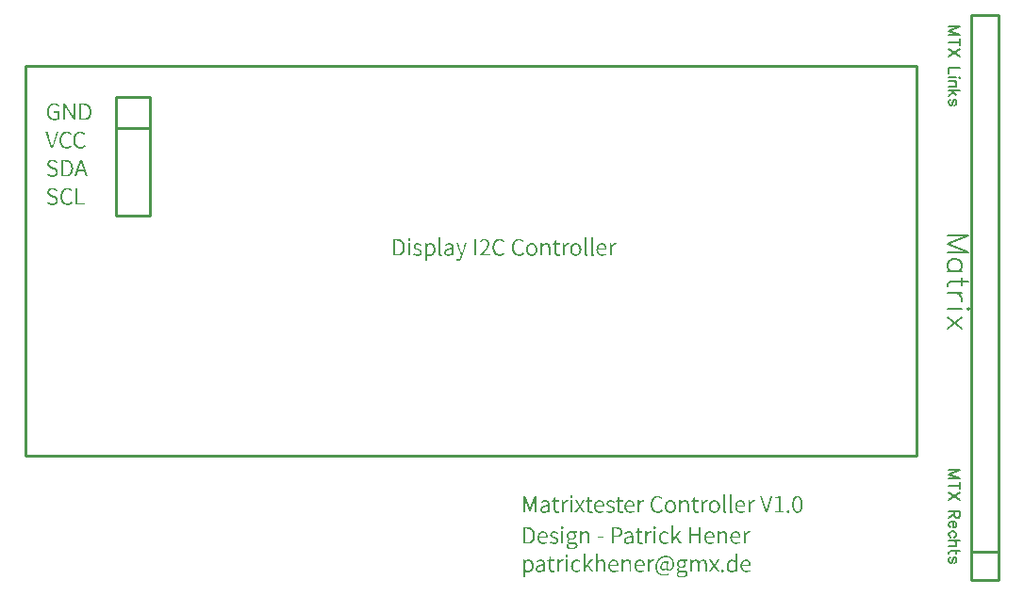
<source format=gto>
G04 Layer: TopSilkscreenLayer*
G04 EasyEDA v6.5.3, 2022-04-04 14:49:07*
G04 cbda9177925744229a5c16aaf3607e86,be635ba5e1a24524a6f9dddda72dafc0,10*
G04 Gerber Generator version 0.2*
G04 Scale: 100 percent, Rotated: No, Reflected: No *
G04 Dimensions in millimeters *
G04 leading zeros omitted , absolute positions ,4 integer and 5 decimal *
%FSLAX45Y45*%
%MOMM*%

%ADD10C,0.2540*%
%ADD19C,0.2032*%

%LPD*%
G36*
X-84871814Y61604398D02*
G01*
X-84871814Y61462666D01*
X-84870798Y61453014D01*
X-84867546Y61445952D01*
X-84861958Y61441533D01*
X-84853780Y61440060D01*
X-84848141Y61440415D01*
X-84843874Y61441329D01*
X-84846414Y61454284D01*
X-84848700Y61453826D01*
X-84850224Y61453776D01*
X-84852205Y61454233D01*
X-84853830Y61455604D01*
X-84854897Y61457941D01*
X-84855304Y61461396D01*
X-84855304Y61604398D01*
G37*
G36*
X-84815172Y61604398D02*
G01*
X-84815172Y61462666D01*
X-84814156Y61453014D01*
X-84810904Y61445952D01*
X-84805316Y61441533D01*
X-84797138Y61440060D01*
X-84791397Y61440415D01*
X-84787232Y61441329D01*
X-84789772Y61454284D01*
X-84792058Y61453826D01*
X-84793582Y61453776D01*
X-84795563Y61454233D01*
X-84797188Y61455604D01*
X-84798255Y61457941D01*
X-84798662Y61461396D01*
X-84798662Y61604398D01*
G37*
G36*
X-86236556Y61598555D02*
G01*
X-86241382Y61597794D01*
X-86245039Y61595558D01*
X-86247427Y61592002D01*
X-86248240Y61587379D01*
X-86247427Y61582604D01*
X-86245039Y61578998D01*
X-86241382Y61576712D01*
X-86236556Y61575950D01*
X-86232136Y61576712D01*
X-86228580Y61578998D01*
X-86226243Y61582604D01*
X-86225380Y61587379D01*
X-86226243Y61592002D01*
X-86228580Y61595558D01*
X-86232136Y61597794D01*
G37*
G36*
X-85460078Y61593984D02*
G01*
X-85465615Y61593780D01*
X-85471050Y61593120D01*
X-85476283Y61592053D01*
X-85481312Y61590580D01*
X-85486138Y61588650D01*
X-85490761Y61586364D01*
X-85495130Y61583722D01*
X-85499295Y61580623D01*
X-85503207Y61577220D01*
X-85506814Y61573410D01*
X-85510166Y61569244D01*
X-85513214Y61564723D01*
X-85515958Y61559897D01*
X-85518345Y61554715D01*
X-85520428Y61549178D01*
X-85522155Y61543387D01*
X-85523527Y61537240D01*
X-85524543Y61530788D01*
X-85525152Y61524032D01*
X-85525356Y61517022D01*
X-85525152Y61509910D01*
X-85524543Y61503153D01*
X-85523578Y61496651D01*
X-85522206Y61490504D01*
X-85520479Y61484611D01*
X-85518447Y61479125D01*
X-85516059Y61473943D01*
X-85513367Y61469066D01*
X-85510370Y61464596D01*
X-85507068Y61460430D01*
X-85503512Y61456671D01*
X-85499702Y61453268D01*
X-85495587Y61450220D01*
X-85491320Y61447578D01*
X-85486798Y61445292D01*
X-85482074Y61443412D01*
X-85477146Y61441990D01*
X-85472016Y61440923D01*
X-85466783Y61440263D01*
X-85461348Y61440060D01*
X-85454337Y61440415D01*
X-85447733Y61441482D01*
X-85441536Y61443209D01*
X-85435744Y61445597D01*
X-85430309Y61448594D01*
X-85425178Y61452252D01*
X-85420403Y61456519D01*
X-85415882Y61461396D01*
X-85425280Y61471810D01*
X-85428988Y61467949D01*
X-85432849Y61464545D01*
X-85436862Y61461650D01*
X-85441078Y61459211D01*
X-85445549Y61457281D01*
X-85450222Y61455909D01*
X-85455150Y61455096D01*
X-85460332Y61454792D01*
X-85465716Y61455096D01*
X-85470847Y61455909D01*
X-85475673Y61457281D01*
X-85480245Y61459160D01*
X-85484462Y61461548D01*
X-85488373Y61464444D01*
X-85491980Y61467796D01*
X-85495231Y61471657D01*
X-85498178Y61475924D01*
X-85500768Y61480649D01*
X-85502953Y61485779D01*
X-85504782Y61491317D01*
X-85506204Y61497260D01*
X-85507220Y61503560D01*
X-85507880Y61510265D01*
X-85508084Y61517276D01*
X-85507880Y61524286D01*
X-85507220Y61530941D01*
X-85506102Y61537240D01*
X-85504629Y61543133D01*
X-85502699Y61548670D01*
X-85500464Y61553750D01*
X-85497822Y61558424D01*
X-85494825Y61562640D01*
X-85491472Y61566450D01*
X-85487814Y61569752D01*
X-85483852Y61572597D01*
X-85479585Y61574984D01*
X-85475013Y61576813D01*
X-85470187Y61578185D01*
X-85465158Y61578998D01*
X-85459824Y61579252D01*
X-85450629Y61578185D01*
X-85442399Y61575289D01*
X-85435186Y61570768D01*
X-85428836Y61565028D01*
X-85419692Y61575950D01*
X-85423095Y61579404D01*
X-85427007Y61582757D01*
X-85431376Y61585805D01*
X-85436252Y61588497D01*
X-85441586Y61590732D01*
X-85447327Y61592510D01*
X-85453524Y61593577D01*
G37*
G36*
X-84206334Y61593984D02*
G01*
X-84211464Y61593679D01*
X-84216341Y61592815D01*
X-84220913Y61591342D01*
X-84225282Y61589310D01*
X-84229295Y61586618D01*
X-84233054Y61583366D01*
X-84236509Y61579556D01*
X-84239658Y61575086D01*
X-84242503Y61570057D01*
X-84244942Y61564367D01*
X-84247075Y61558119D01*
X-84248853Y61551210D01*
X-84250225Y61543742D01*
X-84251241Y61535614D01*
X-84251850Y61526877D01*
X-84252054Y61517529D01*
X-84236052Y61517529D01*
X-84235798Y61527893D01*
X-84235086Y61537291D01*
X-84233867Y61545673D01*
X-84232242Y61553140D01*
X-84230210Y61559694D01*
X-84227771Y61565332D01*
X-84224977Y61570006D01*
X-84221828Y61573867D01*
X-84218373Y61576762D01*
X-84214614Y61578896D01*
X-84210601Y61580115D01*
X-84206334Y61580522D01*
X-84202066Y61580115D01*
X-84198104Y61578896D01*
X-84194396Y61576762D01*
X-84190992Y61573867D01*
X-84187893Y61570006D01*
X-84185150Y61565332D01*
X-84182762Y61559694D01*
X-84180781Y61553140D01*
X-84179206Y61545673D01*
X-84178089Y61537291D01*
X-84177378Y61527893D01*
X-84177124Y61517529D01*
X-84177378Y61506963D01*
X-84178089Y61497413D01*
X-84179206Y61488828D01*
X-84180781Y61481207D01*
X-84182762Y61474553D01*
X-84185150Y61468812D01*
X-84187893Y61464037D01*
X-84190992Y61460126D01*
X-84194396Y61457078D01*
X-84198104Y61454944D01*
X-84202066Y61453674D01*
X-84206334Y61453268D01*
X-84210601Y61453674D01*
X-84214614Y61454944D01*
X-84218373Y61457078D01*
X-84221828Y61460126D01*
X-84224977Y61464037D01*
X-84227771Y61468812D01*
X-84230210Y61474553D01*
X-84232242Y61481207D01*
X-84233867Y61488828D01*
X-84235086Y61497413D01*
X-84235798Y61506963D01*
X-84236052Y61517529D01*
X-84252054Y61517529D01*
X-84251850Y61508081D01*
X-84251241Y61499242D01*
X-84250225Y61491063D01*
X-84248853Y61483443D01*
X-84247075Y61476483D01*
X-84244942Y61470133D01*
X-84242503Y61464393D01*
X-84239658Y61459262D01*
X-84236509Y61454741D01*
X-84233054Y61450829D01*
X-84229295Y61447527D01*
X-84225282Y61444835D01*
X-84220913Y61442752D01*
X-84216341Y61441228D01*
X-84211464Y61440364D01*
X-84206334Y61440060D01*
X-84201203Y61440364D01*
X-84196377Y61441228D01*
X-84191754Y61442752D01*
X-84187436Y61444835D01*
X-84183423Y61447527D01*
X-84179664Y61450829D01*
X-84176260Y61454741D01*
X-84173110Y61459262D01*
X-84170316Y61464393D01*
X-84167878Y61470133D01*
X-84165795Y61476483D01*
X-84164017Y61483443D01*
X-84162646Y61491063D01*
X-84161680Y61499242D01*
X-84161071Y61508081D01*
X-84160868Y61517529D01*
X-84161071Y61526877D01*
X-84161680Y61535614D01*
X-84162646Y61543742D01*
X-84164017Y61551210D01*
X-84165795Y61558119D01*
X-84167878Y61564367D01*
X-84170316Y61570057D01*
X-84173110Y61575086D01*
X-84176260Y61579556D01*
X-84179664Y61583366D01*
X-84183423Y61586618D01*
X-84187436Y61589310D01*
X-84191754Y61591342D01*
X-84196377Y61592815D01*
X-84201203Y61593679D01*
G37*
G36*
X-86669372Y61591444D02*
G01*
X-86669372Y61442600D01*
X-86654132Y61442600D01*
X-86654182Y61533430D01*
X-86655198Y61555629D01*
X-86656164Y61571631D01*
X-86655402Y61571631D01*
X-86643718Y61537850D01*
X-86614508Y61457840D01*
X-86602824Y61457840D01*
X-86573868Y61537850D01*
X-86561930Y61571631D01*
X-86561168Y61571631D01*
X-86562996Y61538713D01*
X-86563200Y61528452D01*
X-86563200Y61442600D01*
X-86547452Y61442600D01*
X-86547452Y61591444D01*
X-86568280Y61591444D01*
X-86597236Y61510164D01*
X-86607650Y61478414D01*
X-86608666Y61478414D01*
X-86619588Y61510164D01*
X-86648798Y61591444D01*
G37*
G36*
X-84543392Y61591444D02*
G01*
X-84495640Y61442600D01*
X-84476336Y61442600D01*
X-84428838Y61591444D01*
X-84445856Y61591444D01*
X-84485226Y61460126D01*
X-84485988Y61460126D01*
X-84493557Y61484611D01*
X-84500720Y61509148D01*
X-84525612Y61591444D01*
G37*
G36*
X-84373212Y61591444D02*
G01*
X-84379409Y61588091D01*
X-84386420Y61585297D01*
X-84394344Y61583062D01*
X-84403438Y61581284D01*
X-84403438Y61570362D01*
X-84377276Y61570362D01*
X-84377276Y61456316D01*
X-84410550Y61456316D01*
X-84410550Y61442600D01*
X-84330540Y61442600D01*
X-84330540Y61456316D01*
X-84360766Y61456316D01*
X-84360766Y61591444D01*
G37*
G36*
X-86391242Y61583316D02*
G01*
X-86393274Y61552328D01*
X-86410546Y61551312D01*
X-86410546Y61538612D01*
X-86394036Y61538612D01*
X-86394036Y61475620D01*
X-86393680Y61467949D01*
X-86392512Y61461040D01*
X-86390480Y61454995D01*
X-86387482Y61449864D01*
X-86383368Y61445698D01*
X-86378084Y61442600D01*
X-86371480Y61440720D01*
X-86363556Y61440060D01*
X-86358831Y61440415D01*
X-86353904Y61441329D01*
X-86344252Y61444124D01*
X-86347300Y61456570D01*
X-86353700Y61454487D01*
X-86357053Y61453776D01*
X-86360254Y61453522D01*
X-86368534Y61454995D01*
X-86373817Y61459262D01*
X-86376662Y61466069D01*
X-86377526Y61475112D01*
X-86377526Y61538612D01*
X-86347300Y61538612D01*
X-86347300Y61552328D01*
X-86377526Y61552328D01*
X-86377526Y61583316D01*
G37*
G36*
X-86091268Y61583316D02*
G01*
X-86093300Y61552328D01*
X-86110572Y61551312D01*
X-86110572Y61538612D01*
X-86093808Y61538612D01*
X-86093808Y61475620D01*
X-86093452Y61467949D01*
X-86092284Y61461040D01*
X-86090252Y61454995D01*
X-86087254Y61449864D01*
X-86083190Y61445698D01*
X-86077958Y61442600D01*
X-86071456Y61440720D01*
X-86063582Y61440060D01*
X-86058806Y61440415D01*
X-86053777Y61441329D01*
X-86044024Y61444124D01*
X-86047326Y61456570D01*
X-86050221Y61455452D01*
X-86053472Y61454487D01*
X-86056825Y61453776D01*
X-86060026Y61453522D01*
X-86068306Y61454995D01*
X-86073589Y61459262D01*
X-86076434Y61466069D01*
X-86077298Y61475112D01*
X-86077298Y61538612D01*
X-86047072Y61538612D01*
X-86047072Y61552328D01*
X-86077298Y61552328D01*
X-86077298Y61583316D01*
G37*
G36*
X-85817964Y61583316D02*
G01*
X-85819996Y61552328D01*
X-85837268Y61551312D01*
X-85837268Y61538612D01*
X-85820758Y61538612D01*
X-85820758Y61475620D01*
X-85820402Y61467949D01*
X-85819234Y61461040D01*
X-85817202Y61454995D01*
X-85814204Y61449864D01*
X-85810140Y61445698D01*
X-85804908Y61442600D01*
X-85798406Y61440720D01*
X-85790532Y61440060D01*
X-85785756Y61440415D01*
X-85780727Y61441329D01*
X-85770974Y61444124D01*
X-85774276Y61456570D01*
X-85777171Y61455452D01*
X-85780422Y61454487D01*
X-85783775Y61453776D01*
X-85786976Y61453522D01*
X-85795256Y61454995D01*
X-85800539Y61459262D01*
X-85803384Y61466069D01*
X-85804248Y61475112D01*
X-85804248Y61538612D01*
X-85774022Y61538612D01*
X-85774022Y61552328D01*
X-85804248Y61552328D01*
X-85804248Y61583316D01*
G37*
G36*
X-85138260Y61583316D02*
G01*
X-85140292Y61552328D01*
X-85157564Y61551312D01*
X-85157564Y61538612D01*
X-85140800Y61538612D01*
X-85140800Y61475620D01*
X-85140444Y61467949D01*
X-85139276Y61461040D01*
X-85137244Y61454995D01*
X-85134246Y61449864D01*
X-85130182Y61445698D01*
X-85124950Y61442600D01*
X-85118448Y61440720D01*
X-85110574Y61440060D01*
X-85105798Y61440415D01*
X-85100769Y61441329D01*
X-85091016Y61444124D01*
X-85094318Y61456570D01*
X-85097213Y61455452D01*
X-85100464Y61454487D01*
X-85103817Y61453776D01*
X-85107018Y61453522D01*
X-85115298Y61454995D01*
X-85120581Y61459262D01*
X-85123426Y61466069D01*
X-85124290Y61475112D01*
X-85124290Y61538612D01*
X-85094064Y61538612D01*
X-85094064Y61552328D01*
X-85124290Y61552328D01*
X-85124290Y61583316D01*
G37*
G36*
X-86467188Y61555122D02*
G01*
X-86473741Y61554766D01*
X-86480040Y61553750D01*
X-86486034Y61552226D01*
X-86491673Y61550245D01*
X-86496906Y61548010D01*
X-86501732Y61545571D01*
X-86509860Y61540644D01*
X-86503256Y61529214D01*
X-86496398Y61533582D01*
X-86488422Y61537494D01*
X-86479583Y61540339D01*
X-86469982Y61541405D01*
X-86463479Y61540745D01*
X-86458247Y61538866D01*
X-86454132Y61535970D01*
X-86451033Y61532211D01*
X-86448849Y61527740D01*
X-86447477Y61522762D01*
X-86446766Y61517428D01*
X-86446614Y61511942D01*
X-86463022Y61509655D01*
X-86470337Y61508233D01*
X-86477094Y61506658D01*
X-86483240Y61504880D01*
X-86488778Y61502950D01*
X-86493807Y61500766D01*
X-86498277Y61498429D01*
X-86502189Y61495838D01*
X-86505542Y61492993D01*
X-86508386Y61489945D01*
X-86510672Y61486643D01*
X-86512450Y61483087D01*
X-86513670Y61479277D01*
X-86514432Y61475162D01*
X-86514626Y61471810D01*
X-86498684Y61471810D01*
X-86498379Y61475416D01*
X-86497515Y61478820D01*
X-86495991Y61482020D01*
X-86493807Y61484967D01*
X-86490911Y61487710D01*
X-86487203Y61490199D01*
X-86482732Y61492485D01*
X-86477398Y61494568D01*
X-86471150Y61496397D01*
X-86463987Y61498073D01*
X-86455808Y61499546D01*
X-86446614Y61500766D01*
X-86446614Y61468507D01*
X-86454742Y61461954D01*
X-86462463Y61457179D01*
X-86470236Y61454233D01*
X-86478364Y61453268D01*
X-86486238Y61454284D01*
X-86492689Y61457586D01*
X-86497058Y61463326D01*
X-86498684Y61471810D01*
X-86514626Y61471810D01*
X-86514686Y61470794D01*
X-86514025Y61463783D01*
X-86512196Y61457636D01*
X-86509301Y61452353D01*
X-86505440Y61447984D01*
X-86500716Y61444581D01*
X-86495280Y61442092D01*
X-86489235Y61440568D01*
X-86482682Y61440060D01*
X-86477602Y61440364D01*
X-86472623Y61441329D01*
X-86467746Y61442803D01*
X-86463022Y61444733D01*
X-86458450Y61447070D01*
X-86454081Y61449813D01*
X-86449865Y61452810D01*
X-86445852Y61456062D01*
X-86445090Y61456062D01*
X-86443820Y61442600D01*
X-86430104Y61442600D01*
X-86430104Y61510672D01*
X-86430307Y61517072D01*
X-86431018Y61523118D01*
X-86432186Y61528756D01*
X-86433863Y61533938D01*
X-86436047Y61538612D01*
X-86438740Y61542828D01*
X-86441991Y61546435D01*
X-86445852Y61549483D01*
X-86450271Y61551870D01*
X-86455250Y61553648D01*
X-86460888Y61554766D01*
G37*
G36*
X-86275164Y61555122D02*
G01*
X-86279786Y61554715D01*
X-86284206Y61553496D01*
X-86288524Y61551515D01*
X-86292588Y61548822D01*
X-86296449Y61545520D01*
X-86300056Y61541609D01*
X-86303408Y61537189D01*
X-86306406Y61532262D01*
X-86306914Y61532262D01*
X-86308692Y61552328D01*
X-86321900Y61552328D01*
X-86321900Y61442600D01*
X-86305644Y61442600D01*
X-86305644Y61514228D01*
X-86302596Y61520831D01*
X-86299294Y61526318D01*
X-86295788Y61530788D01*
X-86292080Y61534344D01*
X-86288321Y61536986D01*
X-86284511Y61538764D01*
X-86280802Y61539780D01*
X-86277196Y61540136D01*
X-86271912Y61539729D01*
X-86267036Y61538357D01*
X-86263734Y61552836D01*
X-86266375Y61553953D01*
X-86269068Y61554664D01*
X-86271963Y61555020D01*
G37*
G36*
X-85984588Y61555122D02*
G01*
X-85989261Y61554868D01*
X-85993884Y61554105D01*
X-85998405Y61552836D01*
X-86002825Y61551108D01*
X-86007041Y61548924D01*
X-86011054Y61546231D01*
X-86014864Y61543133D01*
X-86018420Y61539628D01*
X-86021621Y61535665D01*
X-86024567Y61531347D01*
X-86027107Y61526572D01*
X-86029292Y61521492D01*
X-86031019Y61516005D01*
X-86032289Y61510164D01*
X-86032822Y61506100D01*
X-86017100Y61506100D01*
X-86015779Y61514024D01*
X-86013391Y61521086D01*
X-86010140Y61527181D01*
X-86006025Y61532262D01*
X-86001301Y61536326D01*
X-85996018Y61539272D01*
X-85990328Y61541050D01*
X-85984334Y61541660D01*
X-85977933Y61541101D01*
X-85972294Y61539374D01*
X-85967417Y61536579D01*
X-85963353Y61532668D01*
X-85960153Y61527639D01*
X-85957816Y61521492D01*
X-85956394Y61514329D01*
X-85955886Y61506100D01*
X-86032822Y61506100D01*
X-86033102Y61503966D01*
X-86033356Y61497464D01*
X-86033102Y61490860D01*
X-86032289Y61484662D01*
X-86031019Y61478769D01*
X-86029292Y61473283D01*
X-86027107Y61468152D01*
X-86024516Y61463428D01*
X-86021570Y61459160D01*
X-86018217Y61455249D01*
X-86014560Y61451744D01*
X-86010546Y61448696D01*
X-86006279Y61446105D01*
X-86001758Y61443971D01*
X-85996983Y61442244D01*
X-85992004Y61441025D01*
X-85986874Y61440314D01*
X-85981540Y61440060D01*
X-85976002Y61440314D01*
X-85970821Y61440974D01*
X-85965995Y61441990D01*
X-85961423Y61443362D01*
X-85957105Y61445038D01*
X-85953041Y61446918D01*
X-85945472Y61451236D01*
X-85951568Y61462157D01*
X-85957816Y61458398D01*
X-85964471Y61455604D01*
X-85971684Y61453877D01*
X-85979508Y61453268D01*
X-85984842Y61453623D01*
X-85989820Y61454588D01*
X-85994443Y61456214D01*
X-85998761Y61458398D01*
X-86002622Y61461142D01*
X-86006127Y61464444D01*
X-86009175Y61468254D01*
X-86011766Y61472521D01*
X-86013848Y61477296D01*
X-86015474Y61482427D01*
X-86016541Y61487964D01*
X-86017100Y61493907D01*
X-85941916Y61493907D01*
X-85941357Y61498378D01*
X-85941154Y61503814D01*
X-85941509Y61511484D01*
X-85942474Y61518647D01*
X-85944100Y61525200D01*
X-85946335Y61531246D01*
X-85949180Y61536630D01*
X-85952584Y61541355D01*
X-85956597Y61545470D01*
X-85961118Y61548873D01*
X-85966249Y61551566D01*
X-85971837Y61553547D01*
X-85977984Y61554715D01*
G37*
G36*
X-85882734Y61555122D02*
G01*
X-85891116Y61554512D01*
X-85898532Y61552734D01*
X-85904933Y61549940D01*
X-85910267Y61546231D01*
X-85914484Y61541710D01*
X-85917582Y61536478D01*
X-85919411Y61530687D01*
X-85920072Y61524388D01*
X-85919310Y61517936D01*
X-85917227Y61512450D01*
X-85913925Y61507725D01*
X-85909708Y61503763D01*
X-85904781Y61500410D01*
X-85899294Y61497565D01*
X-85893503Y61495076D01*
X-85878314Y61489234D01*
X-85873996Y61487151D01*
X-85870084Y61484764D01*
X-85866732Y61482071D01*
X-85864141Y61478972D01*
X-85862515Y61475416D01*
X-85861906Y61471302D01*
X-85863328Y61464139D01*
X-85867595Y61458348D01*
X-85874758Y61454436D01*
X-85884766Y61453014D01*
X-85894367Y61453979D01*
X-85902901Y61456671D01*
X-85910572Y61460837D01*
X-85917786Y61466222D01*
X-85926168Y61455046D01*
X-85922053Y61451947D01*
X-85917582Y61449051D01*
X-85912807Y61446511D01*
X-85907727Y61444327D01*
X-85902393Y61442549D01*
X-85896856Y61441177D01*
X-85891116Y61440364D01*
X-85885274Y61440060D01*
X-85876282Y61440720D01*
X-85868459Y61442600D01*
X-85861753Y61445546D01*
X-85856165Y61449508D01*
X-85851847Y61454233D01*
X-85848698Y61459668D01*
X-85846818Y61465663D01*
X-85846158Y61472064D01*
X-85846970Y61479226D01*
X-85849206Y61485221D01*
X-85852609Y61490148D01*
X-85857029Y61494263D01*
X-85862210Y61497667D01*
X-85867900Y61500613D01*
X-85879940Y61505592D01*
X-85889084Y61509046D01*
X-85896754Y61513008D01*
X-85902088Y61518241D01*
X-85904070Y61525404D01*
X-85902749Y61531754D01*
X-85898837Y61536986D01*
X-85892182Y61540593D01*
X-85882734Y61541914D01*
X-85875672Y61541152D01*
X-85869221Y61539069D01*
X-85863226Y61536021D01*
X-85857588Y61532262D01*
X-85849460Y61542929D01*
X-85856216Y61547705D01*
X-85864192Y61551616D01*
X-85873082Y61554156D01*
G37*
G36*
X-85711284Y61555122D02*
G01*
X-85716008Y61554868D01*
X-85720682Y61554105D01*
X-85725254Y61552836D01*
X-85729673Y61551108D01*
X-85733890Y61548924D01*
X-85737954Y61546231D01*
X-85741764Y61543133D01*
X-85745320Y61539628D01*
X-85748571Y61535665D01*
X-85751517Y61531347D01*
X-85754057Y61526572D01*
X-85756242Y61521492D01*
X-85757969Y61516005D01*
X-85759239Y61510164D01*
X-85759772Y61506100D01*
X-85744050Y61506100D01*
X-85742627Y61514024D01*
X-85740240Y61521086D01*
X-85736988Y61527181D01*
X-85732924Y61532262D01*
X-85728200Y61536326D01*
X-85722917Y61539272D01*
X-85717278Y61541050D01*
X-85711284Y61541660D01*
X-85704883Y61541101D01*
X-85699244Y61539374D01*
X-85694367Y61536579D01*
X-85690303Y61532668D01*
X-85687103Y61527639D01*
X-85684766Y61521492D01*
X-85683344Y61514329D01*
X-85682836Y61506100D01*
X-85759772Y61506100D01*
X-85760052Y61503966D01*
X-85760306Y61497464D01*
X-85760052Y61490860D01*
X-85759239Y61484662D01*
X-85757969Y61478769D01*
X-85756242Y61473283D01*
X-85754057Y61468152D01*
X-85751466Y61463428D01*
X-85748469Y61459160D01*
X-85745116Y61455249D01*
X-85741459Y61451744D01*
X-85737446Y61448696D01*
X-85733128Y61446105D01*
X-85728606Y61443971D01*
X-85723780Y61442244D01*
X-85718802Y61441025D01*
X-85713570Y61440314D01*
X-85708236Y61440060D01*
X-85702698Y61440314D01*
X-85697517Y61440974D01*
X-85692691Y61441990D01*
X-85688119Y61443362D01*
X-85683852Y61445038D01*
X-85679838Y61446918D01*
X-85672422Y61451236D01*
X-85678518Y61462157D01*
X-85684766Y61458398D01*
X-85691421Y61455604D01*
X-85698533Y61453877D01*
X-85706204Y61453268D01*
X-85711588Y61453623D01*
X-85716567Y61454588D01*
X-85721240Y61456214D01*
X-85725558Y61458398D01*
X-85729419Y61461142D01*
X-85732924Y61464444D01*
X-85735922Y61468254D01*
X-85738512Y61472521D01*
X-85740595Y61477296D01*
X-85742170Y61482427D01*
X-85743288Y61487964D01*
X-85743796Y61493907D01*
X-85668866Y61493907D01*
X-85668307Y61498378D01*
X-85668104Y61503814D01*
X-85668408Y61511484D01*
X-85669374Y61518647D01*
X-85670999Y61525200D01*
X-85673184Y61531246D01*
X-85676028Y61536630D01*
X-85679381Y61541355D01*
X-85683394Y61545470D01*
X-85687916Y61548873D01*
X-85692945Y61551566D01*
X-85698584Y61553547D01*
X-85704680Y61554715D01*
G37*
G36*
X-85593428Y61555122D02*
G01*
X-85598050Y61554715D01*
X-85602470Y61553496D01*
X-85606788Y61551515D01*
X-85610852Y61548822D01*
X-85614713Y61545520D01*
X-85618320Y61541609D01*
X-85621672Y61537189D01*
X-85624670Y61532262D01*
X-85625178Y61532262D01*
X-85626956Y61552328D01*
X-85640164Y61552328D01*
X-85640164Y61442600D01*
X-85623908Y61442600D01*
X-85623908Y61514228D01*
X-85620860Y61520831D01*
X-85617558Y61526318D01*
X-85614052Y61530788D01*
X-85610344Y61534344D01*
X-85606585Y61536986D01*
X-85602775Y61538764D01*
X-85599066Y61539780D01*
X-85595460Y61540136D01*
X-85590176Y61539729D01*
X-85585300Y61538357D01*
X-85581998Y61552836D01*
X-85584639Y61553953D01*
X-85587332Y61554664D01*
X-85590227Y61555020D01*
G37*
G36*
X-85347302Y61555122D02*
G01*
X-85352280Y61554868D01*
X-85357106Y61554156D01*
X-85361830Y61552937D01*
X-85366402Y61551261D01*
X-85370771Y61549127D01*
X-85374937Y61546536D01*
X-85378848Y61543488D01*
X-85382455Y61540034D01*
X-85385757Y61536122D01*
X-85388704Y61531804D01*
X-85391294Y61527029D01*
X-85393479Y61521898D01*
X-85395257Y61516361D01*
X-85396527Y61510418D01*
X-85397340Y61504118D01*
X-85397594Y61497464D01*
X-85380576Y61497464D01*
X-85380271Y61503763D01*
X-85379458Y61509706D01*
X-85378137Y61515244D01*
X-85376308Y61520324D01*
X-85374022Y61524896D01*
X-85371279Y61529010D01*
X-85368130Y61532566D01*
X-85364624Y61535564D01*
X-85360764Y61537951D01*
X-85356547Y61539729D01*
X-85352077Y61540796D01*
X-85347302Y61541152D01*
X-85342476Y61540796D01*
X-85337954Y61539729D01*
X-85333687Y61537951D01*
X-85329826Y61535564D01*
X-85326270Y61532566D01*
X-85323121Y61529010D01*
X-85320378Y61524896D01*
X-85318041Y61520324D01*
X-85316212Y61515244D01*
X-85314891Y61509706D01*
X-85314078Y61503763D01*
X-85313774Y61497464D01*
X-85314078Y61491114D01*
X-85314891Y61485119D01*
X-85316212Y61479582D01*
X-85318041Y61474502D01*
X-85320378Y61469879D01*
X-85323121Y61465815D01*
X-85326270Y61462259D01*
X-85329826Y61459313D01*
X-85333687Y61456925D01*
X-85337954Y61455198D01*
X-85342476Y61454131D01*
X-85347302Y61453776D01*
X-85352077Y61454131D01*
X-85356547Y61455198D01*
X-85360764Y61456925D01*
X-85364624Y61459313D01*
X-85368130Y61462259D01*
X-85371279Y61465815D01*
X-85374022Y61469879D01*
X-85376308Y61474502D01*
X-85378137Y61479582D01*
X-85379458Y61485119D01*
X-85380271Y61491114D01*
X-85380576Y61497464D01*
X-85397594Y61497464D01*
X-85397340Y61490809D01*
X-85396527Y61484560D01*
X-85395257Y61478668D01*
X-85393479Y61473181D01*
X-85391294Y61468050D01*
X-85388704Y61463326D01*
X-85385757Y61459008D01*
X-85382455Y61455147D01*
X-85378848Y61451693D01*
X-85374937Y61448645D01*
X-85370771Y61446054D01*
X-85366402Y61443920D01*
X-85361830Y61442244D01*
X-85357106Y61441025D01*
X-85352280Y61440314D01*
X-85347302Y61440060D01*
X-85342272Y61440314D01*
X-85337396Y61441025D01*
X-85332620Y61442244D01*
X-85328048Y61443920D01*
X-85323629Y61446054D01*
X-85319463Y61448645D01*
X-85315552Y61451693D01*
X-85311945Y61455147D01*
X-85308643Y61459008D01*
X-85305646Y61463326D01*
X-85303055Y61468050D01*
X-85300870Y61473181D01*
X-85299092Y61478668D01*
X-85297822Y61484560D01*
X-85297010Y61490809D01*
X-85296756Y61497464D01*
X-85297010Y61504118D01*
X-85297822Y61510418D01*
X-85299092Y61516361D01*
X-85300870Y61521898D01*
X-85303055Y61527029D01*
X-85305646Y61531804D01*
X-85308643Y61536122D01*
X-85311945Y61540034D01*
X-85315552Y61543488D01*
X-85319463Y61546536D01*
X-85323629Y61549127D01*
X-85328048Y61551261D01*
X-85332620Y61552937D01*
X-85337396Y61554156D01*
X-85342272Y61554868D01*
G37*
G36*
X-85214206Y61555122D02*
G01*
X-85219641Y61554766D01*
X-85224823Y61553648D01*
X-85229700Y61551921D01*
X-85234322Y61549635D01*
X-85238742Y61546841D01*
X-85243009Y61543641D01*
X-85247073Y61540136D01*
X-85251036Y61536326D01*
X-85251798Y61536326D01*
X-85253322Y61552328D01*
X-85266784Y61552328D01*
X-85266784Y61442600D01*
X-85250274Y61442600D01*
X-85250274Y61522864D01*
X-85242196Y61530585D01*
X-85238437Y61533633D01*
X-85234729Y61536122D01*
X-85231020Y61538104D01*
X-85227210Y61539526D01*
X-85223248Y61540339D01*
X-85219032Y61540644D01*
X-85213698Y61540186D01*
X-85209176Y61538866D01*
X-85205417Y61536630D01*
X-85202369Y61533430D01*
X-85200083Y61529163D01*
X-85198458Y61523930D01*
X-85197492Y61517580D01*
X-85197188Y61510164D01*
X-85197188Y61442600D01*
X-85180678Y61442600D01*
X-85180678Y61512196D01*
X-85180881Y61518952D01*
X-85181541Y61525150D01*
X-85182659Y61530788D01*
X-85184234Y61535868D01*
X-85186266Y61540339D01*
X-85188755Y61544250D01*
X-85191752Y61547552D01*
X-85195257Y61550245D01*
X-85199220Y61552378D01*
X-85203690Y61553902D01*
X-85208668Y61554817D01*
G37*
G36*
X-85022182Y61555122D02*
G01*
X-85026804Y61554715D01*
X-85031224Y61553496D01*
X-85035491Y61551515D01*
X-85039555Y61548822D01*
X-85043416Y61545520D01*
X-85046972Y61541609D01*
X-85050223Y61537189D01*
X-85053170Y61532262D01*
X-85053932Y61532262D01*
X-85055456Y61552328D01*
X-85068918Y61552328D01*
X-85068918Y61442600D01*
X-85052408Y61442600D01*
X-85052408Y61514228D01*
X-85049410Y61520831D01*
X-85046108Y61526318D01*
X-85042603Y61530788D01*
X-85038996Y61534344D01*
X-85035237Y61536986D01*
X-85031529Y61538764D01*
X-85027820Y61539780D01*
X-85024214Y61540136D01*
X-85018727Y61539729D01*
X-85013800Y61538357D01*
X-85010498Y61552836D01*
X-85013241Y61553953D01*
X-85015933Y61554664D01*
X-85018880Y61555020D01*
G37*
G36*
X-84952332Y61555122D02*
G01*
X-84957310Y61554868D01*
X-84962136Y61554156D01*
X-84966860Y61552937D01*
X-84971432Y61551261D01*
X-84975801Y61549127D01*
X-84979967Y61546536D01*
X-84983878Y61543488D01*
X-84987485Y61540034D01*
X-84990787Y61536122D01*
X-84993734Y61531804D01*
X-84996324Y61527029D01*
X-84998509Y61521898D01*
X-85000287Y61516361D01*
X-85001557Y61510418D01*
X-85002370Y61504118D01*
X-85002624Y61497464D01*
X-84985606Y61497464D01*
X-84985301Y61503763D01*
X-84984488Y61509706D01*
X-84983167Y61515244D01*
X-84981338Y61520324D01*
X-84979052Y61524896D01*
X-84976309Y61529010D01*
X-84973160Y61532566D01*
X-84969654Y61535564D01*
X-84965794Y61537951D01*
X-84961577Y61539729D01*
X-84957107Y61540796D01*
X-84952332Y61541152D01*
X-84947506Y61540796D01*
X-84942984Y61539729D01*
X-84938717Y61537951D01*
X-84934856Y61535564D01*
X-84931300Y61532566D01*
X-84928151Y61529010D01*
X-84925408Y61524896D01*
X-84923071Y61520324D01*
X-84921242Y61515244D01*
X-84919921Y61509706D01*
X-84919108Y61503763D01*
X-84918804Y61497464D01*
X-84919108Y61491114D01*
X-84919921Y61485119D01*
X-84921242Y61479582D01*
X-84923071Y61474502D01*
X-84925408Y61469879D01*
X-84928151Y61465815D01*
X-84931300Y61462259D01*
X-84934856Y61459313D01*
X-84938717Y61456925D01*
X-84942984Y61455198D01*
X-84947506Y61454131D01*
X-84952332Y61453776D01*
X-84957107Y61454131D01*
X-84961577Y61455198D01*
X-84965794Y61456925D01*
X-84969654Y61459313D01*
X-84973160Y61462259D01*
X-84976309Y61465815D01*
X-84979052Y61469879D01*
X-84981338Y61474502D01*
X-84983167Y61479582D01*
X-84984488Y61485119D01*
X-84985301Y61491114D01*
X-84985606Y61497464D01*
X-85002624Y61497464D01*
X-85002370Y61490809D01*
X-85001557Y61484560D01*
X-85000287Y61478668D01*
X-84998509Y61473181D01*
X-84996324Y61468050D01*
X-84993734Y61463326D01*
X-84990787Y61459008D01*
X-84987485Y61455147D01*
X-84983878Y61451693D01*
X-84979967Y61448645D01*
X-84975801Y61446054D01*
X-84971432Y61443920D01*
X-84966860Y61442244D01*
X-84962136Y61441025D01*
X-84957310Y61440314D01*
X-84952332Y61440060D01*
X-84947302Y61440314D01*
X-84942426Y61441025D01*
X-84937650Y61442244D01*
X-84933028Y61443920D01*
X-84928608Y61446054D01*
X-84924442Y61448645D01*
X-84920480Y61451693D01*
X-84916822Y61455147D01*
X-84913520Y61459008D01*
X-84910523Y61463326D01*
X-84907882Y61468050D01*
X-84905697Y61473181D01*
X-84903919Y61478668D01*
X-84902598Y61484560D01*
X-84901786Y61490809D01*
X-84901532Y61497464D01*
X-84901786Y61504118D01*
X-84902598Y61510418D01*
X-84903919Y61516361D01*
X-84905697Y61521898D01*
X-84907882Y61527029D01*
X-84910523Y61531804D01*
X-84913520Y61536122D01*
X-84916822Y61540034D01*
X-84920480Y61543488D01*
X-84924442Y61546536D01*
X-84928608Y61549127D01*
X-84933028Y61551261D01*
X-84937650Y61552937D01*
X-84942426Y61554156D01*
X-84947302Y61554868D01*
G37*
G36*
X-84717890Y61555122D02*
G01*
X-84722563Y61554868D01*
X-84727237Y61554105D01*
X-84731758Y61552836D01*
X-84736178Y61551108D01*
X-84740394Y61548924D01*
X-84744458Y61546231D01*
X-84748268Y61543133D01*
X-84751824Y61539628D01*
X-84755075Y61535665D01*
X-84758022Y61531347D01*
X-84760612Y61526572D01*
X-84762797Y61521492D01*
X-84764524Y61516005D01*
X-84765845Y61510164D01*
X-84766378Y61506100D01*
X-84750656Y61506100D01*
X-84749233Y61514024D01*
X-84746795Y61521086D01*
X-84743493Y61527181D01*
X-84739378Y61532262D01*
X-84734603Y61536326D01*
X-84729320Y61539272D01*
X-84723630Y61541050D01*
X-84717636Y61541660D01*
X-84711286Y61541101D01*
X-84705698Y61539374D01*
X-84700821Y61536579D01*
X-84696757Y61532668D01*
X-84693506Y61527639D01*
X-84691118Y61521492D01*
X-84689696Y61514329D01*
X-84689188Y61506100D01*
X-84766378Y61506100D01*
X-84766658Y61503966D01*
X-84766912Y61497464D01*
X-84766658Y61490860D01*
X-84765845Y61484662D01*
X-84764575Y61478769D01*
X-84762848Y61473283D01*
X-84760663Y61468152D01*
X-84758072Y61463428D01*
X-84755075Y61459160D01*
X-84751722Y61455249D01*
X-84748065Y61451744D01*
X-84744052Y61448696D01*
X-84739734Y61446105D01*
X-84735212Y61443971D01*
X-84730386Y61442244D01*
X-84725408Y61441025D01*
X-84720176Y61440314D01*
X-84714842Y61440060D01*
X-84709304Y61440314D01*
X-84704123Y61440974D01*
X-84699297Y61441990D01*
X-84694725Y61443362D01*
X-84690458Y61445038D01*
X-84686444Y61446918D01*
X-84679028Y61451236D01*
X-84685124Y61462157D01*
X-84691372Y61458398D01*
X-84698027Y61455604D01*
X-84705139Y61453877D01*
X-84712810Y61453268D01*
X-84718194Y61453623D01*
X-84723173Y61454588D01*
X-84727846Y61456214D01*
X-84732164Y61458398D01*
X-84736025Y61461142D01*
X-84739530Y61464444D01*
X-84742528Y61468254D01*
X-84745118Y61472521D01*
X-84747201Y61477296D01*
X-84748776Y61482427D01*
X-84749894Y61487964D01*
X-84750402Y61493907D01*
X-84675472Y61493907D01*
X-84674913Y61498378D01*
X-84674710Y61503814D01*
X-84675014Y61511484D01*
X-84675980Y61518647D01*
X-84677605Y61525200D01*
X-84679790Y61531246D01*
X-84682634Y61536630D01*
X-84686038Y61541355D01*
X-84690000Y61545470D01*
X-84694522Y61548873D01*
X-84699551Y61551566D01*
X-84705190Y61553547D01*
X-84711286Y61554715D01*
G37*
G36*
X-84600034Y61555122D02*
G01*
X-84604656Y61554715D01*
X-84609076Y61553496D01*
X-84613394Y61551515D01*
X-84617458Y61548822D01*
X-84621319Y61545520D01*
X-84624926Y61541609D01*
X-84628278Y61537189D01*
X-84631276Y61532262D01*
X-84631784Y61532262D01*
X-84633308Y61552328D01*
X-84646770Y61552328D01*
X-84646770Y61442600D01*
X-84630260Y61442600D01*
X-84630260Y61514228D01*
X-84627313Y61520831D01*
X-84624062Y61526318D01*
X-84620557Y61530788D01*
X-84616899Y61534344D01*
X-84613191Y61536986D01*
X-84609381Y61538764D01*
X-84605672Y61539780D01*
X-84602066Y61540136D01*
X-84596681Y61539729D01*
X-84591652Y61538357D01*
X-84588604Y61552836D01*
X-84591245Y61553953D01*
X-84593938Y61554664D01*
X-84596833Y61555020D01*
G37*
G36*
X-86244938Y61552328D02*
G01*
X-86244938Y61442600D01*
X-86228428Y61442600D01*
X-86228428Y61552328D01*
G37*
G36*
X-86203790Y61552328D02*
G01*
X-86170262Y61500004D01*
X-86206584Y61442600D01*
X-86189058Y61442600D01*
X-86161880Y61489081D01*
X-86160864Y61489081D01*
X-86148926Y61469270D01*
X-86131908Y61442600D01*
X-86113874Y61442600D01*
X-86150196Y61498226D01*
X-86116668Y61552328D01*
X-86133940Y61552328D01*
X-86150805Y61522864D01*
X-86158324Y61509148D01*
X-86159340Y61509148D01*
X-86185756Y61552328D01*
G37*
G36*
X-84289900Y61466476D02*
G01*
X-84294573Y61465510D01*
X-84298485Y61462818D01*
X-84301126Y61458551D01*
X-84302092Y61453014D01*
X-84301126Y61447679D01*
X-84298485Y61443565D01*
X-84294573Y61440974D01*
X-84289900Y61440060D01*
X-84284921Y61440974D01*
X-84280857Y61443565D01*
X-84278165Y61447679D01*
X-84277200Y61453014D01*
X-84278165Y61458551D01*
X-84280857Y61462818D01*
X-84284921Y61465510D01*
G37*
G36*
X-85338158Y61324998D02*
G01*
X-85338158Y61163200D01*
X-85321902Y61163200D01*
X-85321902Y61192410D01*
X-85300566Y61217555D01*
X-85267292Y61163200D01*
X-85249258Y61163200D01*
X-85290660Y61228731D01*
X-85254338Y61272928D01*
X-85272880Y61272928D01*
X-85321140Y61212984D01*
X-85321902Y61212984D01*
X-85321902Y61324998D01*
G37*
G36*
X-86318090Y61319155D02*
G01*
X-86322814Y61318394D01*
X-86326522Y61316158D01*
X-86328910Y61312602D01*
X-86329774Y61307979D01*
X-86328910Y61303204D01*
X-86326522Y61299598D01*
X-86322814Y61297312D01*
X-86318090Y61296550D01*
X-86313619Y61297312D01*
X-86310012Y61299598D01*
X-86307574Y61303204D01*
X-86306660Y61307979D01*
X-86307574Y61312602D01*
X-86310012Y61316158D01*
X-86313619Y61318394D01*
G37*
G36*
X-85487256Y61319155D02*
G01*
X-85491980Y61318394D01*
X-85495688Y61316158D01*
X-85498076Y61312602D01*
X-85498940Y61307979D01*
X-85498076Y61303204D01*
X-85495688Y61299598D01*
X-85491980Y61297312D01*
X-85487256Y61296550D01*
X-85482684Y61297312D01*
X-85479077Y61299598D01*
X-85476689Y61303204D01*
X-85475826Y61307979D01*
X-85476689Y61312602D01*
X-85479077Y61316158D01*
X-85482684Y61318394D01*
G37*
G36*
X-86669372Y61312044D02*
G01*
X-86669372Y61298074D01*
X-86634320Y61298074D01*
X-86627766Y61297820D01*
X-86621670Y61297057D01*
X-86615981Y61295788D01*
X-86610748Y61294060D01*
X-86605922Y61291825D01*
X-86601503Y61289133D01*
X-86597540Y61285983D01*
X-86593984Y61282376D01*
X-86590886Y61278312D01*
X-86588193Y61273842D01*
X-86585907Y61268914D01*
X-86584028Y61263580D01*
X-86582605Y61257789D01*
X-86581538Y61251642D01*
X-86580929Y61245089D01*
X-86580726Y61238129D01*
X-86580929Y61231221D01*
X-86581538Y61224617D01*
X-86582605Y61218419D01*
X-86584028Y61212577D01*
X-86585907Y61207142D01*
X-86588193Y61202112D01*
X-86590886Y61197490D01*
X-86593984Y61193324D01*
X-86597540Y61189565D01*
X-86601503Y61186314D01*
X-86605922Y61183469D01*
X-86610748Y61181183D01*
X-86615981Y61179303D01*
X-86621670Y61177982D01*
X-86627766Y61177170D01*
X-86634320Y61176916D01*
X-86652608Y61176916D01*
X-86652608Y61298074D01*
X-86669372Y61298074D01*
X-86669372Y61163200D01*
X-86632288Y61163200D01*
X-86625684Y61163403D01*
X-86619384Y61164012D01*
X-86613390Y61165079D01*
X-86607751Y61166502D01*
X-86602468Y61168330D01*
X-86597490Y61170566D01*
X-86592816Y61173156D01*
X-86588549Y61176103D01*
X-86584536Y61179455D01*
X-86580929Y61183164D01*
X-86577627Y61187177D01*
X-86574680Y61191546D01*
X-86572039Y61196270D01*
X-86569753Y61201350D01*
X-86567873Y61206684D01*
X-86566248Y61212374D01*
X-86565028Y61218368D01*
X-86564165Y61224668D01*
X-86563606Y61231272D01*
X-86563454Y61238129D01*
X-86563606Y61244988D01*
X-86564165Y61251541D01*
X-86565028Y61257840D01*
X-86566298Y61263784D01*
X-86567873Y61269372D01*
X-86569804Y61274705D01*
X-86572090Y61279684D01*
X-86574680Y61284357D01*
X-86577678Y61288625D01*
X-86580980Y61292638D01*
X-86584637Y61296245D01*
X-86588650Y61299496D01*
X-86592968Y61302392D01*
X-86597642Y61304931D01*
X-86602671Y61307065D01*
X-86608005Y61308843D01*
X-86613695Y61310215D01*
X-86619740Y61311231D01*
X-86626090Y61311840D01*
X-86632796Y61312044D01*
G37*
G36*
X-85873844Y61312044D02*
G01*
X-85873844Y61298328D01*
X-85835236Y61298328D01*
X-85828682Y61298175D01*
X-85822637Y61297718D01*
X-85817252Y61296854D01*
X-85812376Y61295635D01*
X-85808108Y61294060D01*
X-85804349Y61291978D01*
X-85801250Y61289438D01*
X-85798660Y61286440D01*
X-85796678Y61282884D01*
X-85795205Y61278820D01*
X-85794392Y61274147D01*
X-85794088Y61268864D01*
X-85794342Y61263580D01*
X-85795154Y61258856D01*
X-85796526Y61254589D01*
X-85798456Y61250829D01*
X-85800946Y61247528D01*
X-85803943Y61244683D01*
X-85807550Y61242346D01*
X-85811715Y61240416D01*
X-85816490Y61238942D01*
X-85821824Y61237926D01*
X-85827717Y61237317D01*
X-85834220Y61237114D01*
X-85857080Y61237114D01*
X-85857080Y61298328D01*
X-85873844Y61298328D01*
X-85873844Y61163200D01*
X-85857080Y61163200D01*
X-85857080Y61223398D01*
X-85825888Y61223550D01*
X-85820097Y61224058D01*
X-85814611Y61224922D01*
X-85809480Y61226141D01*
X-85804654Y61227716D01*
X-85800133Y61229595D01*
X-85796018Y61231881D01*
X-85792259Y61234523D01*
X-85788855Y61237520D01*
X-85785909Y61240873D01*
X-85783318Y61244581D01*
X-85781235Y61248696D01*
X-85779559Y61253166D01*
X-85778340Y61257992D01*
X-85777578Y61263225D01*
X-85777324Y61268864D01*
X-85777578Y61274604D01*
X-85778340Y61279887D01*
X-85779559Y61284713D01*
X-85781235Y61289133D01*
X-85783420Y61293044D01*
X-85786010Y61296600D01*
X-85789008Y61299699D01*
X-85792411Y61302442D01*
X-85796272Y61304830D01*
X-85800438Y61306811D01*
X-85805010Y61308488D01*
X-85809886Y61309808D01*
X-85815119Y61310824D01*
X-85820707Y61311485D01*
X-85826549Y61311891D01*
X-85832696Y61312044D01*
G37*
G36*
X-85180932Y61312044D02*
G01*
X-85180932Y61163200D01*
X-85164168Y61163200D01*
X-85164168Y61234320D01*
X-85092540Y61234320D01*
X-85092540Y61163200D01*
X-85075522Y61163200D01*
X-85075522Y61312044D01*
X-85092540Y61312044D01*
X-85092540Y61249052D01*
X-85164168Y61249052D01*
X-85164168Y61312044D01*
G37*
G36*
X-85641942Y61303916D02*
G01*
X-85643974Y61272928D01*
X-85661246Y61271912D01*
X-85661246Y61259212D01*
X-85644482Y61259212D01*
X-85644482Y61196220D01*
X-85644126Y61188549D01*
X-85642958Y61181640D01*
X-85640926Y61175595D01*
X-85637928Y61170464D01*
X-85633864Y61166298D01*
X-85628632Y61163200D01*
X-85622130Y61161320D01*
X-85614256Y61160660D01*
X-85609480Y61161015D01*
X-85604451Y61161929D01*
X-85594698Y61164724D01*
X-85598000Y61177170D01*
X-85600895Y61176052D01*
X-85604146Y61175087D01*
X-85607499Y61174376D01*
X-85610700Y61174122D01*
X-85618980Y61175595D01*
X-85624263Y61179862D01*
X-85627108Y61186669D01*
X-85627972Y61195712D01*
X-85627972Y61259212D01*
X-85597746Y61259212D01*
X-85597746Y61272928D01*
X-85627972Y61272928D01*
X-85627972Y61303916D01*
G37*
G36*
X-86491572Y61275722D02*
G01*
X-86496296Y61275468D01*
X-86500970Y61274705D01*
X-86505542Y61273436D01*
X-86509961Y61271708D01*
X-86514178Y61269524D01*
X-86518242Y61266831D01*
X-86522052Y61263733D01*
X-86525608Y61260228D01*
X-86528859Y61256265D01*
X-86531805Y61251947D01*
X-86534345Y61247172D01*
X-86536530Y61242092D01*
X-86538257Y61236605D01*
X-86539527Y61230764D01*
X-86540060Y61226700D01*
X-86524338Y61226700D01*
X-86522915Y61234624D01*
X-86520528Y61241686D01*
X-86517276Y61247781D01*
X-86513212Y61252862D01*
X-86508488Y61256926D01*
X-86503205Y61259872D01*
X-86497566Y61261650D01*
X-86491572Y61262260D01*
X-86485171Y61261701D01*
X-86479532Y61259974D01*
X-86474655Y61257179D01*
X-86470591Y61253268D01*
X-86467391Y61248239D01*
X-86465054Y61242092D01*
X-86463632Y61234929D01*
X-86463124Y61226700D01*
X-86540060Y61226700D01*
X-86540340Y61224566D01*
X-86540594Y61218064D01*
X-86540340Y61211460D01*
X-86539527Y61205262D01*
X-86538257Y61199369D01*
X-86536530Y61193883D01*
X-86534345Y61188752D01*
X-86531754Y61184028D01*
X-86528757Y61179760D01*
X-86525404Y61175849D01*
X-86521747Y61172344D01*
X-86517734Y61169296D01*
X-86513416Y61166705D01*
X-86508894Y61164571D01*
X-86504068Y61162844D01*
X-86499090Y61161625D01*
X-86493858Y61160914D01*
X-86488524Y61160660D01*
X-86482986Y61160914D01*
X-86477805Y61161574D01*
X-86472979Y61162590D01*
X-86468407Y61163962D01*
X-86464140Y61165638D01*
X-86460126Y61167518D01*
X-86452710Y61171836D01*
X-86458806Y61182757D01*
X-86465054Y61178998D01*
X-86471709Y61176204D01*
X-86478821Y61174477D01*
X-86486492Y61173868D01*
X-86491876Y61174223D01*
X-86496855Y61175188D01*
X-86501528Y61176814D01*
X-86505846Y61178998D01*
X-86509707Y61181742D01*
X-86513212Y61185044D01*
X-86516210Y61188854D01*
X-86518800Y61193121D01*
X-86520883Y61197896D01*
X-86522458Y61203027D01*
X-86523576Y61208564D01*
X-86524084Y61214507D01*
X-86449154Y61214507D01*
X-86448595Y61218978D01*
X-86448392Y61224414D01*
X-86448696Y61232084D01*
X-86449662Y61239247D01*
X-86451287Y61245800D01*
X-86453472Y61251846D01*
X-86456316Y61257230D01*
X-86459669Y61261955D01*
X-86463682Y61266070D01*
X-86468204Y61269473D01*
X-86473233Y61272166D01*
X-86478872Y61274147D01*
X-86484968Y61275315D01*
G37*
G36*
X-86389972Y61275722D02*
G01*
X-86398354Y61275112D01*
X-86405770Y61273334D01*
X-86412171Y61270540D01*
X-86417505Y61266831D01*
X-86421722Y61262310D01*
X-86424820Y61257078D01*
X-86426649Y61251287D01*
X-86427310Y61244988D01*
X-86426548Y61238536D01*
X-86424414Y61233050D01*
X-86421112Y61228325D01*
X-86416845Y61224363D01*
X-86411917Y61221010D01*
X-86406431Y61218165D01*
X-86400640Y61215676D01*
X-86385552Y61209834D01*
X-86381234Y61207751D01*
X-86377322Y61205364D01*
X-86373970Y61202671D01*
X-86371379Y61199572D01*
X-86369753Y61196016D01*
X-86369144Y61191902D01*
X-86370566Y61184739D01*
X-86374833Y61178948D01*
X-86381996Y61175036D01*
X-86392004Y61173614D01*
X-86401605Y61174579D01*
X-86410038Y61177271D01*
X-86417708Y61181437D01*
X-86425024Y61186822D01*
X-86433406Y61175646D01*
X-86429291Y61172547D01*
X-86424820Y61169651D01*
X-86420045Y61167111D01*
X-86414965Y61164927D01*
X-86409631Y61163149D01*
X-86404094Y61161777D01*
X-86398354Y61160964D01*
X-86392512Y61160660D01*
X-86383520Y61161320D01*
X-86375697Y61163200D01*
X-86368991Y61166146D01*
X-86363403Y61170108D01*
X-86359085Y61174833D01*
X-86355936Y61180268D01*
X-86354056Y61186263D01*
X-86353396Y61192664D01*
X-86354208Y61199826D01*
X-86356444Y61205821D01*
X-86359847Y61210748D01*
X-86364267Y61214863D01*
X-86369448Y61218267D01*
X-86375138Y61221213D01*
X-86387178Y61226192D01*
X-86396322Y61229646D01*
X-86403992Y61233608D01*
X-86409326Y61238841D01*
X-86411308Y61246004D01*
X-86409987Y61252354D01*
X-86406075Y61257586D01*
X-86399420Y61261193D01*
X-86389972Y61262514D01*
X-86382809Y61261752D01*
X-86376306Y61259669D01*
X-86370312Y61256621D01*
X-86364572Y61252862D01*
X-86356444Y61263529D01*
X-86363352Y61268305D01*
X-86371379Y61272216D01*
X-86380320Y61274756D01*
G37*
G36*
X-86235540Y61275722D02*
G01*
X-86241026Y61275417D01*
X-86246309Y61274452D01*
X-86251338Y61272928D01*
X-86256012Y61270845D01*
X-86260330Y61268203D01*
X-86264242Y61265054D01*
X-86267696Y61261396D01*
X-86270592Y61257332D01*
X-86272979Y61252811D01*
X-86274706Y61247832D01*
X-86275824Y61242549D01*
X-86276180Y61236860D01*
X-86260178Y61236860D01*
X-86259670Y61242752D01*
X-86258247Y61247934D01*
X-86256012Y61252455D01*
X-86253015Y61256265D01*
X-86249357Y61259262D01*
X-86245192Y61261447D01*
X-86240518Y61262818D01*
X-86235540Y61263276D01*
X-86230714Y61262818D01*
X-86226142Y61261447D01*
X-86222027Y61259212D01*
X-86218369Y61256164D01*
X-86215372Y61252354D01*
X-86213086Y61247832D01*
X-86211664Y61242651D01*
X-86211156Y61236860D01*
X-86211664Y61230865D01*
X-86213086Y61225480D01*
X-86215372Y61220807D01*
X-86218369Y61216844D01*
X-86222027Y61213695D01*
X-86226142Y61211358D01*
X-86230714Y61209936D01*
X-86235540Y61209428D01*
X-86240366Y61209936D01*
X-86244938Y61211358D01*
X-86249154Y61213695D01*
X-86252812Y61216844D01*
X-86255860Y61220807D01*
X-86258196Y61225480D01*
X-86259670Y61230865D01*
X-86260178Y61236860D01*
X-86276180Y61236860D01*
X-86274960Y61227411D01*
X-86271709Y61219130D01*
X-86267188Y61212272D01*
X-86261956Y61207142D01*
X-86261956Y61206379D01*
X-86266223Y61202773D01*
X-86270134Y61198150D01*
X-86273030Y61192511D01*
X-86274148Y61186060D01*
X-86273436Y61179964D01*
X-86271404Y61174934D01*
X-86268255Y61170870D01*
X-86264242Y61167772D01*
X-86264242Y61167010D01*
X-86271049Y61161625D01*
X-86276180Y61155478D01*
X-86279380Y61148823D01*
X-86280171Y61143896D01*
X-86266020Y61143896D01*
X-86265308Y61148925D01*
X-86263073Y61154005D01*
X-86259263Y61158983D01*
X-86253828Y61163707D01*
X-86246258Y61162234D01*
X-86239858Y61161676D01*
X-86219792Y61161676D01*
X-86209886Y61160964D01*
X-86202723Y61158577D01*
X-86198405Y61154157D01*
X-86196932Y61147452D01*
X-86197592Y61143032D01*
X-86199472Y61138714D01*
X-86202570Y61134752D01*
X-86206787Y61131145D01*
X-86211968Y61128148D01*
X-86218166Y61125862D01*
X-86225176Y61124338D01*
X-86233000Y61123829D01*
X-86240315Y61124185D01*
X-86246817Y61125252D01*
X-86252507Y61126979D01*
X-86257231Y61129316D01*
X-86260990Y61132212D01*
X-86263734Y61135615D01*
X-86265461Y61139527D01*
X-86266020Y61143896D01*
X-86280171Y61143896D01*
X-86280498Y61141864D01*
X-86280142Y61137342D01*
X-86279024Y61133126D01*
X-86277196Y61129316D01*
X-86274757Y61125811D01*
X-86271658Y61122712D01*
X-86268001Y61119969D01*
X-86263734Y61117632D01*
X-86258958Y61115651D01*
X-86253726Y61114127D01*
X-86247986Y61113060D01*
X-86241839Y61112349D01*
X-86235286Y61112146D01*
X-86227208Y61112501D01*
X-86219690Y61113568D01*
X-86212730Y61115244D01*
X-86206330Y61117479D01*
X-86200589Y61120274D01*
X-86195509Y61123525D01*
X-86191090Y61127182D01*
X-86187432Y61131196D01*
X-86184536Y61135514D01*
X-86182403Y61140086D01*
X-86181133Y61144861D01*
X-86180676Y61149738D01*
X-86181234Y61156037D01*
X-86183012Y61161422D01*
X-86185959Y61165943D01*
X-86190023Y61169600D01*
X-86195306Y61172394D01*
X-86201808Y61174325D01*
X-86209428Y61175493D01*
X-86218268Y61175900D01*
X-86240366Y61175900D01*
X-86249764Y61176814D01*
X-86255758Y61179354D01*
X-86258958Y61183164D01*
X-86259924Y61188092D01*
X-86259365Y61192562D01*
X-86257739Y61196220D01*
X-86255402Y61199318D01*
X-86252558Y61202062D01*
X-86248544Y61200233D01*
X-86244226Y61198963D01*
X-86239858Y61198252D01*
X-86235540Y61197998D01*
X-86230104Y61198302D01*
X-86224922Y61199217D01*
X-86220046Y61200690D01*
X-86215423Y61202773D01*
X-86211257Y61205313D01*
X-86207447Y61208412D01*
X-86204094Y61211968D01*
X-86201300Y61216031D01*
X-86199014Y61220502D01*
X-86197338Y61225379D01*
X-86196271Y61230713D01*
X-86195916Y61236352D01*
X-86196627Y61243514D01*
X-86198659Y61250017D01*
X-86201707Y61255655D01*
X-86205568Y61260228D01*
X-86182454Y61260228D01*
X-86182454Y61272928D01*
X-86220300Y61272928D01*
X-86227158Y61274909D01*
X-86231171Y61275518D01*
G37*
G36*
X-86106000Y61275722D02*
G01*
X-86111435Y61275366D01*
X-86116617Y61274248D01*
X-86121494Y61272521D01*
X-86126167Y61270235D01*
X-86130638Y61267441D01*
X-86134905Y61264241D01*
X-86139020Y61260736D01*
X-86143084Y61256926D01*
X-86143592Y61256926D01*
X-86145116Y61272928D01*
X-86158578Y61272928D01*
X-86158578Y61163200D01*
X-86142068Y61163200D01*
X-86142068Y61243464D01*
X-86138004Y61247578D01*
X-86134092Y61251185D01*
X-86130333Y61254233D01*
X-86126624Y61256722D01*
X-86122916Y61258704D01*
X-86119055Y61260126D01*
X-86115042Y61260939D01*
X-86110826Y61261244D01*
X-86105542Y61260786D01*
X-86101021Y61259466D01*
X-86097313Y61257230D01*
X-86094316Y61254030D01*
X-86092030Y61249763D01*
X-86090455Y61244530D01*
X-86089540Y61238180D01*
X-86089236Y61230764D01*
X-86089236Y61163200D01*
X-86072472Y61163200D01*
X-86072472Y61232796D01*
X-86072675Y61239552D01*
X-86073386Y61245750D01*
X-86074504Y61251388D01*
X-86076078Y61256468D01*
X-86078161Y61260939D01*
X-86080650Y61264850D01*
X-86083648Y61268152D01*
X-86087153Y61270845D01*
X-86091115Y61272978D01*
X-86095586Y61274502D01*
X-86100513Y61275417D01*
G37*
G36*
X-85717888Y61275722D02*
G01*
X-85724441Y61275366D01*
X-85730689Y61274350D01*
X-85736633Y61272826D01*
X-85742272Y61270845D01*
X-85747504Y61268610D01*
X-85752330Y61266171D01*
X-85760560Y61261244D01*
X-85753956Y61249814D01*
X-85747047Y61254182D01*
X-85739020Y61258094D01*
X-85730080Y61260939D01*
X-85720428Y61262005D01*
X-85714027Y61261345D01*
X-85708845Y61259466D01*
X-85704781Y61256570D01*
X-85701682Y61252811D01*
X-85699498Y61248340D01*
X-85698076Y61243362D01*
X-85697314Y61238028D01*
X-85697060Y61232542D01*
X-85713570Y61230255D01*
X-85720885Y61228833D01*
X-85727641Y61227258D01*
X-85733788Y61225480D01*
X-85739376Y61223550D01*
X-85744354Y61221366D01*
X-85748825Y61219029D01*
X-85752686Y61216438D01*
X-85756038Y61213593D01*
X-85758883Y61210545D01*
X-85761118Y61207243D01*
X-85762896Y61203687D01*
X-85764166Y61199877D01*
X-85764878Y61195762D01*
X-85765072Y61192410D01*
X-85749130Y61192410D01*
X-85748825Y61196016D01*
X-85747961Y61199420D01*
X-85746437Y61202620D01*
X-85744253Y61205567D01*
X-85741357Y61208310D01*
X-85737649Y61210799D01*
X-85733178Y61213085D01*
X-85727844Y61215168D01*
X-85721596Y61216997D01*
X-85714433Y61218673D01*
X-85706254Y61220146D01*
X-85697060Y61221366D01*
X-85697060Y61189107D01*
X-85705188Y61182554D01*
X-85712909Y61177779D01*
X-85720682Y61174833D01*
X-85728810Y61173868D01*
X-85736684Y61174884D01*
X-85743135Y61178186D01*
X-85747504Y61183926D01*
X-85749130Y61192410D01*
X-85765072Y61192410D01*
X-85765132Y61191394D01*
X-85764522Y61184383D01*
X-85762693Y61178236D01*
X-85759848Y61172953D01*
X-85756038Y61168584D01*
X-85751365Y61165181D01*
X-85745929Y61162692D01*
X-85739935Y61161168D01*
X-85733382Y61160660D01*
X-85728200Y61160964D01*
X-85723171Y61161929D01*
X-85718345Y61163403D01*
X-85713620Y61165333D01*
X-85709048Y61167670D01*
X-85704629Y61170413D01*
X-85700362Y61173410D01*
X-85696298Y61176662D01*
X-85695790Y61176662D01*
X-85694266Y61163200D01*
X-85680804Y61163200D01*
X-85680804Y61231272D01*
X-85681007Y61237672D01*
X-85681718Y61243718D01*
X-85682836Y61249356D01*
X-85684512Y61254538D01*
X-85686646Y61259212D01*
X-85689338Y61263428D01*
X-85692589Y61267035D01*
X-85696399Y61270083D01*
X-85700819Y61272470D01*
X-85705899Y61274248D01*
X-85711538Y61275366D01*
G37*
G36*
X-85525864Y61275722D02*
G01*
X-85530486Y61275315D01*
X-85534906Y61274096D01*
X-85539173Y61272115D01*
X-85543237Y61269422D01*
X-85547098Y61266120D01*
X-85550654Y61262209D01*
X-85553905Y61257789D01*
X-85556852Y61252862D01*
X-85557614Y61252862D01*
X-85559138Y61272928D01*
X-85572600Y61272928D01*
X-85572600Y61163200D01*
X-85556090Y61163200D01*
X-85556090Y61234828D01*
X-85553143Y61241431D01*
X-85549892Y61246918D01*
X-85546387Y61251388D01*
X-85542729Y61254944D01*
X-85539021Y61257586D01*
X-85535211Y61259364D01*
X-85531502Y61260380D01*
X-85527896Y61260736D01*
X-85522511Y61260329D01*
X-85517482Y61258957D01*
X-85514180Y61273436D01*
X-85516974Y61274553D01*
X-85519717Y61275264D01*
X-85522663Y61275620D01*
G37*
G36*
X-85397340Y61275722D02*
G01*
X-85402470Y61275468D01*
X-85407550Y61274756D01*
X-85412427Y61273537D01*
X-85417152Y61271861D01*
X-85421673Y61269727D01*
X-85425991Y61267136D01*
X-85430004Y61264088D01*
X-85433763Y61260634D01*
X-85437167Y61256722D01*
X-85440215Y61252404D01*
X-85442907Y61247629D01*
X-85445142Y61242498D01*
X-85446971Y61236961D01*
X-85448292Y61231018D01*
X-85449105Y61224718D01*
X-85449410Y61218064D01*
X-85449156Y61211409D01*
X-85448394Y61205160D01*
X-85447174Y61199268D01*
X-85445498Y61193781D01*
X-85443415Y61188650D01*
X-85440875Y61183926D01*
X-85437980Y61179608D01*
X-85434728Y61175747D01*
X-85431122Y61172293D01*
X-85427210Y61169245D01*
X-85423044Y61166654D01*
X-85418523Y61164520D01*
X-85413799Y61162844D01*
X-85408871Y61161625D01*
X-85403690Y61160914D01*
X-85398356Y61160660D01*
X-85393428Y61160914D01*
X-85388653Y61161574D01*
X-85383979Y61162742D01*
X-85379458Y61164317D01*
X-85375089Y61166298D01*
X-85370873Y61168686D01*
X-85366860Y61171480D01*
X-85363050Y61174629D01*
X-85370416Y61185552D01*
X-85376004Y61181234D01*
X-85382404Y61177678D01*
X-85389466Y61175290D01*
X-85397086Y61174376D01*
X-85402216Y61174731D01*
X-85407042Y61175798D01*
X-85411513Y61177525D01*
X-85415628Y61179913D01*
X-85419336Y61182859D01*
X-85422638Y61186415D01*
X-85425534Y61190479D01*
X-85427921Y61195102D01*
X-85429852Y61200182D01*
X-85431223Y61205719D01*
X-85432087Y61211714D01*
X-85432392Y61218064D01*
X-85432087Y61224363D01*
X-85431172Y61230306D01*
X-85429699Y61235844D01*
X-85427667Y61240924D01*
X-85425178Y61245496D01*
X-85422181Y61249610D01*
X-85418777Y61253166D01*
X-85415018Y61256164D01*
X-85410852Y61258551D01*
X-85406382Y61260329D01*
X-85401607Y61261396D01*
X-85396578Y61261752D01*
X-85390075Y61261040D01*
X-85384233Y61259008D01*
X-85378899Y61255859D01*
X-85373972Y61251846D01*
X-85365082Y61262514D01*
X-85371432Y61267594D01*
X-85378747Y61271810D01*
X-85387281Y61274655D01*
G37*
G36*
X-84995258Y61275722D02*
G01*
X-84999931Y61275468D01*
X-85004605Y61274705D01*
X-85009126Y61273436D01*
X-85013546Y61271708D01*
X-85017762Y61269524D01*
X-85021826Y61266831D01*
X-85025636Y61263733D01*
X-85029192Y61260228D01*
X-85032443Y61256265D01*
X-85035390Y61251947D01*
X-85037980Y61247172D01*
X-85040165Y61242092D01*
X-85041892Y61236605D01*
X-85043213Y61230764D01*
X-85043746Y61226700D01*
X-85028024Y61226700D01*
X-85026601Y61234624D01*
X-85024163Y61241686D01*
X-85020861Y61247781D01*
X-85016746Y61252862D01*
X-85011971Y61256926D01*
X-85006688Y61259872D01*
X-85000998Y61261650D01*
X-84995004Y61262260D01*
X-84988654Y61261701D01*
X-84983066Y61259974D01*
X-84978189Y61257179D01*
X-84974125Y61253268D01*
X-84970874Y61248239D01*
X-84968486Y61242092D01*
X-84967064Y61234929D01*
X-84966556Y61226700D01*
X-85043746Y61226700D01*
X-85044026Y61224566D01*
X-85044280Y61218064D01*
X-85044026Y61211460D01*
X-85043213Y61205262D01*
X-85041943Y61199369D01*
X-85040216Y61193883D01*
X-85038031Y61188752D01*
X-85035440Y61184028D01*
X-85032443Y61179760D01*
X-85029090Y61175849D01*
X-85025433Y61172344D01*
X-85021420Y61169296D01*
X-85017102Y61166705D01*
X-85012580Y61164571D01*
X-85007754Y61162844D01*
X-85002776Y61161625D01*
X-84997544Y61160914D01*
X-84992210Y61160660D01*
X-84986672Y61160914D01*
X-84981491Y61161574D01*
X-84976665Y61162590D01*
X-84972093Y61163962D01*
X-84967826Y61165638D01*
X-84963812Y61167518D01*
X-84956396Y61171836D01*
X-84962492Y61182757D01*
X-84968740Y61178998D01*
X-84975395Y61176204D01*
X-84982507Y61174477D01*
X-84990178Y61173868D01*
X-84995562Y61174223D01*
X-85000541Y61175188D01*
X-85005214Y61176814D01*
X-85009532Y61178998D01*
X-85013393Y61181742D01*
X-85016898Y61185044D01*
X-85019896Y61188854D01*
X-85022486Y61193121D01*
X-85024569Y61197896D01*
X-85026144Y61203027D01*
X-85027262Y61208564D01*
X-85027770Y61214507D01*
X-84952840Y61214507D01*
X-84952281Y61218978D01*
X-84952078Y61224414D01*
X-84952382Y61232084D01*
X-84953348Y61239247D01*
X-84954973Y61245800D01*
X-84957158Y61251846D01*
X-84960002Y61257230D01*
X-84963406Y61261955D01*
X-84967368Y61266070D01*
X-84971890Y61269473D01*
X-84976919Y61272166D01*
X-84982558Y61274147D01*
X-84988654Y61275315D01*
G37*
G36*
X-84871560Y61275722D02*
G01*
X-84876995Y61275366D01*
X-84882177Y61274248D01*
X-84887054Y61272521D01*
X-84891727Y61270235D01*
X-84896198Y61267441D01*
X-84900465Y61264241D01*
X-84904580Y61260736D01*
X-84908644Y61256926D01*
X-84909152Y61256926D01*
X-84910676Y61272928D01*
X-84924138Y61272928D01*
X-84924138Y61163200D01*
X-84907628Y61163200D01*
X-84907628Y61243464D01*
X-84903564Y61247578D01*
X-84899652Y61251185D01*
X-84895893Y61254233D01*
X-84892184Y61256722D01*
X-84888476Y61258704D01*
X-84884615Y61260126D01*
X-84880602Y61260939D01*
X-84876386Y61261244D01*
X-84871102Y61260786D01*
X-84866581Y61259466D01*
X-84862873Y61257230D01*
X-84859876Y61254030D01*
X-84857590Y61249763D01*
X-84856015Y61244530D01*
X-84855100Y61238180D01*
X-84854796Y61230764D01*
X-84854796Y61163200D01*
X-84838032Y61163200D01*
X-84838032Y61232796D01*
X-84838235Y61239552D01*
X-84838946Y61245750D01*
X-84840064Y61251388D01*
X-84841638Y61256468D01*
X-84843721Y61260939D01*
X-84846210Y61264850D01*
X-84849208Y61268152D01*
X-84852713Y61270845D01*
X-84856675Y61272978D01*
X-84861146Y61274502D01*
X-84866073Y61275417D01*
G37*
G36*
X-84760816Y61275722D02*
G01*
X-84765489Y61275468D01*
X-84770163Y61274705D01*
X-84774684Y61273436D01*
X-84779104Y61271708D01*
X-84783320Y61269524D01*
X-84787384Y61266831D01*
X-84791194Y61263733D01*
X-84794750Y61260228D01*
X-84798001Y61256265D01*
X-84800948Y61251947D01*
X-84803538Y61247172D01*
X-84805723Y61242092D01*
X-84807450Y61236605D01*
X-84808771Y61230764D01*
X-84809304Y61226700D01*
X-84793582Y61226700D01*
X-84792159Y61234624D01*
X-84789721Y61241686D01*
X-84786419Y61247781D01*
X-84782304Y61252862D01*
X-84777529Y61256926D01*
X-84772246Y61259872D01*
X-84766556Y61261650D01*
X-84760562Y61262260D01*
X-84754212Y61261701D01*
X-84748624Y61259974D01*
X-84743747Y61257179D01*
X-84739683Y61253268D01*
X-84736432Y61248239D01*
X-84734044Y61242092D01*
X-84732622Y61234929D01*
X-84732114Y61226700D01*
X-84809304Y61226700D01*
X-84809584Y61224566D01*
X-84809838Y61218064D01*
X-84809584Y61211460D01*
X-84808771Y61205262D01*
X-84807501Y61199369D01*
X-84805774Y61193883D01*
X-84803589Y61188752D01*
X-84800998Y61184028D01*
X-84798001Y61179760D01*
X-84794648Y61175849D01*
X-84790991Y61172344D01*
X-84786978Y61169296D01*
X-84782660Y61166705D01*
X-84778138Y61164571D01*
X-84773312Y61162844D01*
X-84768334Y61161625D01*
X-84763102Y61160914D01*
X-84757768Y61160660D01*
X-84752230Y61160914D01*
X-84747049Y61161574D01*
X-84742223Y61162590D01*
X-84737651Y61163962D01*
X-84733333Y61165638D01*
X-84729269Y61167518D01*
X-84721700Y61171836D01*
X-84727796Y61182757D01*
X-84734095Y61178998D01*
X-84740800Y61176204D01*
X-84748014Y61174477D01*
X-84755736Y61173868D01*
X-84761070Y61174223D01*
X-84766048Y61175188D01*
X-84770671Y61176814D01*
X-84774989Y61178998D01*
X-84778850Y61181742D01*
X-84782355Y61185044D01*
X-84785403Y61188854D01*
X-84787994Y61193121D01*
X-84790076Y61197896D01*
X-84791702Y61203027D01*
X-84792769Y61208564D01*
X-84793328Y61214507D01*
X-84718398Y61214507D01*
X-84717940Y61216590D01*
X-84717636Y61221620D01*
X-84717940Y61232084D01*
X-84718906Y61239247D01*
X-84720531Y61245800D01*
X-84722716Y61251846D01*
X-84725560Y61257230D01*
X-84728913Y61261955D01*
X-84732926Y61266070D01*
X-84737448Y61269473D01*
X-84742477Y61272166D01*
X-84748116Y61274147D01*
X-84754212Y61275315D01*
G37*
G36*
X-84642960Y61275722D02*
G01*
X-84647582Y61275315D01*
X-84652002Y61274096D01*
X-84656269Y61272115D01*
X-84660333Y61269422D01*
X-84664194Y61266120D01*
X-84667750Y61262209D01*
X-84671001Y61257789D01*
X-84673948Y61252862D01*
X-84674710Y61252862D01*
X-84676234Y61272928D01*
X-84689696Y61272928D01*
X-84689696Y61163200D01*
X-84673186Y61163200D01*
X-84673186Y61234828D01*
X-84670239Y61241431D01*
X-84666988Y61246918D01*
X-84663483Y61251388D01*
X-84659825Y61254944D01*
X-84656117Y61257586D01*
X-84652307Y61259364D01*
X-84648598Y61260380D01*
X-84644992Y61260736D01*
X-84639607Y61260329D01*
X-84634578Y61258957D01*
X-84631276Y61273436D01*
X-84634070Y61274553D01*
X-84636813Y61275264D01*
X-84639759Y61275620D01*
G37*
G36*
X-86326472Y61272928D02*
G01*
X-86326472Y61163200D01*
X-86309962Y61163200D01*
X-86309962Y61272928D01*
G37*
G36*
X-85495638Y61272928D02*
G01*
X-85495638Y61163200D01*
X-85479128Y61163200D01*
X-85479128Y61272928D01*
G37*
G36*
X-86000336Y61226446D02*
G01*
X-86000336Y61213492D01*
X-85949028Y61213492D01*
X-85949028Y61226446D01*
G37*
G36*
X-86129114Y61070998D02*
G01*
X-86129114Y60909200D01*
X-86112858Y60909200D01*
X-86112858Y60938410D01*
X-86091522Y60963555D01*
X-86058502Y60909200D01*
X-86040468Y60909200D01*
X-86081870Y60974731D01*
X-86045548Y61018928D01*
X-86063836Y61018928D01*
X-86112350Y60958984D01*
X-86112858Y60958984D01*
X-86112858Y61070998D01*
G37*
G36*
X-86018878Y61070998D02*
G01*
X-86018878Y60909200D01*
X-86002368Y60909200D01*
X-86002368Y60989464D01*
X-85994290Y60997185D01*
X-85990480Y61000233D01*
X-85986772Y61002722D01*
X-85983013Y61004704D01*
X-85979203Y61006126D01*
X-85975291Y61006939D01*
X-85971126Y61007244D01*
X-85965792Y61006786D01*
X-85961270Y61005466D01*
X-85957511Y61003230D01*
X-85954463Y61000030D01*
X-85952177Y60995763D01*
X-85950552Y60990530D01*
X-85949586Y60984180D01*
X-85949282Y60976764D01*
X-85949282Y60909200D01*
X-85932772Y60909200D01*
X-85932772Y60978796D01*
X-85932975Y60985552D01*
X-85933635Y60991750D01*
X-85934753Y60997388D01*
X-85936328Y61002468D01*
X-85938360Y61006939D01*
X-85940849Y61010850D01*
X-85943846Y61014152D01*
X-85947351Y61016845D01*
X-85951314Y61018978D01*
X-85955784Y61020502D01*
X-85960762Y61021417D01*
X-85966300Y61021722D01*
X-85971735Y61021366D01*
X-85976866Y61020248D01*
X-85981692Y61018521D01*
X-85986315Y61016286D01*
X-85990684Y61013492D01*
X-85994849Y61010342D01*
X-85998913Y61006888D01*
X-86002876Y61003179D01*
X-86002368Y61026040D01*
X-86002368Y61070998D01*
G37*
G36*
X-84763864Y61070998D02*
G01*
X-84763864Y61027818D01*
X-84763102Y61008768D01*
X-84770366Y61014203D01*
X-84777681Y61018318D01*
X-84785606Y61020858D01*
X-84794598Y61021722D01*
X-84799271Y61021468D01*
X-84803894Y61020705D01*
X-84808364Y61019436D01*
X-84812682Y61017657D01*
X-84816797Y61015473D01*
X-84820760Y61012781D01*
X-84824468Y61009682D01*
X-84827922Y61006126D01*
X-84831072Y61002164D01*
X-84833866Y60997846D01*
X-84836355Y60993070D01*
X-84838438Y60987990D01*
X-84840114Y60982504D01*
X-84841334Y60976662D01*
X-84842096Y60970515D01*
X-84842350Y60964064D01*
X-84825078Y60964064D01*
X-84824773Y60970312D01*
X-84823909Y60976205D01*
X-84822538Y60981691D01*
X-84820607Y60986771D01*
X-84818270Y60991394D01*
X-84815476Y60995509D01*
X-84812327Y60999116D01*
X-84808771Y61002113D01*
X-84804910Y61004551D01*
X-84800795Y61006278D01*
X-84796426Y61007396D01*
X-84791804Y61007752D01*
X-84784844Y61007040D01*
X-84778037Y61004907D01*
X-84771077Y61001097D01*
X-84763864Y60995560D01*
X-84763864Y60936124D01*
X-84771077Y60929418D01*
X-84778342Y60924592D01*
X-84785809Y60921646D01*
X-84793582Y60920629D01*
X-84798408Y60920985D01*
X-84802878Y60922001D01*
X-84806993Y60923627D01*
X-84810650Y60925913D01*
X-84813952Y60928808D01*
X-84816848Y60932263D01*
X-84819337Y60936276D01*
X-84821369Y60940848D01*
X-84822995Y60945928D01*
X-84824163Y60951516D01*
X-84824824Y60957561D01*
X-84825078Y60964064D01*
X-84842350Y60964064D01*
X-84842146Y60957358D01*
X-84841537Y60951008D01*
X-84840521Y60945064D01*
X-84839149Y60939578D01*
X-84837371Y60934447D01*
X-84835288Y60929723D01*
X-84832799Y60925405D01*
X-84830005Y60921544D01*
X-84826856Y60918090D01*
X-84823452Y60915092D01*
X-84819693Y60912552D01*
X-84815680Y60910470D01*
X-84811362Y60908793D01*
X-84806790Y60907625D01*
X-84801964Y60906914D01*
X-84796884Y60906660D01*
X-84792007Y60906964D01*
X-84787232Y60907929D01*
X-84782660Y60909352D01*
X-84778291Y60911282D01*
X-84774125Y60913619D01*
X-84770163Y60916312D01*
X-84766505Y60919258D01*
X-84763102Y60922407D01*
X-84762340Y60922407D01*
X-84761070Y60909200D01*
X-84747354Y60909200D01*
X-84747354Y61070998D01*
G37*
G36*
X-86278212Y61065155D02*
G01*
X-86283038Y61064394D01*
X-86286695Y61062158D01*
X-86289083Y61058602D01*
X-86289896Y61053979D01*
X-86289083Y61049204D01*
X-86286695Y61045598D01*
X-86283038Y61043312D01*
X-86278212Y61042550D01*
X-86273792Y61043312D01*
X-86270236Y61045598D01*
X-86267899Y61049204D01*
X-86267036Y61053979D01*
X-86267899Y61058602D01*
X-86270236Y61062158D01*
X-86273792Y61064394D01*
G37*
G36*
X-85387942Y61054996D02*
G01*
X-85393276Y61054843D01*
X-85398508Y61054386D01*
X-85403690Y61053675D01*
X-85413799Y61051338D01*
X-85423552Y61047884D01*
X-85428226Y61045750D01*
X-85432798Y61043362D01*
X-85437218Y61040721D01*
X-85441536Y61037825D01*
X-85445650Y61034676D01*
X-85453372Y61027665D01*
X-85456928Y61023804D01*
X-85460281Y61019740D01*
X-85463481Y61015422D01*
X-85466428Y61010952D01*
X-85469120Y61006228D01*
X-85471609Y61001300D01*
X-85473794Y60996169D01*
X-85475775Y60990835D01*
X-85477451Y60985349D01*
X-85478874Y60979659D01*
X-85479940Y60973766D01*
X-85480753Y60967772D01*
X-85481261Y60961524D01*
X-85481414Y60955174D01*
X-85481210Y60948773D01*
X-85480702Y60942626D01*
X-85479839Y60936784D01*
X-85478620Y60931145D01*
X-85477096Y60925760D01*
X-85475267Y60920629D01*
X-85473184Y60915753D01*
X-85470746Y60911181D01*
X-85468053Y60906812D01*
X-85465107Y60902748D01*
X-85461906Y60898938D01*
X-85458503Y60895382D01*
X-85454845Y60892131D01*
X-85450934Y60889134D01*
X-85446819Y60886390D01*
X-85442552Y60883952D01*
X-85438081Y60881818D01*
X-85433408Y60879939D01*
X-85428582Y60878313D01*
X-85423603Y60876992D01*
X-85418523Y60875976D01*
X-85413240Y60875265D01*
X-85407906Y60874808D01*
X-85402420Y60874655D01*
X-85396578Y60874859D01*
X-85390939Y60875367D01*
X-85385402Y60876281D01*
X-85380017Y60877551D01*
X-85374734Y60879177D01*
X-85369552Y60881209D01*
X-85364472Y60883596D01*
X-85359494Y60886340D01*
X-85364066Y60896500D01*
X-85372295Y60892283D01*
X-85376715Y60890505D01*
X-85386011Y60887762D01*
X-85390939Y60886848D01*
X-85395968Y60886289D01*
X-85401150Y60886086D01*
X-85406890Y60886289D01*
X-85412478Y60886848D01*
X-85417914Y60887813D01*
X-85423095Y60889083D01*
X-85428124Y60890759D01*
X-85432900Y60892791D01*
X-85437421Y60895179D01*
X-85441739Y60897922D01*
X-85445752Y60901021D01*
X-85449511Y60904424D01*
X-85452966Y60908133D01*
X-85456115Y60912197D01*
X-85458960Y60916566D01*
X-85461449Y60921290D01*
X-85463634Y60926268D01*
X-85465412Y60931552D01*
X-85466834Y60937190D01*
X-85467850Y60943032D01*
X-85468510Y60949230D01*
X-85468714Y60955681D01*
X-85468510Y60962235D01*
X-85467901Y60968636D01*
X-85466936Y60974782D01*
X-85465615Y60980726D01*
X-85463938Y60986416D01*
X-85461957Y60991902D01*
X-85459671Y60997185D01*
X-85457080Y61002164D01*
X-85454185Y61006939D01*
X-85451086Y61011409D01*
X-85447682Y61015676D01*
X-85444126Y61019639D01*
X-85440316Y61023296D01*
X-85436303Y61026700D01*
X-85432138Y61029799D01*
X-85427769Y61032644D01*
X-85423298Y61035133D01*
X-85418676Y61037317D01*
X-85413951Y61039197D01*
X-85409125Y61040772D01*
X-85404198Y61041991D01*
X-85399270Y61042854D01*
X-85394241Y61043362D01*
X-85389212Y61043566D01*
X-85381795Y61043261D01*
X-85374835Y61042346D01*
X-85368282Y61040873D01*
X-85362237Y61038841D01*
X-85356598Y61036301D01*
X-85351416Y61033253D01*
X-85346692Y61029697D01*
X-85342476Y61025684D01*
X-85338716Y61021264D01*
X-85335414Y61016388D01*
X-85332620Y61011155D01*
X-85330334Y61005516D01*
X-85328556Y60999573D01*
X-85327236Y60993274D01*
X-85326474Y60986670D01*
X-85326220Y60979812D01*
X-85326575Y60972598D01*
X-85327540Y60965892D01*
X-85329064Y60959746D01*
X-85331096Y60954157D01*
X-85333535Y60949179D01*
X-85336380Y60944810D01*
X-85339478Y60941051D01*
X-85342831Y60937952D01*
X-85346387Y60935514D01*
X-85349994Y60933736D01*
X-85353601Y60932669D01*
X-85357208Y60932314D01*
X-85361576Y60932720D01*
X-85365183Y60933990D01*
X-85368028Y60936124D01*
X-85370009Y60939070D01*
X-85371228Y60942931D01*
X-85371635Y60947655D01*
X-85371178Y60953243D01*
X-85361018Y61004196D01*
X-85372448Y61004196D01*
X-85374734Y60995052D01*
X-85374988Y60995052D01*
X-85378594Y61000030D01*
X-85382912Y61003484D01*
X-85387789Y61005567D01*
X-85393276Y61006228D01*
X-85399727Y61005669D01*
X-85405772Y61003992D01*
X-85411310Y61001402D01*
X-85416390Y60997998D01*
X-85420962Y60993832D01*
X-85424975Y60989057D01*
X-85428480Y60983774D01*
X-85431376Y60978135D01*
X-85433662Y60972242D01*
X-85435338Y60966197D01*
X-85436354Y60960152D01*
X-85436649Y60955174D01*
X-85423248Y60955174D01*
X-85422740Y60961879D01*
X-85421165Y60968686D01*
X-85418676Y60975240D01*
X-85415221Y60981285D01*
X-85410954Y60986517D01*
X-85405874Y60990632D01*
X-85400032Y60993324D01*
X-85393530Y60994290D01*
X-85389110Y60993832D01*
X-85385249Y60992207D01*
X-85381693Y60989260D01*
X-85378290Y60984638D01*
X-85384894Y60947807D01*
X-85390786Y60941610D01*
X-85396374Y60937343D01*
X-85401658Y60934854D01*
X-85406738Y60934092D01*
X-85413291Y60935260D01*
X-85418523Y60938918D01*
X-85421978Y60945471D01*
X-85423248Y60955174D01*
X-85436649Y60955174D01*
X-85436151Y60946893D01*
X-85434627Y60940492D01*
X-85432138Y60935006D01*
X-85428886Y60930434D01*
X-85424873Y60926878D01*
X-85420301Y60924236D01*
X-85415221Y60922662D01*
X-85409786Y60922154D01*
X-85402267Y60923424D01*
X-85395003Y60926776D01*
X-85388196Y60931805D01*
X-85382100Y60937902D01*
X-85381846Y60937902D01*
X-85379306Y60930332D01*
X-85374276Y60924998D01*
X-85367266Y60921900D01*
X-85358732Y60920884D01*
X-85354871Y60921138D01*
X-85351010Y60921849D01*
X-85347098Y60923017D01*
X-85343238Y60924694D01*
X-85339428Y60926776D01*
X-85335719Y60929367D01*
X-85332214Y60932466D01*
X-85328861Y60935971D01*
X-85325813Y60939934D01*
X-85322968Y60944404D01*
X-85320479Y60949281D01*
X-85318346Y60954615D01*
X-85316618Y60960457D01*
X-85315348Y60966705D01*
X-85314536Y60973411D01*
X-85314282Y60980574D01*
X-85314485Y60987076D01*
X-85315094Y60993375D01*
X-85316161Y60999471D01*
X-85317584Y61005262D01*
X-85319412Y61010850D01*
X-85321597Y61016134D01*
X-85324188Y61021163D01*
X-85327134Y61025887D01*
X-85330436Y61030256D01*
X-85334043Y61034371D01*
X-85338056Y61038130D01*
X-85342374Y61041534D01*
X-85346997Y61044581D01*
X-85351975Y61047274D01*
X-85357258Y61049560D01*
X-85362846Y61051490D01*
X-85368688Y61053014D01*
X-85374835Y61054081D01*
X-85381236Y61054792D01*
G37*
G36*
X-86432898Y61049916D02*
G01*
X-86434930Y61018928D01*
X-86452202Y61017912D01*
X-86452202Y61005212D01*
X-86435692Y61005212D01*
X-86435692Y60942220D01*
X-86435336Y60934549D01*
X-86434168Y60927640D01*
X-86432136Y60921595D01*
X-86429138Y60916464D01*
X-86425024Y60912298D01*
X-86419740Y60909200D01*
X-86413136Y60907320D01*
X-86405212Y60906660D01*
X-86400487Y60907015D01*
X-86395560Y60907929D01*
X-86385908Y60910724D01*
X-86388956Y60923170D01*
X-86395356Y60921087D01*
X-86398709Y60920376D01*
X-86401910Y60920122D01*
X-86410190Y60921595D01*
X-86415473Y60925862D01*
X-86418318Y60932669D01*
X-86419182Y60941712D01*
X-86419182Y61005212D01*
X-86388956Y61005212D01*
X-86388956Y61018928D01*
X-86419182Y61018928D01*
X-86419182Y61049916D01*
G37*
G36*
X-86619842Y61021722D02*
G01*
X-86624668Y61021366D01*
X-86629392Y61020452D01*
X-86634015Y61018978D01*
X-86638536Y61017048D01*
X-86642905Y61014711D01*
X-86647172Y61012070D01*
X-86655148Y61006228D01*
X-86655910Y61006228D01*
X-86657434Y61018928D01*
X-86670896Y61018928D01*
X-86670896Y60932568D01*
X-86654386Y60932568D01*
X-86654386Y60992004D01*
X-86646207Y60998760D01*
X-86638434Y61003688D01*
X-86630967Y61006736D01*
X-86623652Y61007752D01*
X-86618470Y61007396D01*
X-86613796Y61006380D01*
X-86609682Y61004653D01*
X-86606024Y61002367D01*
X-86602874Y60999471D01*
X-86600233Y60996017D01*
X-86597998Y60992054D01*
X-86596220Y60987584D01*
X-86594848Y60982656D01*
X-86593934Y60977373D01*
X-86593375Y60971633D01*
X-86593172Y60965588D01*
X-86593476Y60958882D01*
X-86594289Y60952634D01*
X-86595712Y60946893D01*
X-86597540Y60941610D01*
X-86599877Y60936886D01*
X-86602671Y60932720D01*
X-86605821Y60929113D01*
X-86609377Y60926116D01*
X-86613187Y60923779D01*
X-86617352Y60922052D01*
X-86621772Y60920985D01*
X-86626446Y60920629D01*
X-86632440Y60921239D01*
X-86639247Y60923271D01*
X-86646664Y60926929D01*
X-86654386Y60932568D01*
X-86670896Y60932568D01*
X-86670896Y60861955D01*
X-86654386Y60861955D01*
X-86654386Y60900055D01*
X-86654894Y60919360D01*
X-86647070Y60913924D01*
X-86639298Y60909962D01*
X-86631576Y60907523D01*
X-86623906Y60906660D01*
X-86619181Y60906914D01*
X-86614558Y60907676D01*
X-86610037Y60908895D01*
X-86605668Y60910622D01*
X-86601503Y60912806D01*
X-86597540Y60915448D01*
X-86593832Y60918598D01*
X-86590378Y60922154D01*
X-86587228Y60926167D01*
X-86584383Y60930586D01*
X-86581894Y60935463D01*
X-86579811Y60940746D01*
X-86578135Y60946436D01*
X-86576916Y60952481D01*
X-86576154Y60958984D01*
X-86575900Y60965842D01*
X-86576103Y60972039D01*
X-86576611Y60977932D01*
X-86577474Y60983520D01*
X-86578744Y60988803D01*
X-86580319Y60993781D01*
X-86582250Y60998354D01*
X-86584485Y61002621D01*
X-86587126Y61006431D01*
X-86590073Y61009885D01*
X-86593324Y61012933D01*
X-86596931Y61015575D01*
X-86600842Y61017759D01*
X-86605110Y61019436D01*
X-86609732Y61020705D01*
X-86614609Y61021468D01*
G37*
G36*
X-86508844Y61021722D02*
G01*
X-86515397Y61021366D01*
X-86521696Y61020350D01*
X-86527690Y61018826D01*
X-86533329Y61016845D01*
X-86538562Y61014610D01*
X-86543388Y61012171D01*
X-86551516Y61007244D01*
X-86544912Y60995814D01*
X-86538054Y61000182D01*
X-86530078Y61004094D01*
X-86521239Y61006939D01*
X-86511638Y61008005D01*
X-86505135Y61007345D01*
X-86499903Y61005466D01*
X-86495788Y61002570D01*
X-86492689Y60998811D01*
X-86490505Y60994340D01*
X-86489133Y60989362D01*
X-86488422Y60984028D01*
X-86488270Y60978542D01*
X-86504678Y60976255D01*
X-86511993Y60974833D01*
X-86518750Y60973258D01*
X-86524896Y60971480D01*
X-86530434Y60969550D01*
X-86535463Y60967366D01*
X-86539933Y60965029D01*
X-86543845Y60962438D01*
X-86547198Y60959593D01*
X-86550042Y60956545D01*
X-86552328Y60953243D01*
X-86554106Y60949687D01*
X-86555326Y60945877D01*
X-86556088Y60941762D01*
X-86556282Y60938410D01*
X-86540340Y60938410D01*
X-86540035Y60942016D01*
X-86539171Y60945420D01*
X-86537647Y60948620D01*
X-86535463Y60951567D01*
X-86532567Y60954310D01*
X-86528859Y60956799D01*
X-86524388Y60959085D01*
X-86519054Y60961168D01*
X-86512806Y60962997D01*
X-86505643Y60964673D01*
X-86497464Y60966146D01*
X-86488270Y60967366D01*
X-86488270Y60935107D01*
X-86496398Y60928554D01*
X-86504119Y60923779D01*
X-86511892Y60920833D01*
X-86520020Y60919868D01*
X-86527894Y60920884D01*
X-86534345Y60924186D01*
X-86538714Y60929926D01*
X-86540340Y60938410D01*
X-86556282Y60938410D01*
X-86556342Y60937394D01*
X-86555681Y60930383D01*
X-86553852Y60924236D01*
X-86550957Y60918953D01*
X-86547096Y60914584D01*
X-86542372Y60911181D01*
X-86536936Y60908692D01*
X-86530891Y60907168D01*
X-86524338Y60906660D01*
X-86519258Y60906964D01*
X-86514279Y60907929D01*
X-86509402Y60909403D01*
X-86504678Y60911333D01*
X-86500106Y60913670D01*
X-86495737Y60916413D01*
X-86491521Y60919410D01*
X-86487508Y60922662D01*
X-86486746Y60922662D01*
X-86485476Y60909200D01*
X-86471760Y60909200D01*
X-86471760Y60977272D01*
X-86471963Y60983672D01*
X-86472674Y60989718D01*
X-86473842Y60995356D01*
X-86475519Y61000538D01*
X-86477703Y61005212D01*
X-86480396Y61009428D01*
X-86483647Y61013035D01*
X-86487508Y61016083D01*
X-86491927Y61018470D01*
X-86496906Y61020248D01*
X-86502544Y61021366D01*
G37*
G36*
X-86316820Y61021722D02*
G01*
X-86321442Y61021315D01*
X-86325862Y61020096D01*
X-86330180Y61018115D01*
X-86334244Y61015422D01*
X-86338105Y61012120D01*
X-86341712Y61008209D01*
X-86345064Y61003789D01*
X-86348062Y60998862D01*
X-86348570Y60998862D01*
X-86350348Y61018928D01*
X-86363556Y61018928D01*
X-86363556Y60909200D01*
X-86347300Y60909200D01*
X-86347300Y60980828D01*
X-86344252Y60987431D01*
X-86340950Y60992918D01*
X-86337444Y60997388D01*
X-86333736Y61000944D01*
X-86329977Y61003586D01*
X-86326167Y61005364D01*
X-86322458Y61006380D01*
X-86318852Y61006736D01*
X-86313568Y61006329D01*
X-86308692Y61004957D01*
X-86305390Y61019436D01*
X-86308031Y61020553D01*
X-86310724Y61021264D01*
X-86313619Y61021620D01*
G37*
G36*
X-86188296Y61021722D02*
G01*
X-86193477Y61021468D01*
X-86198557Y61020756D01*
X-86203485Y61019537D01*
X-86208260Y61017861D01*
X-86212832Y61015727D01*
X-86217150Y61013136D01*
X-86221163Y61010088D01*
X-86224922Y61006634D01*
X-86228377Y61002722D01*
X-86231425Y60998404D01*
X-86234117Y60993629D01*
X-86236352Y60988498D01*
X-86238181Y60982961D01*
X-86239502Y60977018D01*
X-86240315Y60970718D01*
X-86240620Y60964064D01*
X-86240366Y60957409D01*
X-86239604Y60951160D01*
X-86238384Y60945268D01*
X-86236657Y60939781D01*
X-86234574Y60934650D01*
X-86232034Y60929926D01*
X-86229139Y60925608D01*
X-86225837Y60921747D01*
X-86222230Y60918293D01*
X-86218318Y60915245D01*
X-86214102Y60912654D01*
X-86209632Y60910520D01*
X-86204958Y60908844D01*
X-86199980Y60907625D01*
X-86194849Y60906914D01*
X-86189566Y60906660D01*
X-86184587Y60906914D01*
X-86179710Y60907574D01*
X-86175037Y60908742D01*
X-86170465Y60910317D01*
X-86166147Y60912298D01*
X-86161930Y60914686D01*
X-86158019Y60917480D01*
X-86154260Y60920629D01*
X-86161372Y60931552D01*
X-86167061Y60927234D01*
X-86173462Y60923678D01*
X-86180472Y60921290D01*
X-86188042Y60920376D01*
X-86193172Y60920731D01*
X-86197998Y60921798D01*
X-86202469Y60923525D01*
X-86206584Y60925913D01*
X-86210292Y60928859D01*
X-86213594Y60932415D01*
X-86216490Y60936479D01*
X-86218877Y60941102D01*
X-86220808Y60946182D01*
X-86222179Y60951719D01*
X-86223043Y60957714D01*
X-86223348Y60964064D01*
X-86223043Y60970363D01*
X-86222128Y60976306D01*
X-86220655Y60981844D01*
X-86218623Y60986924D01*
X-86216134Y60991496D01*
X-86213188Y60995610D01*
X-86209784Y60999166D01*
X-86206025Y61002164D01*
X-86201910Y61004551D01*
X-86197490Y61006329D01*
X-86192766Y61007396D01*
X-86187788Y61007752D01*
X-86181285Y61007040D01*
X-86175392Y61005008D01*
X-86170008Y61001859D01*
X-86164928Y60997846D01*
X-86156292Y61008514D01*
X-86162489Y61013594D01*
X-86169703Y61017810D01*
X-86178237Y61020655D01*
G37*
G36*
X-85856064Y61021722D02*
G01*
X-85860737Y61021468D01*
X-85865411Y61020705D01*
X-85869932Y61019436D01*
X-85874352Y61017708D01*
X-85878568Y61015524D01*
X-85882632Y61012831D01*
X-85886442Y61009733D01*
X-85889998Y61006228D01*
X-85893249Y61002265D01*
X-85896196Y60997947D01*
X-85898786Y60993172D01*
X-85900971Y60988092D01*
X-85902698Y60982605D01*
X-85904019Y60976764D01*
X-85904552Y60972700D01*
X-85888830Y60972700D01*
X-85887407Y60980624D01*
X-85884969Y60987686D01*
X-85881667Y60993781D01*
X-85877552Y60998862D01*
X-85872777Y61002926D01*
X-85867494Y61005872D01*
X-85861804Y61007650D01*
X-85855810Y61008260D01*
X-85849460Y61007701D01*
X-85843872Y61005974D01*
X-85838995Y61003179D01*
X-85834931Y60999268D01*
X-85831680Y60994239D01*
X-85829292Y60988092D01*
X-85827870Y60980929D01*
X-85827362Y60972700D01*
X-85904552Y60972700D01*
X-85904832Y60970566D01*
X-85905086Y60964064D01*
X-85904832Y60957460D01*
X-85904019Y60951262D01*
X-85902749Y60945369D01*
X-85901022Y60939883D01*
X-85898837Y60934752D01*
X-85896246Y60930028D01*
X-85893249Y60925760D01*
X-85889896Y60921849D01*
X-85886239Y60918344D01*
X-85882226Y60915296D01*
X-85877908Y60912705D01*
X-85873386Y60910571D01*
X-85868560Y60908844D01*
X-85863582Y60907625D01*
X-85858350Y60906914D01*
X-85853016Y60906660D01*
X-85847478Y60906914D01*
X-85842297Y60907574D01*
X-85837471Y60908590D01*
X-85832899Y60909962D01*
X-85828581Y60911638D01*
X-85824517Y60913518D01*
X-85816948Y60917836D01*
X-85823044Y60928757D01*
X-85829343Y60924998D01*
X-85836048Y60922204D01*
X-85843262Y60920477D01*
X-85850984Y60919868D01*
X-85856318Y60920223D01*
X-85861296Y60921188D01*
X-85865919Y60922814D01*
X-85870237Y60924998D01*
X-85874098Y60927742D01*
X-85877603Y60931044D01*
X-85880651Y60934854D01*
X-85883242Y60939121D01*
X-85885324Y60943896D01*
X-85886950Y60949027D01*
X-85888017Y60954564D01*
X-85888576Y60960507D01*
X-85813646Y60960507D01*
X-85813188Y60962590D01*
X-85812884Y60967620D01*
X-85813188Y60978084D01*
X-85814154Y60985247D01*
X-85815779Y60991800D01*
X-85817964Y60997846D01*
X-85820808Y61003230D01*
X-85824161Y61007955D01*
X-85828174Y61012070D01*
X-85832696Y61015473D01*
X-85837725Y61018166D01*
X-85843364Y61020147D01*
X-85849460Y61021315D01*
G37*
G36*
X-85732366Y61021722D02*
G01*
X-85737801Y61021366D01*
X-85742983Y61020248D01*
X-85747860Y61018521D01*
X-85752482Y61016235D01*
X-85756902Y61013441D01*
X-85761169Y61010241D01*
X-85765233Y61006736D01*
X-85769196Y61002926D01*
X-85769958Y61002926D01*
X-85771482Y61018928D01*
X-85784944Y61018928D01*
X-85784944Y60909200D01*
X-85768434Y60909200D01*
X-85768434Y60989464D01*
X-85760356Y60997185D01*
X-85756597Y61000233D01*
X-85752889Y61002722D01*
X-85749180Y61004704D01*
X-85745370Y61006126D01*
X-85741408Y61006939D01*
X-85737192Y61007244D01*
X-85731858Y61006786D01*
X-85727336Y61005466D01*
X-85723577Y61003230D01*
X-85720529Y61000030D01*
X-85718243Y60995763D01*
X-85716618Y60990530D01*
X-85715652Y60984180D01*
X-85715348Y60976764D01*
X-85715348Y60909200D01*
X-85698838Y60909200D01*
X-85698838Y60978796D01*
X-85699041Y60985552D01*
X-85699701Y60991750D01*
X-85700819Y60997388D01*
X-85702394Y61002468D01*
X-85704426Y61006939D01*
X-85706915Y61010850D01*
X-85709912Y61014152D01*
X-85713417Y61016845D01*
X-85717380Y61018978D01*
X-85721850Y61020502D01*
X-85726828Y61021417D01*
G37*
G36*
X-85621622Y61021722D02*
G01*
X-85626295Y61021468D01*
X-85630969Y61020705D01*
X-85635490Y61019436D01*
X-85639910Y61017708D01*
X-85644126Y61015524D01*
X-85648190Y61012831D01*
X-85652000Y61009733D01*
X-85655556Y61006228D01*
X-85658807Y61002265D01*
X-85661754Y60997947D01*
X-85664344Y60993172D01*
X-85666529Y60988092D01*
X-85668256Y60982605D01*
X-85669577Y60976764D01*
X-85670110Y60972700D01*
X-85654388Y60972700D01*
X-85652965Y60980624D01*
X-85650527Y60987686D01*
X-85647225Y60993781D01*
X-85643110Y60998862D01*
X-85638335Y61002926D01*
X-85633052Y61005872D01*
X-85627362Y61007650D01*
X-85621368Y61008260D01*
X-85615018Y61007701D01*
X-85609430Y61005974D01*
X-85604553Y61003179D01*
X-85600489Y60999268D01*
X-85597238Y60994239D01*
X-85594850Y60988092D01*
X-85593428Y60980929D01*
X-85592920Y60972700D01*
X-85670110Y60972700D01*
X-85670390Y60970566D01*
X-85670644Y60964064D01*
X-85670390Y60957460D01*
X-85669577Y60951262D01*
X-85668307Y60945369D01*
X-85666529Y60939883D01*
X-85664344Y60934752D01*
X-85661754Y60930028D01*
X-85658756Y60925760D01*
X-85655353Y60921849D01*
X-85651695Y60918344D01*
X-85647682Y60915296D01*
X-85643364Y60912705D01*
X-85638843Y60910571D01*
X-85634017Y60908844D01*
X-85629038Y60907625D01*
X-85623908Y60906914D01*
X-85618574Y60906660D01*
X-85613036Y60906914D01*
X-85607855Y60907574D01*
X-85603029Y60908590D01*
X-85598457Y60909962D01*
X-85594139Y60911638D01*
X-85590075Y60913518D01*
X-85582506Y60917836D01*
X-85588602Y60928757D01*
X-85594850Y60924998D01*
X-85601505Y60922204D01*
X-85608718Y60920477D01*
X-85616542Y60919868D01*
X-85621876Y60920223D01*
X-85626854Y60921188D01*
X-85631477Y60922814D01*
X-85635795Y60924998D01*
X-85639656Y60927742D01*
X-85643161Y60931044D01*
X-85646209Y60934854D01*
X-85648800Y60939121D01*
X-85650882Y60943896D01*
X-85652508Y60949027D01*
X-85653575Y60954564D01*
X-85654134Y60960507D01*
X-85579204Y60960507D01*
X-85578391Y60964978D01*
X-85578188Y60970414D01*
X-85578543Y60978084D01*
X-85579508Y60985247D01*
X-85581134Y60991800D01*
X-85583369Y60997846D01*
X-85586214Y61003230D01*
X-85589618Y61007955D01*
X-85593631Y61012070D01*
X-85598152Y61015473D01*
X-85603283Y61018166D01*
X-85608871Y61020147D01*
X-85615018Y61021315D01*
G37*
G36*
X-85503766Y61021722D02*
G01*
X-85508388Y61021315D01*
X-85512808Y61020096D01*
X-85517075Y61018115D01*
X-85521139Y61015422D01*
X-85525000Y61012120D01*
X-85528556Y61008209D01*
X-85531807Y61003789D01*
X-85534754Y60998862D01*
X-85535516Y60998862D01*
X-85537040Y61018928D01*
X-85550502Y61018928D01*
X-85550502Y60909200D01*
X-85533992Y60909200D01*
X-85533992Y60980828D01*
X-85530994Y60987431D01*
X-85527692Y60992918D01*
X-85524187Y60997388D01*
X-85520580Y61000944D01*
X-85516821Y61003586D01*
X-85513113Y61005364D01*
X-85509404Y61006380D01*
X-85505798Y61006736D01*
X-85500311Y61006329D01*
X-85495384Y61004957D01*
X-85492082Y61019436D01*
X-85494825Y61020553D01*
X-85497517Y61021264D01*
X-85500464Y61021620D01*
G37*
G36*
X-85247226Y61021722D02*
G01*
X-85252661Y61021417D01*
X-85257894Y61020452D01*
X-85262923Y61018928D01*
X-85267596Y61016845D01*
X-85271914Y61014203D01*
X-85275826Y61011054D01*
X-85279280Y61007396D01*
X-85282227Y61003332D01*
X-85284614Y60998811D01*
X-85286392Y60993832D01*
X-85287510Y60988549D01*
X-85287866Y60982860D01*
X-85271864Y60982860D01*
X-85271356Y60988752D01*
X-85269933Y60993934D01*
X-85267698Y60998455D01*
X-85264701Y61002265D01*
X-85261043Y61005262D01*
X-85256878Y61007447D01*
X-85252204Y61008818D01*
X-85247226Y61009276D01*
X-85242298Y61008818D01*
X-85237675Y61007447D01*
X-85233510Y61005212D01*
X-85229852Y61002164D01*
X-85226855Y60998354D01*
X-85224569Y60993832D01*
X-85223096Y60988651D01*
X-85222588Y60982860D01*
X-85223096Y60976865D01*
X-85224569Y60971480D01*
X-85226906Y60966807D01*
X-85229954Y60962844D01*
X-85233611Y60959695D01*
X-85237828Y60957358D01*
X-85242400Y60955936D01*
X-85247226Y60955428D01*
X-85252052Y60955936D01*
X-85256624Y60957358D01*
X-85260840Y60959695D01*
X-85264498Y60962844D01*
X-85267546Y60966807D01*
X-85269882Y60971480D01*
X-85271356Y60976865D01*
X-85271864Y60982860D01*
X-85287866Y60982860D01*
X-85286646Y60973411D01*
X-85283395Y60965130D01*
X-85278874Y60958272D01*
X-85273642Y60953142D01*
X-85273642Y60952379D01*
X-85277909Y60948773D01*
X-85281820Y60944150D01*
X-85284716Y60938511D01*
X-85285834Y60932060D01*
X-85285072Y60925964D01*
X-85282989Y60920934D01*
X-85279839Y60916870D01*
X-85275928Y60913772D01*
X-85275928Y60913010D01*
X-85282735Y60907625D01*
X-85287866Y60901478D01*
X-85291066Y60894823D01*
X-85291857Y60889896D01*
X-85277452Y60889896D01*
X-85276740Y60894925D01*
X-85274607Y60900005D01*
X-85270898Y60904983D01*
X-85265514Y60909707D01*
X-85257944Y60908234D01*
X-85251544Y60907676D01*
X-85231478Y60907676D01*
X-85221521Y60906964D01*
X-85214307Y60904577D01*
X-85209888Y60900157D01*
X-85208364Y60893452D01*
X-85209024Y60889032D01*
X-85210954Y60884714D01*
X-85214053Y60880752D01*
X-85218219Y60877145D01*
X-85223502Y60874148D01*
X-85229700Y60871862D01*
X-85236761Y60870338D01*
X-85244686Y60869829D01*
X-85252001Y60870185D01*
X-85258503Y60871252D01*
X-85264091Y60872979D01*
X-85268765Y60875316D01*
X-85272524Y60878212D01*
X-85275216Y60881615D01*
X-85276893Y60885527D01*
X-85277452Y60889896D01*
X-85291857Y60889896D01*
X-85292184Y60887864D01*
X-85291828Y60883342D01*
X-85290710Y60879126D01*
X-85288882Y60875316D01*
X-85286443Y60871811D01*
X-85283344Y60868712D01*
X-85279687Y60865969D01*
X-85275420Y60863632D01*
X-85270644Y60861651D01*
X-85265412Y60860127D01*
X-85259672Y60859060D01*
X-85253525Y60858349D01*
X-85246972Y60858146D01*
X-85238844Y60858501D01*
X-85231274Y60859568D01*
X-85224264Y60861244D01*
X-85217863Y60863479D01*
X-85212072Y60866274D01*
X-85206941Y60869525D01*
X-85202572Y60873182D01*
X-85198864Y60877196D01*
X-85195968Y60881514D01*
X-85193835Y60886086D01*
X-85192565Y60890861D01*
X-85192108Y60895738D01*
X-85192717Y60902037D01*
X-85194495Y60907422D01*
X-85197442Y60911943D01*
X-85201607Y60915600D01*
X-85206941Y60918394D01*
X-85213444Y60920325D01*
X-85221114Y60921493D01*
X-85229954Y60921900D01*
X-85252052Y60921900D01*
X-85261399Y60922814D01*
X-85267342Y60925354D01*
X-85270441Y60929164D01*
X-85271356Y60934092D01*
X-85270797Y60938562D01*
X-85269324Y60942220D01*
X-85267088Y60945318D01*
X-85264244Y60948062D01*
X-85260230Y60946233D01*
X-85255912Y60944963D01*
X-85251544Y60944252D01*
X-85247226Y60943998D01*
X-85241790Y60944302D01*
X-85236608Y60945217D01*
X-85231732Y60946690D01*
X-85227109Y60948773D01*
X-85222943Y60951313D01*
X-85219133Y60954412D01*
X-85215780Y60957968D01*
X-85212986Y60962031D01*
X-85210700Y60966502D01*
X-85209024Y60971379D01*
X-85207957Y60976713D01*
X-85207602Y60982352D01*
X-85208313Y60989514D01*
X-85210345Y60996017D01*
X-85213393Y61001655D01*
X-85217254Y61006228D01*
X-85194140Y61006228D01*
X-85194140Y61018928D01*
X-85231986Y61018928D01*
X-85235135Y61019994D01*
X-85238742Y61020909D01*
X-85242806Y61021518D01*
G37*
G36*
X-85120480Y61021722D02*
G01*
X-85125204Y61021366D01*
X-85129827Y61020248D01*
X-85134348Y61018521D01*
X-85138717Y61016184D01*
X-85142984Y61013390D01*
X-85146997Y61010139D01*
X-85150858Y61006532D01*
X-85154516Y61002672D01*
X-85155278Y61002672D01*
X-85156802Y61018928D01*
X-85170264Y61018928D01*
X-85170264Y60909200D01*
X-85153754Y60909200D01*
X-85153754Y60989464D01*
X-85146083Y60997287D01*
X-85138717Y61002824D01*
X-85131706Y61006126D01*
X-85125052Y61007244D01*
X-85119921Y61006786D01*
X-85115501Y61005466D01*
X-85111844Y61003230D01*
X-85108846Y61000030D01*
X-85106560Y60995763D01*
X-85104986Y60990530D01*
X-85104020Y60984180D01*
X-85103716Y60976764D01*
X-85103716Y60909200D01*
X-85087206Y60909200D01*
X-85087206Y60989464D01*
X-85079433Y60997287D01*
X-85072067Y61002824D01*
X-85065006Y61006126D01*
X-85058250Y61007244D01*
X-85053170Y61006786D01*
X-85048801Y61005466D01*
X-85045143Y61003230D01*
X-85042146Y61000030D01*
X-85039860Y60995763D01*
X-85038234Y60990530D01*
X-85037218Y60984180D01*
X-85036914Y60976764D01*
X-85036914Y60909200D01*
X-85020404Y60909200D01*
X-85020404Y60978796D01*
X-85020607Y60985552D01*
X-85021318Y60991750D01*
X-85022436Y60997388D01*
X-85024061Y61002468D01*
X-85026144Y61006939D01*
X-85028633Y61010850D01*
X-85031630Y61014152D01*
X-85035136Y61016845D01*
X-85039047Y61018978D01*
X-85043467Y61020502D01*
X-85048344Y61021417D01*
X-85053678Y61021722D01*
X-85058554Y61021315D01*
X-85063279Y61020198D01*
X-85067902Y61018318D01*
X-85072423Y61015829D01*
X-85076893Y61012730D01*
X-85081364Y61009072D01*
X-85085783Y61004957D01*
X-85090254Y61000386D01*
X-85092082Y61005008D01*
X-85094419Y61009174D01*
X-85097213Y61012831D01*
X-85100617Y61015930D01*
X-85104579Y61018369D01*
X-85109202Y61020198D01*
X-85114485Y61021315D01*
G37*
G36*
X-84668614Y61021722D02*
G01*
X-84673287Y61021468D01*
X-84677961Y61020705D01*
X-84682482Y61019436D01*
X-84686902Y61017708D01*
X-84691118Y61015524D01*
X-84695182Y61012831D01*
X-84698992Y61009733D01*
X-84702548Y61006228D01*
X-84705799Y61002265D01*
X-84708746Y60997947D01*
X-84711336Y60993172D01*
X-84713521Y60988092D01*
X-84715248Y60982605D01*
X-84716569Y60976764D01*
X-84717102Y60972700D01*
X-84701380Y60972700D01*
X-84699957Y60980624D01*
X-84697519Y60987686D01*
X-84694217Y60993781D01*
X-84690102Y60998862D01*
X-84685327Y61002926D01*
X-84680044Y61005872D01*
X-84674354Y61007650D01*
X-84668360Y61008260D01*
X-84662010Y61007701D01*
X-84656422Y61005974D01*
X-84651545Y61003179D01*
X-84647481Y60999268D01*
X-84644230Y60994239D01*
X-84641842Y60988092D01*
X-84640420Y60980929D01*
X-84639912Y60972700D01*
X-84717102Y60972700D01*
X-84717382Y60970566D01*
X-84717636Y60964064D01*
X-84717382Y60957460D01*
X-84716569Y60951262D01*
X-84715299Y60945369D01*
X-84713521Y60939883D01*
X-84711336Y60934752D01*
X-84708746Y60930028D01*
X-84705748Y60925760D01*
X-84702345Y60921849D01*
X-84698687Y60918344D01*
X-84694674Y60915296D01*
X-84690356Y60912705D01*
X-84685835Y60910571D01*
X-84681009Y60908844D01*
X-84676030Y60907625D01*
X-84670900Y60906914D01*
X-84665566Y60906660D01*
X-84660028Y60906914D01*
X-84654847Y60907574D01*
X-84650021Y60908590D01*
X-84645449Y60909962D01*
X-84641131Y60911638D01*
X-84637067Y60913518D01*
X-84629498Y60917836D01*
X-84635594Y60928757D01*
X-84641842Y60924998D01*
X-84648497Y60922204D01*
X-84655710Y60920477D01*
X-84663534Y60919868D01*
X-84668868Y60920223D01*
X-84673846Y60921188D01*
X-84678469Y60922814D01*
X-84682787Y60924998D01*
X-84686648Y60927742D01*
X-84690153Y60931044D01*
X-84693201Y60934854D01*
X-84695792Y60939121D01*
X-84697874Y60943896D01*
X-84699500Y60949027D01*
X-84700567Y60954564D01*
X-84701126Y60960507D01*
X-84626196Y60960507D01*
X-84625383Y60964978D01*
X-84625180Y60970414D01*
X-84625535Y60978084D01*
X-84626500Y60985247D01*
X-84628126Y60991800D01*
X-84630361Y60997846D01*
X-84633206Y61003230D01*
X-84636610Y61007955D01*
X-84640623Y61012070D01*
X-84645144Y61015473D01*
X-84650275Y61018166D01*
X-84655863Y61020147D01*
X-84662010Y61021315D01*
G37*
G36*
X-86286594Y61018928D02*
G01*
X-86286594Y60909200D01*
X-86270084Y60909200D01*
X-86270084Y61018928D01*
G37*
G36*
X-84997036Y61018928D02*
G01*
X-84963508Y60966604D01*
X-84999830Y60909200D01*
X-84982304Y60909200D01*
X-84963711Y60940848D01*
X-84958072Y60950855D01*
X-84955126Y60955681D01*
X-84954110Y60955681D01*
X-84942172Y60935870D01*
X-84925154Y60909200D01*
X-84907120Y60909200D01*
X-84943188Y60964826D01*
X-84909914Y61018928D01*
X-84926932Y61018928D01*
X-84944051Y60989464D01*
X-84951570Y60975748D01*
X-84952332Y60975748D01*
X-84958224Y60984892D01*
X-84963508Y60994036D01*
X-84979002Y61018928D01*
G37*
G36*
X-84878164Y60933076D02*
G01*
X-84882990Y60932110D01*
X-84886952Y60929418D01*
X-84889644Y60925151D01*
X-84890610Y60919614D01*
X-84889644Y60914279D01*
X-84886952Y60910165D01*
X-84882990Y60907574D01*
X-84878164Y60906660D01*
X-84873338Y60907574D01*
X-84869375Y60910165D01*
X-84866683Y60914279D01*
X-84865718Y60919614D01*
X-84866683Y60925151D01*
X-84869375Y60929418D01*
X-84873338Y60932110D01*
G37*
G36*
X-90877898Y65124584D02*
G01*
X-90883740Y65124380D01*
X-90889378Y65123720D01*
X-90894814Y65122653D01*
X-90900046Y65121180D01*
X-90905076Y65119250D01*
X-90909851Y65116964D01*
X-90914423Y65114322D01*
X-90918690Y65111223D01*
X-90922703Y65107820D01*
X-90926462Y65104010D01*
X-90929866Y65099844D01*
X-90933016Y65095323D01*
X-90935810Y65090497D01*
X-90938299Y65085315D01*
X-90940432Y65079778D01*
X-90942210Y65073987D01*
X-90943633Y65067840D01*
X-90944649Y65061388D01*
X-90945258Y65054632D01*
X-90945462Y65047622D01*
X-90945258Y65040510D01*
X-90944649Y65033753D01*
X-90943684Y65027251D01*
X-90942312Y65021104D01*
X-90940585Y65015211D01*
X-90938502Y65009725D01*
X-90936064Y65004543D01*
X-90933320Y64999666D01*
X-90930272Y64995196D01*
X-90926869Y64991030D01*
X-90923211Y64987271D01*
X-90919300Y64983868D01*
X-90915083Y64980820D01*
X-90910613Y64978178D01*
X-90905939Y64975892D01*
X-90900961Y64974012D01*
X-90895830Y64972590D01*
X-90890445Y64971523D01*
X-90884908Y64970863D01*
X-90879168Y64970660D01*
X-90871903Y64970964D01*
X-90865045Y64971929D01*
X-90858543Y64973454D01*
X-90852548Y64975435D01*
X-90847011Y64977924D01*
X-90841982Y64980820D01*
X-90837562Y64984122D01*
X-90833702Y64987678D01*
X-90833702Y65049400D01*
X-90881708Y65049400D01*
X-90881708Y65035429D01*
X-90849196Y65035429D01*
X-90849196Y64994790D01*
X-90854631Y64990878D01*
X-90861489Y64987881D01*
X-90869363Y64986052D01*
X-90877644Y64985392D01*
X-90883536Y64985696D01*
X-90889074Y64986509D01*
X-90894306Y64987881D01*
X-90899132Y64989760D01*
X-90903653Y64992148D01*
X-90907819Y64995044D01*
X-90911578Y64998396D01*
X-90915032Y65002257D01*
X-90918030Y65006524D01*
X-90920722Y65011249D01*
X-90922957Y65016379D01*
X-90924837Y65021917D01*
X-90926310Y65027860D01*
X-90927326Y65034160D01*
X-90927986Y65040865D01*
X-90928190Y65047876D01*
X-90927936Y65054886D01*
X-90927275Y65061541D01*
X-90926158Y65067840D01*
X-90924634Y65073733D01*
X-90922652Y65079270D01*
X-90920316Y65084350D01*
X-90917572Y65089024D01*
X-90914423Y65093240D01*
X-90910968Y65097050D01*
X-90907158Y65100352D01*
X-90902993Y65103197D01*
X-90898522Y65105584D01*
X-90893696Y65107413D01*
X-90888616Y65108785D01*
X-90883282Y65109598D01*
X-90877644Y65109852D01*
X-90867026Y65108734D01*
X-90858238Y65105686D01*
X-90850923Y65101165D01*
X-90844878Y65095628D01*
X-90835480Y65106550D01*
X-90838934Y65109801D01*
X-90842846Y65113001D01*
X-90847265Y65116049D01*
X-90852193Y65118792D01*
X-90857730Y65121180D01*
X-90863826Y65122958D01*
X-90870532Y65124177D01*
G37*
G36*
X-90797634Y65122044D02*
G01*
X-90797634Y64973200D01*
X-90781886Y64973200D01*
X-90781936Y65060525D01*
X-90782597Y65077644D01*
X-90783918Y65099946D01*
X-90782902Y65099946D01*
X-90766646Y65069466D01*
X-90710766Y64973200D01*
X-90693240Y64973200D01*
X-90693240Y65122044D01*
X-90709242Y65122044D01*
X-90709191Y65035785D01*
X-90708124Y65012316D01*
X-90706956Y64995044D01*
X-90707972Y64995044D01*
X-90724228Y65025524D01*
X-90780362Y65122044D01*
G37*
G36*
X-90651838Y65122044D02*
G01*
X-90651838Y65108074D01*
X-90616532Y65108074D01*
X-90609978Y65107820D01*
X-90603882Y65107057D01*
X-90598193Y65105788D01*
X-90592960Y65104060D01*
X-90588134Y65101825D01*
X-90583715Y65099133D01*
X-90579752Y65095983D01*
X-90576196Y65092376D01*
X-90573098Y65088312D01*
X-90570405Y65083842D01*
X-90568119Y65078914D01*
X-90566240Y65073580D01*
X-90564817Y65067789D01*
X-90563750Y65061642D01*
X-90563141Y65055089D01*
X-90562938Y65048129D01*
X-90563141Y65041221D01*
X-90563750Y65034617D01*
X-90564817Y65028419D01*
X-90566240Y65022577D01*
X-90568119Y65017142D01*
X-90570405Y65012112D01*
X-90573098Y65007490D01*
X-90576196Y65003324D01*
X-90579752Y64999565D01*
X-90583715Y64996314D01*
X-90588134Y64993469D01*
X-90592960Y64991183D01*
X-90598193Y64989303D01*
X-90603882Y64987982D01*
X-90609978Y64987170D01*
X-90616532Y64986916D01*
X-90634820Y64986916D01*
X-90634820Y65108074D01*
X-90651838Y65108074D01*
X-90651838Y64973200D01*
X-90614500Y64973200D01*
X-90607896Y64973403D01*
X-90601647Y64974012D01*
X-90595704Y64975079D01*
X-90590065Y64976502D01*
X-90584782Y64978330D01*
X-90579803Y64980566D01*
X-90575180Y64983156D01*
X-90570862Y64986103D01*
X-90566849Y64989455D01*
X-90563242Y64993164D01*
X-90559940Y64997177D01*
X-90556943Y65001546D01*
X-90554302Y65006270D01*
X-90552016Y65011350D01*
X-90550085Y65016684D01*
X-90548510Y65022374D01*
X-90547291Y65028368D01*
X-90546377Y65034668D01*
X-90545869Y65041272D01*
X-90545666Y65048129D01*
X-90545869Y65054988D01*
X-90546377Y65061541D01*
X-90547291Y65067840D01*
X-90548510Y65073784D01*
X-90550085Y65079372D01*
X-90552066Y65084705D01*
X-90554352Y65089684D01*
X-90556994Y65094357D01*
X-90559991Y65098625D01*
X-90563293Y65102638D01*
X-90567002Y65106245D01*
X-90571015Y65109496D01*
X-90575384Y65112392D01*
X-90580057Y65114931D01*
X-90585086Y65117065D01*
X-90590471Y65118843D01*
X-90596161Y65120215D01*
X-90602206Y65121231D01*
X-90608556Y65121840D01*
X-90615262Y65122044D01*
G37*
G36*
X-90767154Y64870584D02*
G01*
X-90772691Y64870380D01*
X-90778126Y64869720D01*
X-90783359Y64868653D01*
X-90788388Y64867180D01*
X-90793214Y64865250D01*
X-90797837Y64862964D01*
X-90802206Y64860322D01*
X-90806371Y64857223D01*
X-90810283Y64853820D01*
X-90813890Y64850010D01*
X-90817242Y64845844D01*
X-90820290Y64841323D01*
X-90823034Y64836497D01*
X-90825421Y64831315D01*
X-90827504Y64825778D01*
X-90829231Y64819987D01*
X-90830603Y64813840D01*
X-90831619Y64807388D01*
X-90832228Y64800632D01*
X-90832432Y64793622D01*
X-90832228Y64786510D01*
X-90831619Y64779753D01*
X-90830654Y64773251D01*
X-90829333Y64767104D01*
X-90827606Y64761211D01*
X-90825574Y64755725D01*
X-90823186Y64750543D01*
X-90820494Y64745666D01*
X-90817496Y64741196D01*
X-90814245Y64737030D01*
X-90810689Y64733271D01*
X-90806879Y64729868D01*
X-90802815Y64726820D01*
X-90798497Y64724178D01*
X-90793976Y64721892D01*
X-90789201Y64720012D01*
X-90784273Y64718590D01*
X-90779142Y64717523D01*
X-90773859Y64716863D01*
X-90768424Y64716660D01*
X-90761413Y64717015D01*
X-90754809Y64718082D01*
X-90748662Y64719809D01*
X-90742871Y64722197D01*
X-90737436Y64725194D01*
X-90732406Y64728852D01*
X-90727631Y64733119D01*
X-90723212Y64737996D01*
X-90732356Y64748410D01*
X-90736115Y64744549D01*
X-90740026Y64741145D01*
X-90744040Y64738250D01*
X-90748307Y64735811D01*
X-90752726Y64733881D01*
X-90757451Y64732509D01*
X-90762378Y64731696D01*
X-90767662Y64731392D01*
X-90772996Y64731696D01*
X-90778076Y64732509D01*
X-90782902Y64733881D01*
X-90787423Y64735760D01*
X-90791639Y64738148D01*
X-90795551Y64741044D01*
X-90799107Y64744396D01*
X-90802358Y64748257D01*
X-90805254Y64752524D01*
X-90807844Y64757249D01*
X-90810029Y64762379D01*
X-90811858Y64767917D01*
X-90813280Y64773860D01*
X-90814296Y64780160D01*
X-90814956Y64786865D01*
X-90815160Y64793876D01*
X-90814956Y64800886D01*
X-90814296Y64807541D01*
X-90813229Y64813840D01*
X-90811705Y64819733D01*
X-90809826Y64825270D01*
X-90807590Y64830350D01*
X-90804949Y64835024D01*
X-90802002Y64839240D01*
X-90798650Y64843050D01*
X-90794992Y64846352D01*
X-90791030Y64849197D01*
X-90786762Y64851584D01*
X-90782190Y64853413D01*
X-90777364Y64854785D01*
X-90772234Y64855598D01*
X-90766900Y64855852D01*
X-90757705Y64854785D01*
X-90749526Y64851889D01*
X-90742363Y64847368D01*
X-90736166Y64841628D01*
X-90726768Y64852550D01*
X-90730222Y64856004D01*
X-90734184Y64859357D01*
X-90738604Y64862405D01*
X-90743430Y64865097D01*
X-90748713Y64867332D01*
X-90754454Y64869110D01*
X-90760600Y64870177D01*
G37*
G36*
X-90644472Y64870584D02*
G01*
X-90650009Y64870380D01*
X-90655444Y64869720D01*
X-90660677Y64868653D01*
X-90665706Y64867180D01*
X-90670532Y64865250D01*
X-90675155Y64862964D01*
X-90679524Y64860322D01*
X-90683689Y64857223D01*
X-90687601Y64853820D01*
X-90691208Y64850010D01*
X-90694560Y64845844D01*
X-90697608Y64841323D01*
X-90700352Y64836497D01*
X-90702739Y64831315D01*
X-90704822Y64825778D01*
X-90706549Y64819987D01*
X-90707921Y64813840D01*
X-90708937Y64807388D01*
X-90709546Y64800632D01*
X-90709750Y64793622D01*
X-90709546Y64786510D01*
X-90708937Y64779753D01*
X-90707972Y64773251D01*
X-90706651Y64767104D01*
X-90704924Y64761211D01*
X-90702892Y64755725D01*
X-90700504Y64750543D01*
X-90697812Y64745666D01*
X-90694814Y64741196D01*
X-90691563Y64737030D01*
X-90688007Y64733271D01*
X-90684197Y64729868D01*
X-90680133Y64726820D01*
X-90675815Y64724178D01*
X-90671294Y64721892D01*
X-90666519Y64720012D01*
X-90661591Y64718590D01*
X-90656460Y64717523D01*
X-90651177Y64716863D01*
X-90645742Y64716660D01*
X-90638731Y64717015D01*
X-90632127Y64718082D01*
X-90625930Y64719809D01*
X-90620138Y64722197D01*
X-90614703Y64725194D01*
X-90609572Y64728852D01*
X-90604797Y64733119D01*
X-90600276Y64737996D01*
X-90609674Y64748410D01*
X-90613433Y64744549D01*
X-90617344Y64741145D01*
X-90621358Y64738250D01*
X-90625625Y64735811D01*
X-90630044Y64733881D01*
X-90634769Y64732509D01*
X-90639696Y64731696D01*
X-90644980Y64731392D01*
X-90650314Y64731696D01*
X-90655394Y64732509D01*
X-90660220Y64733881D01*
X-90664741Y64735760D01*
X-90668957Y64738148D01*
X-90672869Y64741044D01*
X-90676425Y64744396D01*
X-90679676Y64748257D01*
X-90682572Y64752524D01*
X-90685162Y64757249D01*
X-90687347Y64762379D01*
X-90689176Y64767917D01*
X-90690598Y64773860D01*
X-90691614Y64780160D01*
X-90692274Y64786865D01*
X-90692478Y64793876D01*
X-90692274Y64800886D01*
X-90691614Y64807541D01*
X-90690547Y64813840D01*
X-90689023Y64819733D01*
X-90687144Y64825270D01*
X-90684908Y64830350D01*
X-90682267Y64835024D01*
X-90679320Y64839240D01*
X-90675968Y64843050D01*
X-90672310Y64846352D01*
X-90668348Y64849197D01*
X-90664080Y64851584D01*
X-90659508Y64853413D01*
X-90654682Y64854785D01*
X-90649552Y64855598D01*
X-90644218Y64855852D01*
X-90635023Y64854785D01*
X-90626844Y64851889D01*
X-90619681Y64847368D01*
X-90613484Y64841628D01*
X-90604086Y64852550D01*
X-90607489Y64856004D01*
X-90611401Y64859357D01*
X-90615770Y64862405D01*
X-90620646Y64865097D01*
X-90625980Y64867332D01*
X-90631721Y64869110D01*
X-90637918Y64870177D01*
G37*
G36*
X-90956892Y64868044D02*
G01*
X-90909140Y64719200D01*
X-90889836Y64719200D01*
X-90842338Y64868044D01*
X-90859356Y64868044D01*
X-90896897Y64743126D01*
X-90898980Y64736726D01*
X-90899742Y64736726D01*
X-90907158Y64761211D01*
X-90914220Y64785748D01*
X-90939366Y64868044D01*
G37*
G36*
X-90894408Y64616584D02*
G01*
X-90900859Y64616228D01*
X-90907006Y64615263D01*
X-90912746Y64613688D01*
X-90918080Y64611554D01*
X-90922957Y64608811D01*
X-90927275Y64605611D01*
X-90931136Y64601953D01*
X-90934336Y64597838D01*
X-90936927Y64593317D01*
X-90938807Y64588440D01*
X-90939975Y64583259D01*
X-90940382Y64577722D01*
X-90939670Y64570152D01*
X-90937588Y64563548D01*
X-90934438Y64557859D01*
X-90930425Y64552982D01*
X-90925751Y64548816D01*
X-90920671Y64545311D01*
X-90915388Y64542365D01*
X-90910156Y64539876D01*
X-90883384Y64528141D01*
X-90878609Y64525753D01*
X-90874291Y64523213D01*
X-90870532Y64520368D01*
X-90867433Y64517066D01*
X-90865147Y64513205D01*
X-90863674Y64508583D01*
X-90863166Y64503046D01*
X-90863724Y64497559D01*
X-90865452Y64492631D01*
X-90868195Y64488212D01*
X-90871903Y64484504D01*
X-90876628Y64481506D01*
X-90882216Y64479271D01*
X-90888667Y64477849D01*
X-90895932Y64477392D01*
X-90901774Y64477747D01*
X-90907565Y64478712D01*
X-90913153Y64480338D01*
X-90918588Y64482522D01*
X-90923770Y64485215D01*
X-90928698Y64488415D01*
X-90933320Y64492124D01*
X-90937588Y64496188D01*
X-90947748Y64484757D01*
X-90942668Y64479881D01*
X-90937181Y64475512D01*
X-90931288Y64471753D01*
X-90924989Y64468552D01*
X-90918284Y64466012D01*
X-90911222Y64464184D01*
X-90903755Y64463066D01*
X-90895932Y64462660D01*
X-90888566Y64463015D01*
X-90881657Y64464133D01*
X-90875307Y64465860D01*
X-90869465Y64468248D01*
X-90864232Y64471245D01*
X-90859610Y64474750D01*
X-90855596Y64478712D01*
X-90852294Y64483132D01*
X-90849653Y64487958D01*
X-90847722Y64493140D01*
X-90846554Y64498575D01*
X-90846148Y64504316D01*
X-90846757Y64512037D01*
X-90848535Y64518794D01*
X-90851380Y64524636D01*
X-90855139Y64529665D01*
X-90859660Y64533983D01*
X-90864893Y64537742D01*
X-90870684Y64541044D01*
X-90876882Y64543940D01*
X-90902840Y64555014D01*
X-90911375Y64559484D01*
X-90915185Y64562228D01*
X-90918487Y64565428D01*
X-90921078Y64569238D01*
X-90922754Y64573708D01*
X-90923364Y64578992D01*
X-90922805Y64583970D01*
X-90921281Y64588440D01*
X-90918741Y64592352D01*
X-90915337Y64595654D01*
X-90911172Y64598296D01*
X-90906193Y64600226D01*
X-90900605Y64601445D01*
X-90894408Y64601852D01*
X-90889226Y64601598D01*
X-90884349Y64600836D01*
X-90879726Y64599616D01*
X-90875358Y64597991D01*
X-90871243Y64595908D01*
X-90867331Y64593470D01*
X-90863623Y64590726D01*
X-90860118Y64587628D01*
X-90851228Y64598296D01*
X-90855292Y64602156D01*
X-90859762Y64605662D01*
X-90864690Y64608760D01*
X-90869973Y64611453D01*
X-90875612Y64613586D01*
X-90881606Y64615212D01*
X-90887854Y64616228D01*
G37*
G36*
X-90816430Y64614044D02*
G01*
X-90816430Y64600074D01*
X-90781124Y64600074D01*
X-90774570Y64599820D01*
X-90768474Y64599057D01*
X-90762785Y64597788D01*
X-90757552Y64596060D01*
X-90752726Y64593825D01*
X-90748307Y64591133D01*
X-90744344Y64587983D01*
X-90740788Y64584376D01*
X-90737690Y64580312D01*
X-90734997Y64575842D01*
X-90732711Y64570914D01*
X-90730832Y64565580D01*
X-90729409Y64559789D01*
X-90728342Y64553642D01*
X-90727733Y64547089D01*
X-90727530Y64540129D01*
X-90727733Y64533221D01*
X-90728342Y64526617D01*
X-90729409Y64520419D01*
X-90730832Y64514577D01*
X-90732711Y64509142D01*
X-90734997Y64504112D01*
X-90737690Y64499490D01*
X-90740788Y64495324D01*
X-90744344Y64491565D01*
X-90748307Y64488314D01*
X-90752726Y64485469D01*
X-90757552Y64483183D01*
X-90762785Y64481303D01*
X-90768474Y64479982D01*
X-90774570Y64479170D01*
X-90781124Y64478916D01*
X-90799412Y64478916D01*
X-90799412Y64600074D01*
X-90816430Y64600074D01*
X-90816430Y64465200D01*
X-90779092Y64465200D01*
X-90772488Y64465403D01*
X-90766239Y64466012D01*
X-90760296Y64467079D01*
X-90754657Y64468502D01*
X-90749374Y64470330D01*
X-90744395Y64472566D01*
X-90739772Y64475156D01*
X-90735454Y64478103D01*
X-90731441Y64481455D01*
X-90727834Y64485164D01*
X-90724532Y64489177D01*
X-90721535Y64493546D01*
X-90718894Y64498270D01*
X-90716608Y64503350D01*
X-90714677Y64508684D01*
X-90713102Y64514374D01*
X-90711883Y64520368D01*
X-90710969Y64526668D01*
X-90710461Y64533272D01*
X-90710258Y64540129D01*
X-90710461Y64546988D01*
X-90710969Y64553541D01*
X-90711883Y64559840D01*
X-90713102Y64565784D01*
X-90714677Y64571372D01*
X-90716658Y64576705D01*
X-90718944Y64581684D01*
X-90721586Y64586357D01*
X-90724583Y64590625D01*
X-90727885Y64594638D01*
X-90731594Y64598245D01*
X-90735607Y64601496D01*
X-90739976Y64604392D01*
X-90744649Y64606931D01*
X-90749678Y64609065D01*
X-90755063Y64610843D01*
X-90760753Y64612215D01*
X-90766798Y64613231D01*
X-90773148Y64613840D01*
X-90779854Y64614044D01*
G37*
G36*
X-90648790Y64614044D02*
G01*
X-90679044Y64525398D01*
X-90663268Y64525398D01*
X-90647570Y64574369D01*
X-90640154Y64599820D01*
X-90639392Y64599820D01*
X-90628063Y64562024D01*
X-90623898Y64549528D01*
X-90616278Y64525398D01*
X-90679044Y64525398D01*
X-90699590Y64465200D01*
X-90682572Y64465200D01*
X-90667332Y64512190D01*
X-90611960Y64512190D01*
X-90597228Y64465200D01*
X-90579194Y64465200D01*
X-90630248Y64614044D01*
G37*
G36*
X-90894408Y64362584D02*
G01*
X-90900859Y64362228D01*
X-90907006Y64361263D01*
X-90912746Y64359688D01*
X-90918080Y64357554D01*
X-90922957Y64354811D01*
X-90927275Y64351611D01*
X-90931136Y64347953D01*
X-90934336Y64343838D01*
X-90936927Y64339317D01*
X-90938807Y64334440D01*
X-90939975Y64329259D01*
X-90940382Y64323722D01*
X-90939670Y64316152D01*
X-90937588Y64309548D01*
X-90934438Y64303859D01*
X-90930425Y64298982D01*
X-90925751Y64294816D01*
X-90920671Y64291311D01*
X-90915388Y64288365D01*
X-90910156Y64285876D01*
X-90883384Y64274141D01*
X-90878609Y64271753D01*
X-90874291Y64269213D01*
X-90870532Y64266368D01*
X-90867433Y64263066D01*
X-90865147Y64259205D01*
X-90863674Y64254583D01*
X-90863166Y64249046D01*
X-90863724Y64243559D01*
X-90865452Y64238631D01*
X-90868195Y64234212D01*
X-90871903Y64230504D01*
X-90876628Y64227506D01*
X-90882216Y64225271D01*
X-90888667Y64223849D01*
X-90895932Y64223392D01*
X-90901774Y64223747D01*
X-90907565Y64224712D01*
X-90913153Y64226338D01*
X-90918588Y64228522D01*
X-90923770Y64231215D01*
X-90928698Y64234415D01*
X-90933320Y64238124D01*
X-90937588Y64242188D01*
X-90947748Y64230757D01*
X-90942668Y64225881D01*
X-90937181Y64221512D01*
X-90931288Y64217753D01*
X-90924989Y64214552D01*
X-90918284Y64212012D01*
X-90911222Y64210184D01*
X-90903755Y64209066D01*
X-90895932Y64208660D01*
X-90888566Y64209015D01*
X-90881657Y64210133D01*
X-90875307Y64211860D01*
X-90869465Y64214248D01*
X-90864232Y64217245D01*
X-90859610Y64220750D01*
X-90855596Y64224712D01*
X-90852294Y64229132D01*
X-90849653Y64233958D01*
X-90847722Y64239140D01*
X-90846554Y64244575D01*
X-90846148Y64250316D01*
X-90846757Y64258037D01*
X-90848535Y64264794D01*
X-90851380Y64270636D01*
X-90855139Y64275665D01*
X-90859660Y64279983D01*
X-90864893Y64283742D01*
X-90870684Y64287044D01*
X-90876882Y64289940D01*
X-90902840Y64301014D01*
X-90911375Y64305484D01*
X-90915185Y64308228D01*
X-90918487Y64311428D01*
X-90921078Y64315238D01*
X-90922754Y64319708D01*
X-90923364Y64324992D01*
X-90922805Y64329970D01*
X-90921281Y64334440D01*
X-90918741Y64338352D01*
X-90915337Y64341654D01*
X-90911172Y64344296D01*
X-90906193Y64346226D01*
X-90900605Y64347445D01*
X-90894408Y64347852D01*
X-90889226Y64347598D01*
X-90884349Y64346836D01*
X-90879726Y64345616D01*
X-90875358Y64343991D01*
X-90871243Y64341908D01*
X-90867331Y64339470D01*
X-90863623Y64336726D01*
X-90860118Y64333628D01*
X-90851228Y64344296D01*
X-90855292Y64348156D01*
X-90859762Y64351662D01*
X-90864690Y64354760D01*
X-90869973Y64357453D01*
X-90875612Y64359586D01*
X-90881606Y64361212D01*
X-90887854Y64362228D01*
G37*
G36*
X-90759788Y64362584D02*
G01*
X-90765325Y64362380D01*
X-90770760Y64361720D01*
X-90775993Y64360653D01*
X-90781022Y64359180D01*
X-90785848Y64357250D01*
X-90790471Y64354964D01*
X-90794840Y64352322D01*
X-90799005Y64349223D01*
X-90802917Y64345820D01*
X-90806524Y64342010D01*
X-90809876Y64337844D01*
X-90812924Y64333323D01*
X-90815668Y64328497D01*
X-90818055Y64323315D01*
X-90820138Y64317778D01*
X-90821865Y64311987D01*
X-90823237Y64305840D01*
X-90824253Y64299388D01*
X-90824862Y64292632D01*
X-90825066Y64285622D01*
X-90824862Y64278510D01*
X-90824253Y64271753D01*
X-90823288Y64265251D01*
X-90821967Y64259104D01*
X-90820240Y64253211D01*
X-90818208Y64247725D01*
X-90815820Y64242543D01*
X-90813128Y64237666D01*
X-90810130Y64233196D01*
X-90806879Y64229030D01*
X-90803323Y64225271D01*
X-90799513Y64221868D01*
X-90795449Y64218820D01*
X-90791131Y64216178D01*
X-90786610Y64213892D01*
X-90781835Y64212012D01*
X-90776907Y64210590D01*
X-90771776Y64209523D01*
X-90766493Y64208863D01*
X-90761058Y64208660D01*
X-90754047Y64209015D01*
X-90747443Y64210082D01*
X-90741296Y64211809D01*
X-90735505Y64214197D01*
X-90730070Y64217194D01*
X-90725040Y64220852D01*
X-90720265Y64225119D01*
X-90715846Y64229996D01*
X-90725244Y64240410D01*
X-90728952Y64236549D01*
X-90732762Y64233145D01*
X-90736775Y64230250D01*
X-90740941Y64227811D01*
X-90745411Y64225881D01*
X-90750085Y64224509D01*
X-90755012Y64223696D01*
X-90760296Y64223392D01*
X-90765630Y64223696D01*
X-90770710Y64224509D01*
X-90775536Y64225881D01*
X-90780057Y64227760D01*
X-90784273Y64230148D01*
X-90788185Y64233044D01*
X-90791741Y64236396D01*
X-90794992Y64240257D01*
X-90797888Y64244524D01*
X-90800478Y64249249D01*
X-90802663Y64254379D01*
X-90804492Y64259917D01*
X-90805914Y64265860D01*
X-90806930Y64272160D01*
X-90807590Y64278865D01*
X-90807794Y64285876D01*
X-90807590Y64292886D01*
X-90806930Y64299541D01*
X-90805863Y64305840D01*
X-90804339Y64311733D01*
X-90802510Y64317270D01*
X-90800224Y64322350D01*
X-90797634Y64327024D01*
X-90794636Y64331240D01*
X-90791334Y64335050D01*
X-90787677Y64338352D01*
X-90783765Y64341197D01*
X-90779498Y64343584D01*
X-90774977Y64345413D01*
X-90770151Y64346785D01*
X-90765122Y64347598D01*
X-90759788Y64347852D01*
X-90750440Y64346785D01*
X-90742211Y64343889D01*
X-90734997Y64339368D01*
X-90728800Y64333628D01*
X-90719402Y64344550D01*
X-90722856Y64348004D01*
X-90726818Y64351357D01*
X-90731238Y64354405D01*
X-90736064Y64357097D01*
X-90741347Y64359332D01*
X-90747088Y64361110D01*
X-90753234Y64362177D01*
G37*
G36*
X-90687652Y64360044D02*
G01*
X-90687652Y64211200D01*
X-90604848Y64211200D01*
X-90604848Y64225424D01*
X-90670634Y64225424D01*
X-90670634Y64360044D01*
G37*
G36*
X-87426800Y63915798D02*
G01*
X-87426800Y63774066D01*
X-87425784Y63764414D01*
X-87422583Y63757352D01*
X-87417046Y63752933D01*
X-87409020Y63751460D01*
X-87403178Y63751815D01*
X-87398860Y63752729D01*
X-87401400Y63765684D01*
X-87403686Y63765226D01*
X-87405210Y63765176D01*
X-87407191Y63765633D01*
X-87408816Y63767004D01*
X-87409883Y63769341D01*
X-87410290Y63772796D01*
X-87410290Y63915798D01*
G37*
G36*
X-86116922Y63915798D02*
G01*
X-86116922Y63774066D01*
X-86115906Y63764414D01*
X-86112705Y63757352D01*
X-86107168Y63752933D01*
X-86099142Y63751460D01*
X-86093350Y63751815D01*
X-86089236Y63752729D01*
X-86091522Y63765684D01*
X-86093808Y63765226D01*
X-86095332Y63765176D01*
X-86097414Y63765633D01*
X-86098989Y63767004D01*
X-86100056Y63769341D01*
X-86100412Y63772796D01*
X-86100412Y63915798D01*
G37*
G36*
X-86060280Y63915798D02*
G01*
X-86060280Y63774066D01*
X-86059264Y63764414D01*
X-86056063Y63757352D01*
X-86050526Y63752933D01*
X-86042500Y63751460D01*
X-86036658Y63751815D01*
X-86032340Y63752729D01*
X-86034880Y63765684D01*
X-86037166Y63765226D01*
X-86038690Y63765176D01*
X-86040671Y63765633D01*
X-86042296Y63767004D01*
X-86043363Y63769341D01*
X-86043770Y63772796D01*
X-86043770Y63915798D01*
G37*
G36*
X-87692230Y63909955D02*
G01*
X-87696903Y63909194D01*
X-87700510Y63906958D01*
X-87702847Y63903402D01*
X-87703660Y63898779D01*
X-87702847Y63894004D01*
X-87700510Y63890398D01*
X-87696903Y63888112D01*
X-87692230Y63887350D01*
X-87687658Y63888112D01*
X-87684051Y63890398D01*
X-87681663Y63894004D01*
X-87680800Y63898779D01*
X-87681663Y63903402D01*
X-87684051Y63906958D01*
X-87687658Y63909194D01*
G37*
G36*
X-87016844Y63905384D02*
G01*
X-87023448Y63904977D01*
X-87029645Y63903809D01*
X-87035386Y63901980D01*
X-87040821Y63899440D01*
X-87045952Y63896240D01*
X-87050829Y63892531D01*
X-87055502Y63888264D01*
X-87060024Y63883540D01*
X-87050372Y63874396D01*
X-87047019Y63878002D01*
X-87043514Y63881304D01*
X-87039805Y63884302D01*
X-87035944Y63886892D01*
X-87031880Y63888975D01*
X-87027613Y63890601D01*
X-87023194Y63891566D01*
X-87018622Y63891922D01*
X-87011865Y63891312D01*
X-87006074Y63889585D01*
X-87001197Y63886842D01*
X-86997286Y63883133D01*
X-86994238Y63878612D01*
X-86992104Y63873379D01*
X-86990834Y63867538D01*
X-86990428Y63861188D01*
X-86990580Y63857327D01*
X-86991850Y63849300D01*
X-86994441Y63840969D01*
X-86998403Y63832282D01*
X-87000892Y63827761D01*
X-87006887Y63818465D01*
X-87014354Y63808660D01*
X-87023244Y63798348D01*
X-87033658Y63787477D01*
X-87045546Y63775996D01*
X-87059008Y63763905D01*
X-87059008Y63754000D01*
X-86967060Y63754000D01*
X-86967060Y63768224D01*
X-87015523Y63768122D01*
X-87034116Y63766954D01*
X-87023549Y63777114D01*
X-87013846Y63787121D01*
X-87005058Y63796875D01*
X-86997235Y63806476D01*
X-86990428Y63815976D01*
X-86987430Y63820649D01*
X-86982300Y63829946D01*
X-86978388Y63839191D01*
X-86975696Y63848335D01*
X-86974883Y63852856D01*
X-86974324Y63857428D01*
X-86974172Y63861950D01*
X-86974527Y63868350D01*
X-86975492Y63874345D01*
X-86977118Y63879882D01*
X-86979353Y63884962D01*
X-86982198Y63889534D01*
X-86985602Y63893598D01*
X-86989564Y63897052D01*
X-86994034Y63899999D01*
X-86999013Y63902336D01*
X-87004499Y63904012D01*
X-87010443Y63905028D01*
G37*
G36*
X-86879430Y63905384D02*
G01*
X-86884967Y63905180D01*
X-86890402Y63904520D01*
X-86895635Y63903453D01*
X-86900664Y63901980D01*
X-86905490Y63900050D01*
X-86910113Y63897764D01*
X-86914482Y63895122D01*
X-86918647Y63892023D01*
X-86922559Y63888620D01*
X-86926166Y63884810D01*
X-86929518Y63880644D01*
X-86932566Y63876123D01*
X-86935310Y63871297D01*
X-86937697Y63866115D01*
X-86939780Y63860578D01*
X-86941507Y63854787D01*
X-86942879Y63848640D01*
X-86943895Y63842188D01*
X-86944504Y63835432D01*
X-86944708Y63828422D01*
X-86944504Y63821310D01*
X-86943895Y63814553D01*
X-86942930Y63808051D01*
X-86941558Y63801904D01*
X-86939831Y63796011D01*
X-86937799Y63790525D01*
X-86935411Y63785343D01*
X-86932719Y63780466D01*
X-86929722Y63775996D01*
X-86926420Y63771830D01*
X-86922864Y63768071D01*
X-86919054Y63764668D01*
X-86914939Y63761620D01*
X-86910672Y63758978D01*
X-86906150Y63756692D01*
X-86901426Y63754812D01*
X-86896498Y63753390D01*
X-86891368Y63752323D01*
X-86886135Y63751663D01*
X-86880700Y63751460D01*
X-86873689Y63751815D01*
X-86867085Y63752882D01*
X-86860888Y63754609D01*
X-86855096Y63756997D01*
X-86849661Y63759994D01*
X-86844530Y63763652D01*
X-86839755Y63767919D01*
X-86835234Y63772796D01*
X-86844632Y63783210D01*
X-86848340Y63779349D01*
X-86852201Y63775945D01*
X-86856214Y63773050D01*
X-86860430Y63770611D01*
X-86864901Y63768681D01*
X-86869574Y63767309D01*
X-86874502Y63766496D01*
X-86879684Y63766192D01*
X-86885068Y63766496D01*
X-86890199Y63767309D01*
X-86895025Y63768681D01*
X-86899597Y63770560D01*
X-86903814Y63772948D01*
X-86907725Y63775844D01*
X-86911332Y63779196D01*
X-86914583Y63783057D01*
X-86917530Y63787324D01*
X-86920120Y63792049D01*
X-86922305Y63797179D01*
X-86924134Y63802717D01*
X-86925556Y63808660D01*
X-86926572Y63814960D01*
X-86927232Y63821665D01*
X-86927436Y63828676D01*
X-86927232Y63835686D01*
X-86926572Y63842341D01*
X-86925454Y63848640D01*
X-86923981Y63854533D01*
X-86922051Y63860070D01*
X-86919816Y63865150D01*
X-86917174Y63869824D01*
X-86914177Y63874040D01*
X-86910824Y63877850D01*
X-86907166Y63881152D01*
X-86903204Y63883997D01*
X-86898937Y63886384D01*
X-86894365Y63888213D01*
X-86889539Y63889585D01*
X-86884510Y63890398D01*
X-86879176Y63890652D01*
X-86869981Y63889585D01*
X-86861751Y63886689D01*
X-86854538Y63882168D01*
X-86848188Y63876428D01*
X-86839044Y63887350D01*
X-86842447Y63890804D01*
X-86846359Y63894157D01*
X-86850728Y63897205D01*
X-86855604Y63899897D01*
X-86860938Y63902132D01*
X-86866679Y63903910D01*
X-86872876Y63904977D01*
G37*
G36*
X-86705186Y63905384D02*
G01*
X-86710723Y63905180D01*
X-86716158Y63904520D01*
X-86721391Y63903453D01*
X-86726420Y63901980D01*
X-86731246Y63900050D01*
X-86735869Y63897764D01*
X-86740238Y63895122D01*
X-86744403Y63892023D01*
X-86748315Y63888620D01*
X-86751922Y63884810D01*
X-86755274Y63880644D01*
X-86758322Y63876123D01*
X-86761066Y63871297D01*
X-86763453Y63866115D01*
X-86765536Y63860578D01*
X-86767263Y63854787D01*
X-86768635Y63848640D01*
X-86769651Y63842188D01*
X-86770260Y63835432D01*
X-86770464Y63828422D01*
X-86770260Y63821310D01*
X-86769651Y63814553D01*
X-86768686Y63808051D01*
X-86767365Y63801904D01*
X-86765638Y63796011D01*
X-86763606Y63790525D01*
X-86761218Y63785343D01*
X-86758526Y63780466D01*
X-86755528Y63775996D01*
X-86752277Y63771830D01*
X-86748721Y63768071D01*
X-86744911Y63764668D01*
X-86740847Y63761620D01*
X-86736529Y63758978D01*
X-86732008Y63756692D01*
X-86727233Y63754812D01*
X-86722305Y63753390D01*
X-86717174Y63752323D01*
X-86711891Y63751663D01*
X-86706456Y63751460D01*
X-86699445Y63751815D01*
X-86692841Y63752882D01*
X-86686694Y63754609D01*
X-86680903Y63756997D01*
X-86675468Y63759994D01*
X-86670438Y63763652D01*
X-86665663Y63767919D01*
X-86661244Y63772796D01*
X-86670388Y63783210D01*
X-86674147Y63779349D01*
X-86678058Y63775945D01*
X-86682072Y63773050D01*
X-86686339Y63770611D01*
X-86690758Y63768681D01*
X-86695483Y63767309D01*
X-86700410Y63766496D01*
X-86705694Y63766192D01*
X-86711028Y63766496D01*
X-86716108Y63767309D01*
X-86720934Y63768681D01*
X-86725455Y63770560D01*
X-86729671Y63772948D01*
X-86733583Y63775844D01*
X-86737139Y63779196D01*
X-86740390Y63783057D01*
X-86743286Y63787324D01*
X-86745876Y63792049D01*
X-86748061Y63797179D01*
X-86749890Y63802717D01*
X-86751312Y63808660D01*
X-86752328Y63814960D01*
X-86752988Y63821665D01*
X-86753192Y63828676D01*
X-86752988Y63835686D01*
X-86752328Y63842341D01*
X-86751261Y63848640D01*
X-86749737Y63854533D01*
X-86747858Y63860070D01*
X-86745622Y63865150D01*
X-86742981Y63869824D01*
X-86740034Y63874040D01*
X-86736682Y63877850D01*
X-86733024Y63881152D01*
X-86729062Y63883997D01*
X-86724794Y63886384D01*
X-86720222Y63888213D01*
X-86715396Y63889585D01*
X-86710266Y63890398D01*
X-86704932Y63890652D01*
X-86695737Y63889585D01*
X-86687558Y63886689D01*
X-86680395Y63882168D01*
X-86674198Y63876428D01*
X-86664800Y63887350D01*
X-86668254Y63890804D01*
X-86672216Y63894157D01*
X-86676636Y63897205D01*
X-86681462Y63899897D01*
X-86686745Y63902132D01*
X-86692486Y63903910D01*
X-86698632Y63904977D01*
G37*
G36*
X-87837772Y63902844D02*
G01*
X-87837772Y63888874D01*
X-87802720Y63888874D01*
X-87796166Y63888620D01*
X-87790070Y63887857D01*
X-87784381Y63886588D01*
X-87779148Y63884860D01*
X-87774322Y63882625D01*
X-87769903Y63879933D01*
X-87765940Y63876783D01*
X-87762384Y63873176D01*
X-87759286Y63869112D01*
X-87756593Y63864642D01*
X-87754307Y63859714D01*
X-87752428Y63854380D01*
X-87751005Y63848589D01*
X-87749938Y63842442D01*
X-87749329Y63835889D01*
X-87749126Y63828929D01*
X-87749329Y63822021D01*
X-87749938Y63815417D01*
X-87751005Y63809219D01*
X-87752428Y63803377D01*
X-87754307Y63797942D01*
X-87756593Y63792912D01*
X-87759286Y63788290D01*
X-87762384Y63784124D01*
X-87765940Y63780365D01*
X-87769903Y63777114D01*
X-87774322Y63774269D01*
X-87779148Y63771983D01*
X-87784381Y63770103D01*
X-87790070Y63768782D01*
X-87796166Y63767970D01*
X-87802720Y63767716D01*
X-87821008Y63767716D01*
X-87821008Y63888874D01*
X-87837772Y63888874D01*
X-87837772Y63754000D01*
X-87800688Y63754000D01*
X-87794084Y63754203D01*
X-87787784Y63754812D01*
X-87781790Y63755879D01*
X-87776151Y63757302D01*
X-87770868Y63759130D01*
X-87765890Y63761366D01*
X-87761216Y63763956D01*
X-87756949Y63766903D01*
X-87752936Y63770255D01*
X-87749329Y63773964D01*
X-87746027Y63777977D01*
X-87743080Y63782346D01*
X-87740439Y63787070D01*
X-87738153Y63792150D01*
X-87736273Y63797484D01*
X-87734648Y63803174D01*
X-87733428Y63809168D01*
X-87732565Y63815468D01*
X-87732006Y63822072D01*
X-87731854Y63828929D01*
X-87732006Y63835788D01*
X-87732565Y63842341D01*
X-87733428Y63848640D01*
X-87734698Y63854584D01*
X-87736273Y63860172D01*
X-87738204Y63865505D01*
X-87740490Y63870484D01*
X-87743080Y63875157D01*
X-87746078Y63879425D01*
X-87749380Y63883438D01*
X-87753037Y63887045D01*
X-87757050Y63890296D01*
X-87761368Y63893192D01*
X-87766042Y63895731D01*
X-87771071Y63897865D01*
X-87776405Y63899643D01*
X-87782095Y63901015D01*
X-87788140Y63902031D01*
X-87794490Y63902640D01*
X-87801196Y63902844D01*
G37*
G36*
X-87105744Y63902844D02*
G01*
X-87105744Y63754000D01*
X-87088980Y63754000D01*
X-87088980Y63902844D01*
G37*
G36*
X-86383368Y63894716D02*
G01*
X-86385400Y63863728D01*
X-86402672Y63862712D01*
X-86402672Y63850012D01*
X-86385908Y63850012D01*
X-86385908Y63787020D01*
X-86385552Y63779349D01*
X-86384434Y63772440D01*
X-86382453Y63766395D01*
X-86379456Y63761264D01*
X-86375392Y63757098D01*
X-86370160Y63754000D01*
X-86363606Y63752120D01*
X-86355682Y63751460D01*
X-86350906Y63751815D01*
X-86345877Y63752729D01*
X-86336124Y63755524D01*
X-86339426Y63767970D01*
X-86345826Y63765887D01*
X-86349179Y63765176D01*
X-86352380Y63764922D01*
X-86360660Y63766395D01*
X-86365943Y63770662D01*
X-86368788Y63777469D01*
X-86369652Y63786512D01*
X-86369652Y63850012D01*
X-86339172Y63850012D01*
X-86339172Y63863728D01*
X-86369652Y63863728D01*
X-86369652Y63894716D01*
G37*
G36*
X-87615268Y63866522D02*
G01*
X-87623650Y63865912D01*
X-87631066Y63864134D01*
X-87637467Y63861340D01*
X-87642801Y63857631D01*
X-87647018Y63853110D01*
X-87650116Y63847878D01*
X-87651945Y63842087D01*
X-87652606Y63835788D01*
X-87651844Y63829336D01*
X-87649710Y63823850D01*
X-87646408Y63819125D01*
X-87642141Y63815163D01*
X-87637213Y63811810D01*
X-87631727Y63808965D01*
X-87625936Y63806476D01*
X-87610848Y63800634D01*
X-87606530Y63798551D01*
X-87602618Y63796164D01*
X-87599266Y63793471D01*
X-87596675Y63790372D01*
X-87595049Y63786816D01*
X-87594440Y63782702D01*
X-87595862Y63775539D01*
X-87600129Y63769748D01*
X-87607292Y63765836D01*
X-87617300Y63764414D01*
X-87626901Y63765379D01*
X-87635334Y63768071D01*
X-87643004Y63772237D01*
X-87650320Y63777622D01*
X-87658702Y63766446D01*
X-87654587Y63763347D01*
X-87650116Y63760451D01*
X-87645341Y63757911D01*
X-87640261Y63755727D01*
X-87634927Y63753949D01*
X-87629390Y63752577D01*
X-87623650Y63751764D01*
X-87617808Y63751460D01*
X-87608816Y63752120D01*
X-87600993Y63754000D01*
X-87594287Y63756946D01*
X-87588699Y63760908D01*
X-87584381Y63765633D01*
X-87581232Y63771068D01*
X-87579352Y63777063D01*
X-87578692Y63783464D01*
X-87579504Y63790626D01*
X-87581740Y63796621D01*
X-87585143Y63801548D01*
X-87589563Y63805663D01*
X-87594744Y63809067D01*
X-87600434Y63812013D01*
X-87612474Y63816992D01*
X-87621618Y63820446D01*
X-87629288Y63824408D01*
X-87634622Y63829641D01*
X-87636604Y63836804D01*
X-87635283Y63843154D01*
X-87631371Y63848386D01*
X-87624716Y63851993D01*
X-87615268Y63853314D01*
X-87608105Y63852552D01*
X-87601602Y63850469D01*
X-87595608Y63847421D01*
X-87589868Y63843662D01*
X-87581740Y63854329D01*
X-87588648Y63859105D01*
X-87596675Y63863016D01*
X-87605616Y63865556D01*
G37*
G36*
X-87500714Y63866522D02*
G01*
X-87505540Y63866166D01*
X-87510264Y63865252D01*
X-87514887Y63863778D01*
X-87519408Y63861848D01*
X-87523777Y63859511D01*
X-87528044Y63856870D01*
X-87536020Y63851028D01*
X-87536782Y63851028D01*
X-87538306Y63863728D01*
X-87551768Y63863728D01*
X-87551768Y63777368D01*
X-87535258Y63777368D01*
X-87535258Y63836804D01*
X-87527079Y63843560D01*
X-87519306Y63848488D01*
X-87511839Y63851536D01*
X-87504524Y63852552D01*
X-87499342Y63852196D01*
X-87494668Y63851180D01*
X-87490554Y63849453D01*
X-87486896Y63847167D01*
X-87483746Y63844271D01*
X-87481105Y63840817D01*
X-87478870Y63836854D01*
X-87477092Y63832384D01*
X-87475720Y63827456D01*
X-87474806Y63822173D01*
X-87474247Y63816433D01*
X-87474044Y63810388D01*
X-87474348Y63803682D01*
X-87475161Y63797434D01*
X-87476584Y63791693D01*
X-87478412Y63786410D01*
X-87480749Y63781686D01*
X-87483543Y63777520D01*
X-87486693Y63773913D01*
X-87490249Y63770916D01*
X-87494059Y63768579D01*
X-87498224Y63766852D01*
X-87502644Y63765785D01*
X-87507318Y63765429D01*
X-87513312Y63766039D01*
X-87520119Y63768071D01*
X-87527536Y63771729D01*
X-87535258Y63777368D01*
X-87551768Y63777368D01*
X-87551768Y63706755D01*
X-87535258Y63706755D01*
X-87535258Y63744855D01*
X-87535766Y63764160D01*
X-87527942Y63758724D01*
X-87520170Y63754762D01*
X-87512448Y63752323D01*
X-87504778Y63751460D01*
X-87500053Y63751714D01*
X-87495430Y63752476D01*
X-87490909Y63753695D01*
X-87486540Y63755422D01*
X-87482375Y63757606D01*
X-87478412Y63760248D01*
X-87474704Y63763398D01*
X-87471250Y63766954D01*
X-87468100Y63770967D01*
X-87465255Y63775386D01*
X-87462766Y63780263D01*
X-87460683Y63785546D01*
X-87459007Y63791236D01*
X-87457788Y63797281D01*
X-87457026Y63803784D01*
X-87456772Y63810642D01*
X-87456975Y63816839D01*
X-87457483Y63822732D01*
X-87458346Y63828320D01*
X-87459616Y63833603D01*
X-87461191Y63838581D01*
X-87463122Y63843154D01*
X-87465357Y63847421D01*
X-87467998Y63851231D01*
X-87470945Y63854685D01*
X-87474196Y63857733D01*
X-87477803Y63860375D01*
X-87481714Y63862559D01*
X-87485982Y63864236D01*
X-87490604Y63865505D01*
X-87495481Y63866268D01*
G37*
G36*
X-87329772Y63866522D02*
G01*
X-87336325Y63866166D01*
X-87342624Y63865150D01*
X-87348618Y63863626D01*
X-87354257Y63861645D01*
X-87359490Y63859410D01*
X-87364316Y63856971D01*
X-87372444Y63852044D01*
X-87365840Y63840614D01*
X-87358982Y63844982D01*
X-87351006Y63848894D01*
X-87342167Y63851739D01*
X-87332566Y63852805D01*
X-87326063Y63852145D01*
X-87320831Y63850266D01*
X-87316716Y63847370D01*
X-87313617Y63843611D01*
X-87311433Y63839140D01*
X-87310061Y63834162D01*
X-87309350Y63828828D01*
X-87309198Y63823342D01*
X-87325606Y63821055D01*
X-87332921Y63819633D01*
X-87339678Y63818058D01*
X-87345824Y63816280D01*
X-87351362Y63814350D01*
X-87356391Y63812166D01*
X-87360861Y63809829D01*
X-87364773Y63807238D01*
X-87368126Y63804393D01*
X-87370970Y63801345D01*
X-87373256Y63798043D01*
X-87375034Y63794487D01*
X-87376254Y63790677D01*
X-87377016Y63786562D01*
X-87377210Y63783210D01*
X-87361268Y63783210D01*
X-87360963Y63786816D01*
X-87360099Y63790220D01*
X-87358575Y63793420D01*
X-87356391Y63796367D01*
X-87353495Y63799110D01*
X-87349787Y63801599D01*
X-87345316Y63803885D01*
X-87339982Y63805968D01*
X-87333734Y63807797D01*
X-87326571Y63809473D01*
X-87318392Y63810946D01*
X-87309198Y63812166D01*
X-87309198Y63779907D01*
X-87317326Y63773354D01*
X-87325047Y63768579D01*
X-87332820Y63765633D01*
X-87340948Y63764668D01*
X-87348822Y63765684D01*
X-87355273Y63768986D01*
X-87359642Y63774726D01*
X-87361268Y63783210D01*
X-87377210Y63783210D01*
X-87377270Y63782194D01*
X-87376609Y63775183D01*
X-87374780Y63769036D01*
X-87371885Y63763753D01*
X-87368024Y63759384D01*
X-87363300Y63755981D01*
X-87357864Y63753492D01*
X-87351819Y63751968D01*
X-87345266Y63751460D01*
X-87340186Y63751764D01*
X-87335207Y63752729D01*
X-87330330Y63754203D01*
X-87325606Y63756133D01*
X-87321034Y63758470D01*
X-87316665Y63761213D01*
X-87312449Y63764210D01*
X-87308436Y63767462D01*
X-87307674Y63767462D01*
X-87306404Y63754000D01*
X-87292688Y63754000D01*
X-87292688Y63822072D01*
X-87292891Y63828472D01*
X-87293602Y63834518D01*
X-87294770Y63840156D01*
X-87296447Y63845338D01*
X-87298631Y63850012D01*
X-87301324Y63854228D01*
X-87304575Y63857835D01*
X-87308436Y63860883D01*
X-87312855Y63863270D01*
X-87317834Y63865048D01*
X-87323472Y63866166D01*
G37*
G36*
X-86592410Y63866522D02*
G01*
X-86597439Y63866268D01*
X-86602316Y63865556D01*
X-86607091Y63864337D01*
X-86611663Y63862661D01*
X-86616082Y63860527D01*
X-86620248Y63857936D01*
X-86624160Y63854888D01*
X-86627766Y63851434D01*
X-86631068Y63847522D01*
X-86634066Y63843204D01*
X-86636656Y63838429D01*
X-86638841Y63833298D01*
X-86640619Y63827761D01*
X-86641889Y63821818D01*
X-86642702Y63815518D01*
X-86642956Y63808864D01*
X-86625684Y63808864D01*
X-86625430Y63815163D01*
X-86624617Y63821106D01*
X-86623296Y63826644D01*
X-86621467Y63831724D01*
X-86619181Y63836296D01*
X-86616489Y63840410D01*
X-86613339Y63843966D01*
X-86609834Y63846964D01*
X-86605973Y63849351D01*
X-86601757Y63851129D01*
X-86597236Y63852196D01*
X-86592410Y63852552D01*
X-86587634Y63852196D01*
X-86583113Y63851129D01*
X-86578897Y63849351D01*
X-86575036Y63846964D01*
X-86571480Y63843966D01*
X-86568330Y63840410D01*
X-86565536Y63836296D01*
X-86563250Y63831724D01*
X-86561371Y63826644D01*
X-86559999Y63821106D01*
X-86559186Y63815163D01*
X-86558882Y63808864D01*
X-86559186Y63802514D01*
X-86559999Y63796519D01*
X-86561371Y63790982D01*
X-86563250Y63785902D01*
X-86565536Y63781279D01*
X-86568330Y63777215D01*
X-86571480Y63773659D01*
X-86575036Y63770713D01*
X-86578897Y63768325D01*
X-86583113Y63766598D01*
X-86587634Y63765531D01*
X-86592410Y63765176D01*
X-86597236Y63765531D01*
X-86601757Y63766598D01*
X-86605973Y63768325D01*
X-86609834Y63770713D01*
X-86613339Y63773659D01*
X-86616489Y63777215D01*
X-86619181Y63781279D01*
X-86621467Y63785902D01*
X-86623245Y63790982D01*
X-86624617Y63796519D01*
X-86625430Y63802514D01*
X-86625684Y63808864D01*
X-86642956Y63808864D01*
X-86642702Y63802209D01*
X-86641889Y63795960D01*
X-86640619Y63790068D01*
X-86638841Y63784581D01*
X-86636656Y63779450D01*
X-86634066Y63774726D01*
X-86631068Y63770408D01*
X-86627766Y63766547D01*
X-86624160Y63763093D01*
X-86620248Y63760045D01*
X-86616082Y63757454D01*
X-86611663Y63755320D01*
X-86607091Y63753644D01*
X-86602316Y63752425D01*
X-86597439Y63751714D01*
X-86592410Y63751460D01*
X-86587431Y63751714D01*
X-86582605Y63752425D01*
X-86577830Y63753644D01*
X-86573258Y63755320D01*
X-86568889Y63757454D01*
X-86564673Y63760045D01*
X-86560761Y63763093D01*
X-86557154Y63766547D01*
X-86553802Y63770408D01*
X-86550804Y63774726D01*
X-86548214Y63779450D01*
X-86546029Y63784581D01*
X-86544251Y63790068D01*
X-86542930Y63795960D01*
X-86542118Y63802209D01*
X-86541864Y63808864D01*
X-86542118Y63815518D01*
X-86542930Y63821818D01*
X-86544251Y63827761D01*
X-86546029Y63833298D01*
X-86548214Y63838429D01*
X-86550804Y63843204D01*
X-86553802Y63847522D01*
X-86557154Y63851434D01*
X-86560761Y63854888D01*
X-86564673Y63857936D01*
X-86568889Y63860527D01*
X-86573258Y63862661D01*
X-86577830Y63864337D01*
X-86582605Y63865556D01*
X-86587431Y63866268D01*
G37*
G36*
X-86459314Y63866522D02*
G01*
X-86464749Y63866166D01*
X-86469931Y63865048D01*
X-86474808Y63863321D01*
X-86479481Y63861035D01*
X-86483952Y63858241D01*
X-86488219Y63855041D01*
X-86492334Y63851536D01*
X-86496398Y63847726D01*
X-86496906Y63847726D01*
X-86498684Y63863728D01*
X-86511892Y63863728D01*
X-86511892Y63754000D01*
X-86495636Y63754000D01*
X-86495636Y63834264D01*
X-86487558Y63841985D01*
X-86483748Y63845033D01*
X-86479989Y63847522D01*
X-86476230Y63849504D01*
X-86472369Y63850926D01*
X-86468356Y63851739D01*
X-86464140Y63852044D01*
X-86458856Y63851586D01*
X-86454335Y63850266D01*
X-86450627Y63848030D01*
X-86447630Y63844830D01*
X-86445344Y63840563D01*
X-86443769Y63835330D01*
X-86442854Y63828980D01*
X-86442550Y63821564D01*
X-86442550Y63754000D01*
X-86425786Y63754000D01*
X-86425786Y63823596D01*
X-86425989Y63830352D01*
X-86426700Y63836550D01*
X-86427818Y63842188D01*
X-86429392Y63847268D01*
X-86431475Y63851739D01*
X-86433964Y63855650D01*
X-86436962Y63858952D01*
X-86440467Y63861645D01*
X-86444429Y63863778D01*
X-86448900Y63865302D01*
X-86453827Y63866217D01*
G37*
G36*
X-86267290Y63866522D02*
G01*
X-86271912Y63866115D01*
X-86276332Y63864896D01*
X-86280650Y63862915D01*
X-86284714Y63860222D01*
X-86288575Y63856920D01*
X-86292182Y63853009D01*
X-86295534Y63848589D01*
X-86298532Y63843662D01*
X-86299040Y63843662D01*
X-86300564Y63863728D01*
X-86314026Y63863728D01*
X-86314026Y63754000D01*
X-86297516Y63754000D01*
X-86297516Y63825628D01*
X-86294569Y63832231D01*
X-86291318Y63837718D01*
X-86287813Y63842188D01*
X-86284155Y63845744D01*
X-86280447Y63848386D01*
X-86276637Y63850164D01*
X-86272928Y63851180D01*
X-86269322Y63851536D01*
X-86263937Y63851129D01*
X-86258908Y63849757D01*
X-86255860Y63864236D01*
X-86258501Y63865353D01*
X-86261194Y63866064D01*
X-86264089Y63866420D01*
G37*
G36*
X-86197440Y63866522D02*
G01*
X-86202418Y63866268D01*
X-86207346Y63865556D01*
X-86212070Y63864337D01*
X-86216642Y63862661D01*
X-86221011Y63860527D01*
X-86225176Y63857936D01*
X-86229088Y63854888D01*
X-86232695Y63851434D01*
X-86235997Y63847522D01*
X-86238943Y63843204D01*
X-86241483Y63838429D01*
X-86243668Y63833298D01*
X-86245395Y63827761D01*
X-86246665Y63821818D01*
X-86247478Y63815518D01*
X-86247732Y63808864D01*
X-86230714Y63808864D01*
X-86230460Y63815163D01*
X-86229647Y63821106D01*
X-86228275Y63826644D01*
X-86226497Y63831724D01*
X-86224211Y63836296D01*
X-86221519Y63840410D01*
X-86218369Y63843966D01*
X-86214864Y63846964D01*
X-86211003Y63849351D01*
X-86206787Y63851129D01*
X-86202266Y63852196D01*
X-86197440Y63852552D01*
X-86192614Y63852196D01*
X-86188092Y63851129D01*
X-86183825Y63849351D01*
X-86179964Y63846964D01*
X-86176408Y63843966D01*
X-86173259Y63840410D01*
X-86170516Y63836296D01*
X-86168179Y63831724D01*
X-86166350Y63826644D01*
X-86165029Y63821106D01*
X-86164216Y63815163D01*
X-86163912Y63808864D01*
X-86164216Y63802514D01*
X-86165029Y63796519D01*
X-86166350Y63790982D01*
X-86168179Y63785902D01*
X-86170516Y63781279D01*
X-86173259Y63777215D01*
X-86176408Y63773659D01*
X-86179964Y63770713D01*
X-86183825Y63768325D01*
X-86188092Y63766598D01*
X-86192614Y63765531D01*
X-86197440Y63765176D01*
X-86202266Y63765531D01*
X-86206787Y63766598D01*
X-86211003Y63768325D01*
X-86214864Y63770713D01*
X-86218369Y63773659D01*
X-86221519Y63777215D01*
X-86224211Y63781279D01*
X-86226497Y63785902D01*
X-86228275Y63790982D01*
X-86229647Y63796519D01*
X-86230460Y63802514D01*
X-86230714Y63808864D01*
X-86247732Y63808864D01*
X-86247478Y63802209D01*
X-86246665Y63795960D01*
X-86245395Y63790068D01*
X-86243668Y63784581D01*
X-86241483Y63779450D01*
X-86238943Y63774726D01*
X-86235997Y63770408D01*
X-86232695Y63766547D01*
X-86229088Y63763093D01*
X-86225176Y63760045D01*
X-86221011Y63757454D01*
X-86216642Y63755320D01*
X-86212070Y63753644D01*
X-86207346Y63752425D01*
X-86202418Y63751714D01*
X-86197440Y63751460D01*
X-86192410Y63751714D01*
X-86187534Y63752425D01*
X-86182758Y63753644D01*
X-86178186Y63755320D01*
X-86173767Y63757454D01*
X-86169601Y63760045D01*
X-86165690Y63763093D01*
X-86162083Y63766547D01*
X-86158781Y63770408D01*
X-86155784Y63774726D01*
X-86153193Y63779450D01*
X-86151008Y63784581D01*
X-86149230Y63790068D01*
X-86147960Y63795960D01*
X-86147148Y63802209D01*
X-86146894Y63808864D01*
X-86147148Y63815518D01*
X-86147960Y63821818D01*
X-86149230Y63827761D01*
X-86151008Y63833298D01*
X-86153193Y63838429D01*
X-86155784Y63843204D01*
X-86158781Y63847522D01*
X-86162083Y63851434D01*
X-86165690Y63854888D01*
X-86169601Y63857936D01*
X-86173767Y63860527D01*
X-86178186Y63862661D01*
X-86182758Y63864337D01*
X-86187534Y63865556D01*
X-86192410Y63866268D01*
G37*
G36*
X-85963252Y63866522D02*
G01*
X-85967925Y63866268D01*
X-85972548Y63865505D01*
X-85977069Y63864236D01*
X-85981489Y63862508D01*
X-85985705Y63860324D01*
X-85989718Y63857631D01*
X-85993528Y63854533D01*
X-85997084Y63851028D01*
X-86000285Y63847065D01*
X-86003231Y63842747D01*
X-86005771Y63837972D01*
X-86007956Y63832892D01*
X-86009683Y63827405D01*
X-86010953Y63821564D01*
X-86011486Y63817500D01*
X-85995764Y63817500D01*
X-85994443Y63825424D01*
X-85992055Y63832486D01*
X-85988804Y63838581D01*
X-85984689Y63843662D01*
X-85979965Y63847726D01*
X-85974682Y63850672D01*
X-85968992Y63852450D01*
X-85962998Y63853060D01*
X-85956597Y63852501D01*
X-85950958Y63850774D01*
X-85946081Y63847979D01*
X-85942017Y63844068D01*
X-85938817Y63839039D01*
X-85936480Y63832892D01*
X-85935058Y63825729D01*
X-85934550Y63817500D01*
X-86011486Y63817500D01*
X-86011766Y63815366D01*
X-86012020Y63808864D01*
X-86011766Y63802260D01*
X-86010953Y63796062D01*
X-86009683Y63790169D01*
X-86007956Y63784683D01*
X-86005771Y63779552D01*
X-86003180Y63774828D01*
X-86000234Y63770560D01*
X-85996881Y63766649D01*
X-85993224Y63763144D01*
X-85989210Y63760096D01*
X-85984943Y63757505D01*
X-85980422Y63755371D01*
X-85975647Y63753644D01*
X-85970668Y63752425D01*
X-85965538Y63751714D01*
X-85960204Y63751460D01*
X-85954666Y63751714D01*
X-85949485Y63752374D01*
X-85944659Y63753390D01*
X-85940087Y63754762D01*
X-85935769Y63756438D01*
X-85931705Y63758318D01*
X-85924136Y63762636D01*
X-85930232Y63773557D01*
X-85936480Y63769798D01*
X-85943135Y63767004D01*
X-85950348Y63765277D01*
X-85958172Y63764668D01*
X-85963506Y63765023D01*
X-85968484Y63765988D01*
X-85973107Y63767614D01*
X-85977425Y63769798D01*
X-85981286Y63772542D01*
X-85984791Y63775844D01*
X-85987839Y63779654D01*
X-85990430Y63783921D01*
X-85992512Y63788696D01*
X-85994138Y63793827D01*
X-85995205Y63799364D01*
X-85995764Y63805307D01*
X-85920580Y63805307D01*
X-85920021Y63809778D01*
X-85919818Y63815214D01*
X-85920173Y63822884D01*
X-85921138Y63830047D01*
X-85922764Y63836600D01*
X-85924999Y63842646D01*
X-85927844Y63848030D01*
X-85931248Y63852755D01*
X-85935261Y63856870D01*
X-85939782Y63860273D01*
X-85944913Y63862966D01*
X-85950501Y63864947D01*
X-85956648Y63866115D01*
G37*
G36*
X-85845396Y63866522D02*
G01*
X-85849917Y63866115D01*
X-85854286Y63864896D01*
X-85858553Y63862915D01*
X-85862617Y63860222D01*
X-85866427Y63856920D01*
X-85870034Y63853009D01*
X-85873386Y63848589D01*
X-85876384Y63843662D01*
X-85876892Y63843662D01*
X-85878670Y63863728D01*
X-85892132Y63863728D01*
X-85892132Y63754000D01*
X-85875622Y63754000D01*
X-85875622Y63825628D01*
X-85872574Y63832231D01*
X-85869272Y63837718D01*
X-85865766Y63842188D01*
X-85862109Y63845744D01*
X-85858350Y63848386D01*
X-85854641Y63850164D01*
X-85850933Y63851180D01*
X-85847428Y63851536D01*
X-85841941Y63851129D01*
X-85837014Y63849757D01*
X-85833712Y63864236D01*
X-85836353Y63865353D01*
X-85839096Y63866064D01*
X-85842043Y63866420D01*
G37*
G36*
X-87700612Y63863728D02*
G01*
X-87700612Y63754000D01*
X-87684102Y63754000D01*
X-87684102Y63863728D01*
G37*
G36*
X-87273130Y63863728D02*
G01*
X-87228934Y63753492D01*
X-87231220Y63744855D01*
X-87233252Y63739725D01*
X-87235639Y63734950D01*
X-87238281Y63730733D01*
X-87241278Y63727076D01*
X-87244631Y63724078D01*
X-87248339Y63721843D01*
X-87252403Y63720472D01*
X-87256874Y63719964D01*
X-87259210Y63720116D01*
X-87265510Y63721742D01*
X-87268812Y63708279D01*
X-87266170Y63707264D01*
X-87263173Y63706552D01*
X-87259871Y63706146D01*
X-87256366Y63705994D01*
X-87251235Y63706349D01*
X-87246510Y63707365D01*
X-87242142Y63708991D01*
X-87238128Y63711175D01*
X-87234420Y63713918D01*
X-87231067Y63717119D01*
X-87227968Y63720726D01*
X-87225174Y63724790D01*
X-87222634Y63729158D01*
X-87220298Y63733781D01*
X-87218164Y63738709D01*
X-87174324Y63863728D01*
X-87190580Y63863728D01*
X-87213490Y63793471D01*
X-87220552Y63770002D01*
X-87221568Y63770002D01*
X-87232490Y63800990D01*
X-87255858Y63863728D01*
G37*
D19*
X-82748628Y61823600D02*
G01*
X-82845656Y61823600D01*
X-82748628Y61823600D02*
G01*
X-82845656Y61786770D01*
X-82748628Y61749686D02*
G01*
X-82845656Y61786770D01*
X-82748628Y61749686D02*
G01*
X-82845656Y61749686D01*
X-82748628Y61686948D02*
G01*
X-82845656Y61686948D01*
X-82748628Y61719205D02*
G01*
X-82748628Y61654690D01*
X-82748628Y61624210D02*
G01*
X-82845656Y61559440D01*
X-82748628Y61559440D02*
G01*
X-82845656Y61624210D01*
X-82748628Y61457840D02*
G01*
X-82845656Y61457840D01*
X-82748628Y61457840D02*
G01*
X-82748628Y61416184D01*
X-82753200Y61402468D01*
X-82757772Y61397896D01*
X-82767170Y61393070D01*
X-82776314Y61393070D01*
X-82785458Y61397896D01*
X-82790030Y61402468D01*
X-82794856Y61416184D01*
X-82794856Y61457840D01*
X-82794856Y61425581D02*
G01*
X-82845656Y61393070D01*
X-82808572Y61362590D02*
G01*
X-82808572Y61307218D01*
X-82799428Y61307218D01*
X-82790030Y61311790D01*
X-82785458Y61316616D01*
X-82780886Y61325760D01*
X-82780886Y61339729D01*
X-82785458Y61348874D01*
X-82794856Y61358018D01*
X-82808572Y61362590D01*
X-82817970Y61362590D01*
X-82831686Y61358018D01*
X-82840830Y61348874D01*
X-82845656Y61339729D01*
X-82845656Y61325760D01*
X-82840830Y61316616D01*
X-82831686Y61307218D01*
X-82794856Y61221366D02*
G01*
X-82785458Y61230510D01*
X-82780886Y61239907D01*
X-82780886Y61253624D01*
X-82785458Y61263022D01*
X-82794856Y61272166D01*
X-82808572Y61276738D01*
X-82817970Y61276738D01*
X-82831686Y61272166D01*
X-82840830Y61263022D01*
X-82845656Y61253624D01*
X-82845656Y61239907D01*
X-82840830Y61230510D01*
X-82831686Y61221366D01*
X-82748628Y61190886D02*
G01*
X-82845656Y61190886D01*
X-82799428Y61190886D02*
G01*
X-82785458Y61177170D01*
X-82780886Y61167772D01*
X-82780886Y61154055D01*
X-82785458Y61144657D01*
X-82799428Y61140086D01*
X-82845656Y61140086D01*
X-82748628Y61095890D02*
G01*
X-82827114Y61095890D01*
X-82840830Y61091064D01*
X-82845656Y61081920D01*
X-82845656Y61072776D01*
X-82780886Y61109605D02*
G01*
X-82780886Y61077348D01*
X-82794856Y60991496D02*
G01*
X-82785458Y60996068D01*
X-82780886Y61009784D01*
X-82780886Y61023754D01*
X-82785458Y61037470D01*
X-82794856Y61042296D01*
X-82804000Y61037470D01*
X-82808572Y61028326D01*
X-82813144Y61005211D01*
X-82817970Y60996068D01*
X-82827114Y60991496D01*
X-82831686Y60991496D01*
X-82840830Y60996068D01*
X-82845656Y61009784D01*
X-82845656Y61023754D01*
X-82840830Y61037470D01*
X-82831686Y61042296D01*
X-82748628Y65811400D02*
G01*
X-82845656Y65811400D01*
X-82748628Y65811400D02*
G01*
X-82845656Y65774570D01*
X-82748628Y65737486D02*
G01*
X-82845656Y65774570D01*
X-82748628Y65737486D02*
G01*
X-82845656Y65737486D01*
X-82748628Y65674748D02*
G01*
X-82845656Y65674748D01*
X-82748628Y65707005D02*
G01*
X-82748628Y65642490D01*
X-82748628Y65612010D02*
G01*
X-82845656Y65547240D01*
X-82748628Y65547240D02*
G01*
X-82845656Y65612010D01*
X-82748628Y65445640D02*
G01*
X-82845656Y65445640D01*
X-82845656Y65445640D02*
G01*
X-82845656Y65390268D01*
X-82748628Y65359788D02*
G01*
X-82753200Y65355216D01*
X-82748628Y65350390D01*
X-82744056Y65355216D01*
X-82748628Y65359788D01*
X-82780886Y65355216D02*
G01*
X-82845656Y65355216D01*
X-82780886Y65319910D02*
G01*
X-82845656Y65319910D01*
X-82799428Y65319910D02*
G01*
X-82785458Y65306194D01*
X-82780886Y65297050D01*
X-82780886Y65283079D01*
X-82785458Y65273936D01*
X-82799428Y65269110D01*
X-82845656Y65269110D01*
X-82748628Y65238629D02*
G01*
X-82845656Y65238629D01*
X-82780886Y65192655D02*
G01*
X-82827114Y65238629D01*
X-82808572Y65220342D02*
G01*
X-82845656Y65187829D01*
X-82794856Y65106550D02*
G01*
X-82785458Y65111376D01*
X-82780886Y65125092D01*
X-82780886Y65139061D01*
X-82785458Y65152778D01*
X-82794856Y65157350D01*
X-82804000Y65152778D01*
X-82808572Y65143634D01*
X-82813144Y65120520D01*
X-82817970Y65111376D01*
X-82827114Y65106550D01*
X-82831686Y65106550D01*
X-82840830Y65111376D01*
X-82845656Y65125092D01*
X-82845656Y65139061D01*
X-82840830Y65152778D01*
X-82831686Y65157350D01*
X-82667856Y63931800D02*
G01*
X-82861658Y63931800D01*
X-82667856Y63931800D02*
G01*
X-82861658Y63857886D01*
X-82667856Y63783972D02*
G01*
X-82861658Y63857886D01*
X-82667856Y63783972D02*
G01*
X-82861658Y63783972D01*
X-82732372Y63612268D02*
G01*
X-82861658Y63612268D01*
X-82760058Y63612268D02*
G01*
X-82741770Y63630810D01*
X-82732372Y63649098D01*
X-82732372Y63676784D01*
X-82741770Y63695326D01*
X-82760058Y63713868D01*
X-82787744Y63723011D01*
X-82806286Y63723011D01*
X-82833972Y63713868D01*
X-82852514Y63695326D01*
X-82861658Y63676784D01*
X-82861658Y63649098D01*
X-82852514Y63630810D01*
X-82833972Y63612268D01*
X-82667856Y63523622D02*
G01*
X-82824828Y63523622D01*
X-82852514Y63514224D01*
X-82861658Y63495936D01*
X-82861658Y63477394D01*
X-82732372Y63551307D02*
G01*
X-82732372Y63486538D01*
X-82732372Y63416434D02*
G01*
X-82861658Y63416434D01*
X-82787744Y63416434D02*
G01*
X-82760058Y63407290D01*
X-82741770Y63388748D01*
X-82732372Y63370205D01*
X-82732372Y63342520D01*
X-82667856Y63281560D02*
G01*
X-82677000Y63272416D01*
X-82667856Y63263018D01*
X-82658458Y63272416D01*
X-82667856Y63281560D01*
X-82732372Y63272416D02*
G01*
X-82861658Y63272416D01*
X-82732372Y63202057D02*
G01*
X-82861658Y63100457D01*
X-82732372Y63100457D02*
G01*
X-82861658Y63202057D01*
D10*
X-90017600Y65176400D02*
G01*
X-90017600Y64109600D01*
X-90322400Y64109600D01*
X-90322400Y65176400D01*
X-90017600Y65176400D01*
X-90017600Y64897000D02*
G01*
X-90322400Y64897000D01*
X-82649603Y60833000D02*
G01*
X-82649603Y65913000D01*
X-82399598Y60833000D02*
G01*
X-82399598Y65913000D01*
X-82649603Y65913000D02*
G01*
X-82399598Y65913000D01*
X-82649603Y60833000D02*
G01*
X-82399598Y60833000D01*
X-82399596Y61087000D02*
G01*
X-82649601Y61087000D01*
X-91135200Y65455800D02*
G01*
X-83135200Y65455800D01*
X-83135200Y61955799D01*
X-91135200Y61955799D01*
X-91135200Y65455800D01*
M02*

</source>
